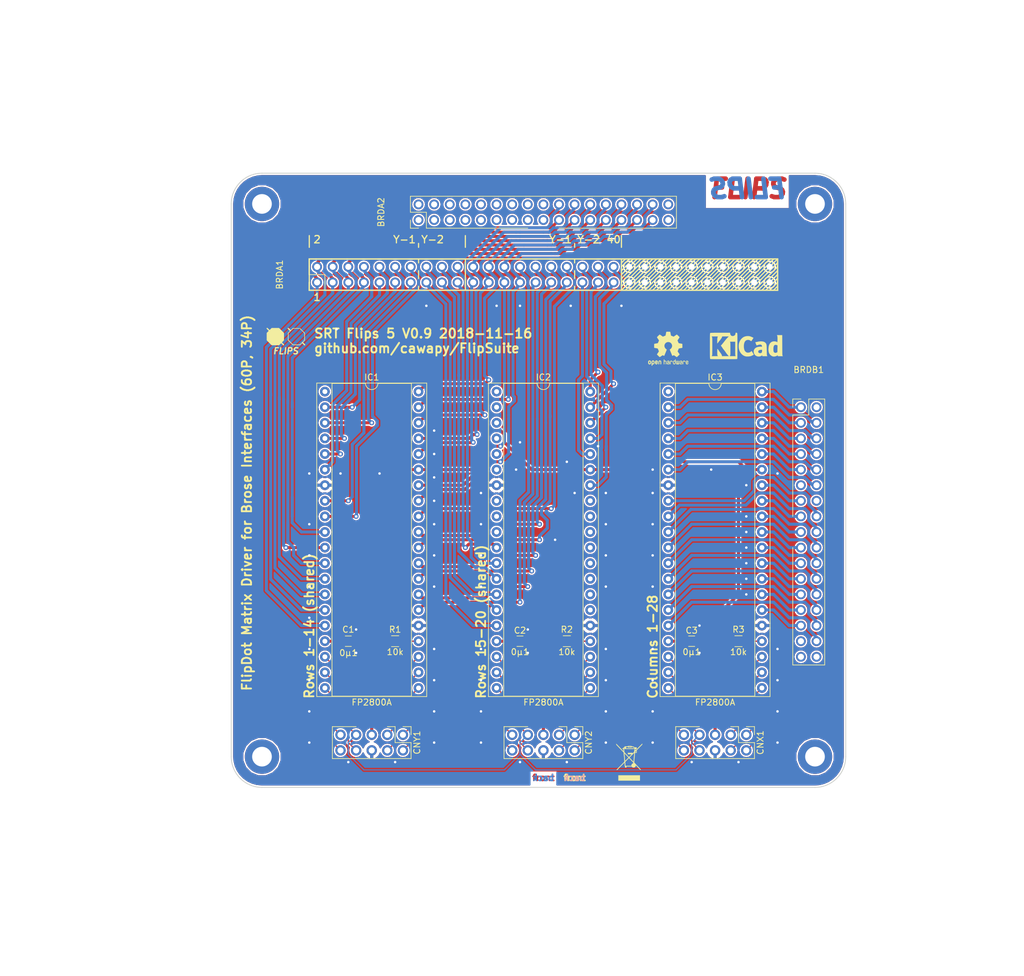
<source format=kicad_pcb>
(kicad_pcb (version 20171130) (host pcbnew "(5.0.1)-3")
  (title_block (title "Flips 5") (date 2018-11-16) (rev V0.9) (company SRT) (comment 1 "FlipDot Matrix Driver for Brose Interfaces (60P, 34P)") (comment 2 "SRT Flips M F100-BR"))
  (layers (0 F.Cu signal) (31 B.Cu signal) (34 B.Paste user) (35 F.Paste user) (36 B.SilkS user) (37 F.SilkS user) (38 B.Mask user) (39 F.Mask user) (44 Edge.Cuts user))
  (net 0 "")
  (net 1 "Net-(IC1-Pad1)")
  (net 2 "Net-(IC2-Pad1)")
  (net 3 "Net-(IC2-Pad2)")
  (net 4 "Net-(IC2-Pad3)")
  (net 5 "Net-(IC2-Pad4)")
  (net 6 "Net-(IC2-Pad5)")
  (net 7 "Net-(IC2-Pad6)")
  (net 8 "Net-(IC2-Pad26)")
  (net 9 "Net-(IC2-Pad27)")
  (net 10 "Net-(IC2-Pad8)")
  (net 11 "Net-(IC2-Pad28)")
  (net 12 "Net-(IC2-Pad9)")
  (net 13 "Net-(IC2-Pad29)")
  (net 14 "Net-(IC2-Pad10)")
  (net 15 "Net-(IC2-Pad30)")
  (net 16 "Net-(IC2-Pad31)")
  (net 17 "Net-(IC2-Pad32)")
  (net 18 "Net-(IC2-Pad33)")
  (net 19 /SY1)
  (net 20 /SY2)
  (net 21 /SY3)
  (net 22 /SY4)
  (net 23 /SY5)
  (net 24 /SY6)
  (net 25 /SY7)
  (net 26 /SY8)
  (net 27 /SY9)
  (net 28 /SY10)
  (net 29 /SY11)
  (net 30 /SY12)
  (net 31 /SY13)
  (net 32 /SY14)
  (net 33 /SY15)
  (net 34 /SY16)
  (net 35 /SY17)
  (net 36 /SY18)
  (net 37 /SY19)
  (net 38 /SY20)
  (net 39 /X.B1)
  (net 40 /X.B0)
  (net 41 /X.EN)
  (net 42 /X.POL)
  (net 43 /X.A1)
  (net 44 /X.A0)
  (net 45 /X.A2)
  (net 46 /X18)
  (net 47 /X20)
  (net 48 /X17)
  (net 49 /X16)
  (net 50 /X15)
  (net 51 /X1)
  (net 52 /X2)
  (net 53 /X19)
  (net 54 /X3)
  (net 55 /X21)
  (net 56 /X4)
  (net 57 /X28)
  (net 58 /X6)
  (net 59 /X26)
  (net 60 /X5)
  (net 61 /X27)
  (net 62 /X7)
  (net 63 /X25)
  (net 64 /X14)
  (net 65 /X24)
  (net 66 /X12)
  (net 67 /X23)
  (net 68 /X22)
  (net 69 /X8)
  (net 70 /X9)
  (net 71 /X10)
  (net 72 /X13)
  (net 73 /X11)
  (net 74 "Net-(IC3-Pad1)")
  (net 75 /Y1.A2)
  (net 76 /Y1.A0)
  (net 77 /Y1.A1)
  (net 78 /Y1.POL)
  (net 79 /Y1.EN)
  (net 80 /Y1.B0)
  (net 81 /Y1.B1)
  (net 82 /Y2.A2)
  (net 83 /Y2.A0)
  (net 84 /Y2.A1)
  (net 85 /Y2.POL)
  (net 86 /Y2.EN)
  (net 87 /Y2.B0)
  (net 88 /Y2.B1)
  (net 89 "Net-(BRDA1-Pad41)")
  (net 90 "Net-(BRDA1-Pad42)")
  (net 91 "Net-(BRDA1-Pad43)")
  (net 92 "Net-(BRDA1-Pad44)")
  (net 93 "Net-(BRDA1-Pad45)")
  (net 94 "Net-(BRDA1-Pad46)")
  (net 95 "Net-(BRDA1-Pad47)")
  (net 96 "Net-(BRDA1-Pad48)")
  (net 97 "Net-(BRDA1-Pad49)")
  (net 98 "Net-(BRDA1-Pad50)")
  (net 99 "Net-(BRDA1-Pad51)")
  (net 100 "Net-(BRDA1-Pad52)")
  (net 101 "Net-(BRDA1-Pad53)")
  (net 102 "Net-(BRDA1-Pad54)")
  (net 103 "Net-(BRDA1-Pad55)")
  (net 104 "Net-(BRDA1-Pad56)")
  (net 105 "Net-(BRDA1-Pad57)")
  (net 106 "Net-(BRDA1-Pad58)")
  (net 107 "Net-(BRDA1-Pad59)")
  (net 108 "Net-(BRDA1-Pad60)")
  (net 109 "Net-(BRDA2-Pad1)")
  (net 110 "Net-(BRDA2-Pad2)")
  (net 111 "Net-(BRDA2-Pad17)")
  (net 112 "Net-(BRDA2-Pad18)")
  (net 113 "Net-(BRDA2-Pad33)")
  (net 114 "Net-(BRDA2-Pad34)")
  (net 115 "Net-(BRDB1-Pad33)")
  (net 116 "Net-(BRDB1-Pad34)")
  (net 117 "Net-(BRDB1-Pad2)")
  (net 118 "Net-(BRDB1-Pad11)")
  (net 119 "Net-(BRDB1-Pad14)")
  (net 120 "Net-(BRDB1-Pad31)")
  (net 121 /~RY1)
  (net 122 /~RY2)
  (net 123 /~RY3)
  (net 124 /~RY4)
  (net 125 /~RY5)
  (net 126 /~RY6)
  (net 127 /~RY7)
  (net 128 /~RY8)
  (net 129 /~RY9)
  (net 130 /~RY10)
  (net 131 /~RY11)
  (net 132 /~RY12)
  (net 133 /~RY13)
  (net 134 /~RY14)
  (net 135 /~RY15)
  (net 136 /~RY16)
  (net 137 /~RY17)
  (net 138 /~RY18)
  (net 139 /~RY19)
  (net 140 /~RY20)
  (net 141 "Net-(BRDA2-Pad3)")
  (net 142 "Net-(BRDA2-Pad4)")
  (net 143 "Net-(BRDA2-Pad5)")
  (net 144 "Net-(BRDA2-Pad6)")
  (net 145 "Net-(BRDA2-Pad7)")
  (net 146 "Net-(BRDA2-Pad8)")
  (net 147 "Net-(BRDA2-Pad9)")
  (net 148 "Net-(BRDA2-Pad10)")
  (net 149 "Net-(BRDA2-Pad11)")
  (net 150 "Net-(BRDA2-Pad12)")
  (net 151 "Net-(BRDA2-Pad13)")
  (net 152 "Net-(BRDA2-Pad14)")
  (net 153 "Net-(BRDA2-Pad15)")
  (net 154 "Net-(BRDA2-Pad16)")
  (net 155 /VCC)
  (net 156 /GND)
  (net 157 /HV)
  (module Mounting_Holes:MountingHole_3.2mm_M3_DIN965_Pad (layer F.Cu) (at 55.8 145.8)
    (fp_text reference REF** hide)
    (fp_text value MountingHole_3.2mm_M3_DIN965_Pad)
    (pad 1 thru_hole circle (at 0 0) (size 5.6 5.6) (drill 3.2) (layers *.Cu *.Mask))
  )
  (module Mounting_Holes:MountingHole_3.2mm_M3_DIN965_Pad (layer F.Cu) (at 145.8 145.8)
    (fp_text reference REF** hide)
    (fp_text value MountingHole_3.2mm_M3_DIN965_Pad)
    (pad 1 thru_hole circle (at 0 0) (size 5.6 5.6) (drill 3.2) (layers *.Cu *.Mask))
  )
  (module Mounting_Holes:MountingHole_3.2mm_M3_DIN965_Pad (layer F.Cu) (at 145.8 55.8)
    (fp_text reference REF** hide)
    (fp_text value MountingHole_3.2mm_M3_DIN965_Pad)
    (pad 1 thru_hole circle (at 0 0) (size 5.6 5.6) (drill 3.2) (layers *.Cu *.Mask))
  )
  (module Mounting_Holes:MountingHole_3.2mm_M3_DIN965_Pad (layer F.Cu) (at 55.8 55.8)
    (fp_text reference REF** hide)
    (fp_text value MountingHole_3.2mm_M3_DIN965_Pad)
    (pad 1 thru_hole circle (at 0 0) (size 5.6 5.6) (drill 3.2) (layers *.Cu *.Mask))
  )
  (module Symbols:WEEE-Logo_4.2x6mm_SilkScreen (layer F.Cu) (at 115.57 146.685)
    (fp_text reference REF*** hide)
    (fp_text value WEEE-Logo_4.2x6mm_SilkScreen hide)
  )
  (module Housings_DIP:DIP-40_W15.24mm_Socket (layer F.Cu) (at 121.92 86.36)
    (fp_text reference IC3 (at 7.62 -2.33) (layer F.SilkS))
    (fp_text value FP2800A (at 7.62 50.59) (layer F.SilkS))
    (pad 40 thru_hole oval (at 15.24 0) (size 1.6 1.6) (drill 0.8) (layers *.Cu *.Mask) (net 46 /X18))
    (pad 20 thru_hole oval (at 0 48.26) (size 1.6 1.6) (drill 0.8) (layers *.Cu *.Mask) (net 45 /X.A2))
    (pad 39 thru_hole oval (at 15.24 2.54) (size 1.6 1.6) (drill 0.8) (layers *.Cu *.Mask) (net 47 /X20))
    (pad 19 thru_hole oval (at 0 45.72) (size 1.6 1.6) (drill 0.8) (layers *.Cu *.Mask) (net 44 /X.A0))
    (pad 38 thru_hole oval (at 15.24 5.08) (size 1.6 1.6) (drill 0.8) (layers *.Cu *.Mask) (net 48 /X17))
    (pad 18 thru_hole oval (at 0 43.18) (size 1.6 1.6) (drill 0.8) (layers *.Cu *.Mask) (net 43 /X.A1))
    (pad 37 thru_hole oval (at 15.24 7.62) (size 1.6 1.6) (drill 0.8) (layers *.Cu *.Mask) (net 49 /X16))
    (pad 17 thru_hole oval (at 0 40.64) (size 1.6 1.6) (drill 0.8) (layers *.Cu *.Mask) (net 155 /VCC))
    (pad 36 thru_hole oval (at 15.24 10.16) (size 1.6 1.6) (drill 0.8) (layers *.Cu *.Mask) (net 50 /X15))
    (pad 16 thru_hole oval (at 0 38.1) (size 1.6 1.6) (drill 0.8) (layers *.Cu *.Mask) (net 51 /X1))
    (pad 35 thru_hole oval (at 15.24 12.7) (size 1.6 1.6) (drill 0.8) (layers *.Cu *.Mask) (net 157 /HV))
    (pad 15 thru_hole oval (at 0 35.56) (size 1.6 1.6) (drill 0.8) (layers *.Cu *.Mask) (net 52 /X2))
    (pad 34 thru_hole oval (at 15.24 15.24) (size 1.6 1.6) (drill 0.8) (layers *.Cu *.Mask) (net 53 /X19))
    (pad 14 thru_hole oval (at 0 33.02) (size 1.6 1.6) (drill 0.8) (layers *.Cu *.Mask) (net 54 /X3))
    (pad 33 thru_hole oval (at 15.24 17.78) (size 1.6 1.6) (drill 0.8) (layers *.Cu *.Mask) (net 55 /X21))
    (pad 13 thru_hole oval (at 0 30.48) (size 1.6 1.6) (drill 0.8) (layers *.Cu *.Mask) (net 56 /X4))
    (pad 32 thru_hole oval (at 15.24 20.32) (size 1.6 1.6) (drill 0.8) (layers *.Cu *.Mask) (net 57 /X28))
    (pad 12 thru_hole oval (at 0 27.94) (size 1.6 1.6) (drill 0.8) (layers *.Cu *.Mask) (net 58 /X6))
    (pad 31 thru_hole oval (at 15.24 22.86) (size 1.6 1.6) (drill 0.8) (layers *.Cu *.Mask) (net 59 /X26))
    (pad 11 thru_hole oval (at 0 25.4) (size 1.6 1.6) (drill 0.8) (layers *.Cu *.Mask) (net 60 /X5))
    (pad 30 thru_hole oval (at 15.24 25.4) (size 1.6 1.6) (drill 0.8) (layers *.Cu *.Mask) (net 61 /X27))
    (pad 10 thru_hole oval (at 0 22.86) (size 1.6 1.6) (drill 0.8) (layers *.Cu *.Mask) (net 62 /X7))
    (pad 29 thru_hole oval (at 15.24 27.94) (size 1.6 1.6) (drill 0.8) (layers *.Cu *.Mask) (net 63 /X25))
    (pad 9 thru_hole oval (at 0 20.32) (size 1.6 1.6) (drill 0.8) (layers *.Cu *.Mask) (net 64 /X14))
    (pad 28 thru_hole oval (at 15.24 30.48) (size 1.6 1.6) (drill 0.8) (layers *.Cu *.Mask) (net 65 /X24))
    (pad 8 thru_hole oval (at 0 17.78) (size 1.6 1.6) (drill 0.8) (layers *.Cu *.Mask) (net 66 /X12))
    (pad 27 thru_hole oval (at 15.24 33.02) (size 1.6 1.6) (drill 0.8) (layers *.Cu *.Mask) (net 67 /X23))
    (pad 7 thru_hole oval (at 0 15.24) (size 1.6 1.6) (drill 0.8) (layers *.Cu *.Mask) (net 156 /GND))
    (pad 26 thru_hole oval (at 15.24 35.56) (size 1.6 1.6) (drill 0.8) (layers *.Cu *.Mask) (net 68 /X22))
    (pad 6 thru_hole oval (at 0 12.7) (size 1.6 1.6) (drill 0.8) (layers *.Cu *.Mask) (net 69 /X8))
    (pad 25 thru_hole oval (at 15.24 38.1) (size 1.6 1.6) (drill 0.8) (layers *.Cu *.Mask) (net 156 /GND))
    (pad 5 thru_hole oval (at 0 10.16) (size 1.6 1.6) (drill 0.8) (layers *.Cu *.Mask) (net 70 /X9))
    (pad 24 thru_hole oval (at 15.24 40.64) (size 1.6 1.6) (drill 0.8) (layers *.Cu *.Mask) (net 41 /X.EN))
    (pad 4 thru_hole oval (at 0 7.62) (size 1.6 1.6) (drill 0.8) (layers *.Cu *.Mask) (net 71 /X10))
    (pad 23 thru_hole oval (at 15.24 43.18) (size 1.6 1.6) (drill 0.8) (layers *.Cu *.Mask) (net 42 /X.POL))
    (pad 3 thru_hole oval (at 0 5.08) (size 1.6 1.6) (drill 0.8) (layers *.Cu *.Mask) (net 72 /X13))
    (pad 22 thru_hole oval (at 15.24 45.72) (size 1.6 1.6) (drill 0.8) (layers *.Cu *.Mask) (net 39 /X.B1))
    (pad 2 thru_hole oval (at 0 2.54) (size 1.6 1.6) (drill 0.8) (layers *.Cu *.Mask) (net 73 /X11))
    (pad 21 thru_hole oval (at 15.24 48.26) (size 1.6 1.6) (drill 0.8) (layers *.Cu *.Mask) (net 40 /X.B0))
    (pad 1 thru_hole circle (at 0 0) (size 1.6 1.6) (drill 0.8) (layers *.Cu *.Mask) (net 74 "Net-(IC3-Pad1)"))
  )
  (module Own:Pin_Header_Angle_Shrouded_2x17_Pitch2.54mm_ConvNumbering (layer F.Cu) (at 143.51 88.9)
    (fp_text reference BRDB1 (at 1.27 -6.096) (layer F.SilkS))
    (fp_text value Conn_02x17_Odd_Even hide)
    (pad 1 thru_hole oval (at 0 0) (size 1.6 1.6) (drill 1) (layers *.Cu *.Mask) (net 46 /X18))
    (pad 2 thru_hole oval (at 2.54 0) (size 1.6 1.6) (drill 1) (layers *.Cu *.Mask) (net 117 "Net-(BRDB1-Pad2)"))
    (pad 3 thru_hole oval (at 0 2.54) (size 1.6 1.6) (drill 1) (layers *.Cu *.Mask) (net 47 /X20))
    (pad 4 thru_hole oval (at 2.54 2.54) (size 1.6 1.6) (drill 1) (layers *.Cu *.Mask) (net 73 /X11))
    (pad 5 thru_hole oval (at 0 5.08) (size 1.6 1.6) (drill 1) (layers *.Cu *.Mask) (net 48 /X17))
    (pad 6 thru_hole oval (at 2.54 5.08) (size 1.6 1.6) (drill 1) (layers *.Cu *.Mask) (net 72 /X13))
    (pad 7 thru_hole oval (at 0 7.62) (size 1.6 1.6) (drill 1) (layers *.Cu *.Mask) (net 49 /X16))
    (pad 8 thru_hole oval (at 2.54 7.62) (size 1.6 1.6) (drill 1) (layers *.Cu *.Mask) (net 71 /X10))
    (pad 9 thru_hole oval (at 0 10.16) (size 1.6 1.6) (drill 1) (layers *.Cu *.Mask) (net 50 /X15))
    (pad 10 thru_hole oval (at 2.54 10.16) (size 1.6 1.6) (drill 1) (layers *.Cu *.Mask) (net 70 /X9))
    (pad 11 thru_hole oval (at 0 12.7) (size 1.6 1.6) (drill 1) (layers *.Cu *.Mask) (net 118 "Net-(BRDB1-Pad11)"))
    (pad 12 thru_hole oval (at 2.54 12.7) (size 1.6 1.6) (drill 1) (layers *.Cu *.Mask) (net 69 /X8))
    (pad 13 thru_hole oval (at 0 15.24) (size 1.6 1.6) (drill 1) (layers *.Cu *.Mask) (net 53 /X19))
    (pad 14 thru_hole oval (at 2.54 15.24) (size 1.6 1.6) (drill 1) (layers *.Cu *.Mask) (net 119 "Net-(BRDB1-Pad14)"))
    (pad 15 thru_hole oval (at 0 17.78) (size 1.6 1.6) (drill 1) (layers *.Cu *.Mask) (net 55 /X21))
    (pad 16 thru_hole oval (at 2.54 17.78) (size 1.6 1.6) (drill 1) (layers *.Cu *.Mask) (net 66 /X12))
    (pad 17 thru_hole oval (at 0 20.32) (size 1.6 1.6) (drill 1) (layers *.Cu *.Mask) (net 57 /X28))
    (pad 18 thru_hole oval (at 2.54 20.32) (size 1.6 1.6) (drill 1) (layers *.Cu *.Mask) (net 64 /X14))
    (pad 19 thru_hole oval (at 0 22.86) (size 1.6 1.6) (drill 1) (layers *.Cu *.Mask) (net 59 /X26))
    (pad 20 thru_hole oval (at 2.54 22.86) (size 1.6 1.6) (drill 1) (layers *.Cu *.Mask) (net 62 /X7))
    (pad 21 thru_hole oval (at 0 25.4) (size 1.6 1.6) (drill 1) (layers *.Cu *.Mask) (net 61 /X27))
    (pad 22 thru_hole oval (at 2.54 25.4) (size 1.6 1.6) (drill 1) (layers *.Cu *.Mask) (net 60 /X5))
    (pad 23 thru_hole oval (at 0 27.94) (size 1.6 1.6) (drill 1) (layers *.Cu *.Mask) (net 63 /X25))
    (pad 24 thru_hole oval (at 2.54 27.94) (size 1.6 1.6) (drill 1) (layers *.Cu *.Mask) (net 58 /X6))
    (pad 25 thru_hole oval (at 0 30.48) (size 1.6 1.6) (drill 1) (layers *.Cu *.Mask) (net 65 /X24))
    (pad 26 thru_hole oval (at 2.54 30.48) (size 1.6 1.6) (drill 1) (layers *.Cu *.Mask) (net 56 /X4))
    (pad 27 thru_hole oval (at 0 33.02) (size 1.6 1.6) (drill 1) (layers *.Cu *.Mask) (net 67 /X23))
    (pad 28 thru_hole oval (at 2.54 33.02) (size 1.6 1.6) (drill 1) (layers *.Cu *.Mask) (net 54 /X3))
    (pad 29 thru_hole oval (at 0 35.56) (size 1.6 1.6) (drill 1) (layers *.Cu *.Mask) (net 68 /X22))
    (pad 30 thru_hole oval (at 2.54 35.56) (size 1.6 1.6) (drill 1) (layers *.Cu *.Mask) (net 52 /X2))
    (pad 31 thru_hole oval (at 0 38.1) (size 1.6 1.6) (drill 1) (layers *.Cu *.Mask) (net 120 "Net-(BRDB1-Pad31)"))
    (pad 32 thru_hole oval (at 2.54 38.1) (size 1.6 1.6) (drill 1) (layers *.Cu *.Mask) (net 51 /X1))
    (pad 33 thru_hole oval (at 0 40.64) (size 1.6 1.6) (drill 1) (layers *.Cu *.Mask) (net 115 "Net-(BRDB1-Pad33)"))
    (pad 34 thru_hole oval (at 2.54 40.64) (size 1.6 1.6) (drill 1) (layers *.Cu *.Mask) (net 116 "Net-(BRDB1-Pad34)"))
  )
  (module Own:Pin_Header_Angle_Shrouded_2x05_Pitch2.54mm (layer F.Cu) (at 78.74 142.24 270)
    (fp_text reference CNY1 (at 1.27 -2.286 270) (layer F.SilkS))
    (fp_text value UFP2810 hide)
    (pad 10 thru_hole oval (at 2.54 10.16 270) (size 1.7 1.7) (drill 1) (layers *.Cu *.Mask) (net 75 /Y1.A2))
    (pad 9 thru_hole oval (at 0 10.16 270) (size 1.7 1.7) (drill 1) (layers *.Cu *.Mask) (net 76 /Y1.A0))
    (pad 8 thru_hole oval (at 2.54 7.62 270) (size 1.7 1.7) (drill 1) (layers *.Cu *.Mask) (net 77 /Y1.A1))
    (pad 7 thru_hole oval (at 0 7.62 270) (size 1.7 1.7) (drill 1) (layers *.Cu *.Mask) (net 155 /VCC))
    (pad 6 thru_hole oval (at 2.54 5.08 270) (size 1.7 1.7) (drill 1) (layers *.Cu *.Mask) (net 156 /GND))
    (pad 5 thru_hole oval (at 0 5.08 270) (size 1.7 1.7) (drill 1) (layers *.Cu *.Mask) (net 157 /HV))
    (pad 4 thru_hole oval (at 2.54 2.54 270) (size 1.7 1.7) (drill 1) (layers *.Cu *.Mask) (net 78 /Y1.POL))
    (pad 3 thru_hole oval (at 0 2.54 270) (size 1.7 1.7) (drill 1) (layers *.Cu *.Mask) (net 79 /Y1.EN))
    (pad 2 thru_hole oval (at 2.54 0 270) (size 1.7 1.7) (drill 1) (layers *.Cu *.Mask) (net 80 /Y1.B0))
    (pad 1 thru_hole circle (at 0 0 270) (size 1.7 1.7) (drill 1) (layers *.Cu *.Mask) (net 81 /Y1.B1))
  )
  (module Own:Pin_Header_Angle_Shrouded_2x05_Pitch2.54mm (layer F.Cu) (at 106.68 142.24 270)
    (fp_text reference CNY2 (at 1.27 -2.286 270) (layer F.SilkS))
    (fp_text value UFP2810 hide)
    (pad 10 thru_hole oval (at 2.54 10.16 270) (size 1.7 1.7) (drill 1) (layers *.Cu *.Mask) (net 82 /Y2.A2))
    (pad 9 thru_hole oval (at 0 10.16 270) (size 1.7 1.7) (drill 1) (layers *.Cu *.Mask) (net 83 /Y2.A0))
    (pad 8 thru_hole oval (at 2.54 7.62 270) (size 1.7 1.7) (drill 1) (layers *.Cu *.Mask) (net 84 /Y2.A1))
    (pad 7 thru_hole oval (at 0 7.62 270) (size 1.7 1.7) (drill 1) (layers *.Cu *.Mask) (net 155 /VCC))
    (pad 6 thru_hole oval (at 2.54 5.08 270) (size 1.7 1.7) (drill 1) (layers *.Cu *.Mask) (net 156 /GND))
    (pad 5 thru_hole oval (at 0 5.08 270) (size 1.7 1.7) (drill 1) (layers *.Cu *.Mask) (net 157 /HV))
    (pad 4 thru_hole oval (at 2.54 2.54 270) (size 1.7 1.7) (drill 1) (layers *.Cu *.Mask) (net 85 /Y2.POL))
    (pad 3 thru_hole oval (at 0 2.54 270) (size 1.7 1.7) (drill 1) (layers *.Cu *.Mask) (net 86 /Y2.EN))
    (pad 2 thru_hole oval (at 2.54 0 270) (size 1.7 1.7) (drill 1) (layers *.Cu *.Mask) (net 87 /Y2.B0))
    (pad 1 thru_hole circle (at 0 0 270) (size 1.7 1.7) (drill 1) (layers *.Cu *.Mask) (net 88 /Y2.B1))
  )
  (module Own:Pin_Header_Angle_Shrouded_2x05_Pitch2.54mm (layer F.Cu) (at 134.62 142.24 270)
    (fp_text reference CNX1 (at 1.27 -2.286 270) (layer F.SilkS))
    (fp_text value UFP2810 hide)
    (pad 10 thru_hole oval (at 2.54 10.16 270) (size 1.7 1.7) (drill 1) (layers *.Cu *.Mask) (net 45 /X.A2))
    (pad 9 thru_hole oval (at 0 10.16 270) (size 1.7 1.7) (drill 1) (layers *.Cu *.Mask) (net 44 /X.A0))
    (pad 8 thru_hole oval (at 2.54 7.62 270) (size 1.7 1.7) (drill 1) (layers *.Cu *.Mask) (net 43 /X.A1))
    (pad 7 thru_hole oval (at 0 7.62 270) (size 1.7 1.7) (drill 1) (layers *.Cu *.Mask) (net 155 /VCC))
    (pad 6 thru_hole oval (at 2.54 5.08 270) (size 1.7 1.7) (drill 1) (layers *.Cu *.Mask) (net 156 /GND))
    (pad 5 thru_hole oval (at 0 5.08 270) (size 1.7 1.7) (drill 1) (layers *.Cu *.Mask) (net 157 /HV))
    (pad 4 thru_hole oval (at 2.54 2.54 270) (size 1.7 1.7) (drill 1) (layers *.Cu *.Mask) (net 42 /X.POL))
    (pad 3 thru_hole oval (at 0 2.54 270) (size 1.7 1.7) (drill 1) (layers *.Cu *.Mask) (net 41 /X.EN))
    (pad 2 thru_hole oval (at 2.54 0 270) (size 1.7 1.7) (drill 1) (layers *.Cu *.Mask) (net 40 /X.B0))
    (pad 1 thru_hole circle (at 0 0 270) (size 1.7 1.7) (drill 1) (layers *.Cu *.Mask) (net 39 /X.B1))
  )
  (module Housings_DIP:DIP-40_W15.24mm_Socket (layer F.Cu) (at 66.04 86.36)
    (fp_text reference IC1 (at 7.62 -2.33) (layer F.SilkS))
    (fp_text value FP2800A (at 7.62 50.59) (layer F.SilkS))
    (pad 40 thru_hole oval (at 15.24 0) (size 1.6 1.6) (drill 0.8) (layers *.Cu *.Mask) (net 124 /~RY4))
    (pad 20 thru_hole oval (at 0 48.26) (size 1.6 1.6) (drill 0.8) (layers *.Cu *.Mask) (net 75 /Y1.A2))
    (pad 39 thru_hole oval (at 15.24 2.54) (size 1.6 1.6) (drill 0.8) (layers *.Cu *.Mask) (net 126 /~RY6))
    (pad 19 thru_hole oval (at 0 45.72) (size 1.6 1.6) (drill 0.8) (layers *.Cu *.Mask) (net 76 /Y1.A0))
    (pad 38 thru_hole oval (at 15.24 5.08) (size 1.6 1.6) (drill 0.8) (layers *.Cu *.Mask) (net 123 /~RY3))
    (pad 18 thru_hole oval (at 0 43.18) (size 1.6 1.6) (drill 0.8) (layers *.Cu *.Mask) (net 77 /Y1.A1))
    (pad 37 thru_hole oval (at 15.24 7.62) (size 1.6 1.6) (drill 0.8) (layers *.Cu *.Mask) (net 122 /~RY2))
    (pad 17 thru_hole oval (at 0 40.64) (size 1.6 1.6) (drill 0.8) (layers *.Cu *.Mask) (net 155 /VCC))
    (pad 36 thru_hole oval (at 15.24 10.16) (size 1.6 1.6) (drill 0.8) (layers *.Cu *.Mask) (net 121 /~RY1))
    (pad 16 thru_hole oval (at 0 38.1) (size 1.6 1.6) (drill 0.8) (layers *.Cu *.Mask) (net 19 /SY1))
    (pad 35 thru_hole oval (at 15.24 12.7) (size 1.6 1.6) (drill 0.8) (layers *.Cu *.Mask) (net 157 /HV))
    (pad 15 thru_hole oval (at 0 35.56) (size 1.6 1.6) (drill 0.8) (layers *.Cu *.Mask) (net 20 /SY2))
    (pad 34 thru_hole oval (at 15.24 15.24) (size 1.6 1.6) (drill 0.8) (layers *.Cu *.Mask) (net 125 /~RY5))
    (pad 14 thru_hole oval (at 0 33.02) (size 1.6 1.6) (drill 0.8) (layers *.Cu *.Mask) (net 21 /SY3))
    (pad 33 thru_hole oval (at 15.24 17.78) (size 1.6 1.6) (drill 0.8) (layers *.Cu *.Mask) (net 127 /~RY7))
    (pad 13 thru_hole oval (at 0 30.48) (size 1.6 1.6) (drill 0.8) (layers *.Cu *.Mask) (net 22 /SY4))
    (pad 32 thru_hole oval (at 15.24 20.32) (size 1.6 1.6) (drill 0.8) (layers *.Cu *.Mask) (net 134 /~RY14))
    (pad 12 thru_hole oval (at 0 27.94) (size 1.6 1.6) (drill 0.8) (layers *.Cu *.Mask) (net 24 /SY6))
    (pad 31 thru_hole oval (at 15.24 22.86) (size 1.6 1.6) (drill 0.8) (layers *.Cu *.Mask) (net 132 /~RY12))
    (pad 11 thru_hole oval (at 0 25.4) (size 1.6 1.6) (drill 0.8) (layers *.Cu *.Mask) (net 23 /SY5))
    (pad 30 thru_hole oval (at 15.24 25.4) (size 1.6 1.6) (drill 0.8) (layers *.Cu *.Mask) (net 133 /~RY13))
    (pad 10 thru_hole oval (at 0 22.86) (size 1.6 1.6) (drill 0.8) (layers *.Cu *.Mask) (net 25 /SY7))
    (pad 29 thru_hole oval (at 15.24 27.94) (size 1.6 1.6) (drill 0.8) (layers *.Cu *.Mask) (net 131 /~RY11))
    (pad 9 thru_hole oval (at 0 20.32) (size 1.6 1.6) (drill 0.8) (layers *.Cu *.Mask) (net 32 /SY14))
    (pad 28 thru_hole oval (at 15.24 30.48) (size 1.6 1.6) (drill 0.8) (layers *.Cu *.Mask) (net 130 /~RY10))
    (pad 8 thru_hole oval (at 0 17.78) (size 1.6 1.6) (drill 0.8) (layers *.Cu *.Mask) (net 30 /SY12))
    (pad 27 thru_hole oval (at 15.24 33.02) (size 1.6 1.6) (drill 0.8) (layers *.Cu *.Mask) (net 129 /~RY9))
    (pad 7 thru_hole oval (at 0 15.24) (size 1.6 1.6) (drill 0.8) (layers *.Cu *.Mask) (net 156 /GND))
    (pad 26 thru_hole oval (at 15.24 35.56) (size 1.6 1.6) (drill 0.8) (layers *.Cu *.Mask) (net 128 /~RY8))
    (pad 6 thru_hole oval (at 0 12.7) (size 1.6 1.6) (drill 0.8) (layers *.Cu *.Mask) (net 26 /SY8))
    (pad 25 thru_hole oval (at 15.24 38.1) (size 1.6 1.6) (drill 0.8) (layers *.Cu *.Mask) (net 156 /GND))
    (pad 5 thru_hole oval (at 0 10.16) (size 1.6 1.6) (drill 0.8) (layers *.Cu *.Mask) (net 27 /SY9))
    (pad 24 thru_hole oval (at 15.24 40.64) (size 1.6 1.6) (drill 0.8) (layers *.Cu *.Mask) (net 79 /Y1.EN))
    (pad 4 thru_hole oval (at 0 7.62) (size 1.6 1.6) (drill 0.8) (layers *.Cu *.Mask) (net 28 /SY10))
    (pad 23 thru_hole oval (at 15.24 43.18) (size 1.6 1.6) (drill 0.8) (layers *.Cu *.Mask) (net 78 /Y1.POL))
    (pad 3 thru_hole oval (at 0 5.08) (size 1.6 1.6) (drill 0.8) (layers *.Cu *.Mask) (net 31 /SY13))
    (pad 22 thru_hole oval (at 15.24 45.72) (size 1.6 1.6) (drill 0.8) (layers *.Cu *.Mask) (net 81 /Y1.B1))
    (pad 2 thru_hole oval (at 0 2.54) (size 1.6 1.6) (drill 0.8) (layers *.Cu *.Mask) (net 29 /SY11))
    (pad 21 thru_hole oval (at 15.24 48.26) (size 1.6 1.6) (drill 0.8) (layers *.Cu *.Mask) (net 80 /Y1.B0))
    (pad 1 thru_hole circle (at 0 0) (size 1.6 1.6) (drill 0.8) (layers *.Cu *.Mask) (net 1 "Net-(IC1-Pad1)"))
  )
  (module Housings_DIP:DIP-40_W15.24mm_Socket (layer F.Cu) (at 93.98 86.36)
    (fp_text reference IC2 (at 7.62 -2.33) (layer F.SilkS))
    (fp_text value FP2800A (at 7.62 50.59) (layer F.SilkS))
    (pad 1 thru_hole circle (at 0 0) (size 1.6 1.6) (drill 0.8) (layers *.Cu *.Mask) (net 2 "Net-(IC2-Pad1)"))
    (pad 21 thru_hole oval (at 15.24 48.26) (size 1.6 1.6) (drill 0.8) (layers *.Cu *.Mask) (net 87 /Y2.B0))
    (pad 2 thru_hole oval (at 0 2.54) (size 1.6 1.6) (drill 0.8) (layers *.Cu *.Mask) (net 3 "Net-(IC2-Pad2)"))
    (pad 22 thru_hole oval (at 15.24 45.72) (size 1.6 1.6) (drill 0.8) (layers *.Cu *.Mask) (net 88 /Y2.B1))
    (pad 3 thru_hole oval (at 0 5.08) (size 1.6 1.6) (drill 0.8) (layers *.Cu *.Mask) (net 4 "Net-(IC2-Pad3)"))
    (pad 23 thru_hole oval (at 15.24 43.18) (size 1.6 1.6) (drill 0.8) (layers *.Cu *.Mask) (net 85 /Y2.POL))
    (pad 4 thru_hole oval (at 0 7.62) (size 1.6 1.6) (drill 0.8) (layers *.Cu *.Mask) (net 5 "Net-(IC2-Pad4)"))
    (pad 24 thru_hole oval (at 15.24 40.64) (size 1.6 1.6) (drill 0.8) (layers *.Cu *.Mask) (net 86 /Y2.EN))
    (pad 5 thru_hole oval (at 0 10.16) (size 1.6 1.6) (drill 0.8) (layers *.Cu *.Mask) (net 6 "Net-(IC2-Pad5)"))
    (pad 25 thru_hole oval (at 15.24 38.1) (size 1.6 1.6) (drill 0.8) (layers *.Cu *.Mask) (net 156 /GND))
    (pad 6 thru_hole oval (at 0 12.7) (size 1.6 1.6) (drill 0.8) (layers *.Cu *.Mask) (net 7 "Net-(IC2-Pad6)"))
    (pad 26 thru_hole oval (at 15.24 35.56) (size 1.6 1.6) (drill 0.8) (layers *.Cu *.Mask) (net 8 "Net-(IC2-Pad26)"))
    (pad 7 thru_hole oval (at 0 15.24) (size 1.6 1.6) (drill 0.8) (layers *.Cu *.Mask) (net 156 /GND))
    (pad 27 thru_hole oval (at 15.24 33.02) (size 1.6 1.6) (drill 0.8) (layers *.Cu *.Mask) (net 9 "Net-(IC2-Pad27)"))
    (pad 8 thru_hole oval (at 0 17.78) (size 1.6 1.6) (drill 0.8) (layers *.Cu *.Mask) (net 10 "Net-(IC2-Pad8)"))
    (pad 28 thru_hole oval (at 15.24 30.48) (size 1.6 1.6) (drill 0.8) (layers *.Cu *.Mask) (net 11 "Net-(IC2-Pad28)"))
    (pad 9 thru_hole oval (at 0 20.32) (size 1.6 1.6) (drill 0.8) (layers *.Cu *.Mask) (net 12 "Net-(IC2-Pad9)"))
    (pad 29 thru_hole oval (at 15.24 27.94) (size 1.6 1.6) (drill 0.8) (layers *.Cu *.Mask) (net 13 "Net-(IC2-Pad29)"))
    (pad 10 thru_hole oval (at 0 22.86) (size 1.6 1.6) (drill 0.8) (layers *.Cu *.Mask) (net 14 "Net-(IC2-Pad10)"))
    (pad 30 thru_hole oval (at 15.24 25.4) (size 1.6 1.6) (drill 0.8) (layers *.Cu *.Mask) (net 15 "Net-(IC2-Pad30)"))
    (pad 11 thru_hole oval (at 0 25.4) (size 1.6 1.6) (drill 0.8) (layers *.Cu *.Mask) (net 37 /SY19))
    (pad 31 thru_hole oval (at 15.24 22.86) (size 1.6 1.6) (drill 0.8) (layers *.Cu *.Mask) (net 16 "Net-(IC2-Pad31)"))
    (pad 12 thru_hole oval (at 0 27.94) (size 1.6 1.6) (drill 0.8) (layers *.Cu *.Mask) (net 38 /SY20))
    (pad 32 thru_hole oval (at 15.24 20.32) (size 1.6 1.6) (drill 0.8) (layers *.Cu *.Mask) (net 17 "Net-(IC2-Pad32)"))
    (pad 13 thru_hole oval (at 0 30.48) (size 1.6 1.6) (drill 0.8) (layers *.Cu *.Mask) (net 36 /SY18))
    (pad 33 thru_hole oval (at 15.24 17.78) (size 1.6 1.6) (drill 0.8) (layers *.Cu *.Mask) (net 18 "Net-(IC2-Pad33)"))
    (pad 14 thru_hole oval (at 0 33.02) (size 1.6 1.6) (drill 0.8) (layers *.Cu *.Mask) (net 35 /SY17))
    (pad 34 thru_hole oval (at 15.24 15.24) (size 1.6 1.6) (drill 0.8) (layers *.Cu *.Mask) (net 139 /~RY19))
    (pad 15 thru_hole oval (at 0 35.56) (size 1.6 1.6) (drill 0.8) (layers *.Cu *.Mask) (net 34 /SY16))
    (pad 35 thru_hole oval (at 15.24 12.7) (size 1.6 1.6) (drill 0.8) (layers *.Cu *.Mask) (net 157 /HV))
    (pad 16 thru_hole oval (at 0 38.1) (size 1.6 1.6) (drill 0.8) (layers *.Cu *.Mask) (net 33 /SY15))
    (pad 36 thru_hole oval (at 15.24 10.16) (size 1.6 1.6) (drill 0.8) (layers *.Cu *.Mask) (net 135 /~RY15))
    (pad 17 thru_hole oval (at 0 40.64) (size 1.6 1.6) (drill 0.8) (layers *.Cu *.Mask) (net 155 /VCC))
    (pad 37 thru_hole oval (at 15.24 7.62) (size 1.6 1.6) (drill 0.8) (layers *.Cu *.Mask) (net 136 /~RY16))
    (pad 18 thru_hole oval (at 0 43.18) (size 1.6 1.6) (drill 0.8) (layers *.Cu *.Mask) (net 84 /Y2.A1))
    (pad 38 thru_hole oval (at 15.24 5.08) (size 1.6 1.6) (drill 0.8) (layers *.Cu *.Mask) (net 137 /~RY17))
    (pad 19 thru_hole oval (at 0 45.72) (size 1.6 1.6) (drill 0.8) (layers *.Cu *.Mask) (net 83 /Y2.A0))
    (pad 39 thru_hole oval (at 15.24 2.54) (size 1.6 1.6) (drill 0.8) (layers *.Cu *.Mask) (net 140 /~RY20))
    (pad 20 thru_hole oval (at 0 48.26) (size 1.6 1.6) (drill 0.8) (layers *.Cu *.Mask) (net 82 /Y2.A2))
    (pad 40 thru_hole oval (at 15.24 0) (size 1.6 1.6) (drill 0.8) (layers *.Cu *.Mask) (net 138 /~RY18))
  )
  (module Symbols:Symbol_KiCAD-Logo_CopperAndSilkScreenTop (layer F.Cu) (at 134.62 78.74)
    (fp_text reference REF** hide)
    (fp_text value "KiCAD Logo" hide)
  )
  (module Symbols:OSHW-Logo2_7.3x6mm_SilkScreen (layer F.Cu) (at 121.92 79.375)
    (fp_text reference REF*** hide)
    (fp_text value OSHW-Logo2_7.3x6mm_SilkScreen hide)
  )
  (module Capacitors_SMD:C_0805_HandSoldering (layer F.Cu) (at 69.85 127 180)
    (fp_text reference C1 (at 0 1.905 180) (layer F.SilkS))
    (fp_text value 0μ1 (at -0.02 -1.905 180) (layer F.SilkS))
    (pad 2 smd rect (at 1.25 0 180) (size 1.5 1.25) (layers F.Cu F.Paste F.Mask) (net 155 /VCC))
    (pad 1 smd rect (at -1.25 0 180) (size 1.5 1.25) (layers F.Cu F.Paste F.Mask) (net 156 /GND))
  )
  (module Capacitors_SMD:C_0805_HandSoldering (layer F.Cu) (at 97.79 127)
    (fp_text reference C2 (at 0 -1.75) (layer F.SilkS))
    (fp_text value 0μ1 (at 0 1.75) (layer F.SilkS))
    (pad 1 smd rect (at -1.25 0) (size 1.5 1.25) (layers F.Cu F.Paste F.Mask) (net 155 /VCC))
    (pad 2 smd rect (at 1.25 0) (size 1.5 1.25) (layers F.Cu F.Paste F.Mask) (net 156 /GND))
  )
  (module Capacitors_SMD:C_0805_HandSoldering (layer F.Cu) (at 125.73 127)
    (fp_text reference C3 (at 0 -1.75) (layer F.SilkS))
    (fp_text value 0μ1 (at 0 1.75) (layer F.SilkS))
    (pad 2 smd rect (at 1.25 0) (size 1.5 1.25) (layers F.Cu F.Paste F.Mask) (net 156 /GND))
    (pad 1 smd rect (at -1.25 0) (size 1.5 1.25) (layers F.Cu F.Paste F.Mask) (net 155 /VCC))
  )
  (module Own:Pin_Header_Angle_Shrouded_2x17_Pitch2.54mm_ConvNumbering (layer F.Cu) (at 81.28 58.42 90)
    (fp_text reference BRDA2 (at 1.27 -6.096 90) (layer F.SilkS))
    (fp_text value Conn_02x17_Odd_Even hide)
    (pad 1 thru_hole oval (at 0 0 90) (size 1.6 1.6) (drill 1) (layers *.Cu *.Mask) (net 109 "Net-(BRDA2-Pad1)"))
    (pad 2 thru_hole oval (at 2.54 0 90) (size 1.6 1.6) (drill 1) (layers *.Cu *.Mask) (net 110 "Net-(BRDA2-Pad2)"))
    (pad 3 thru_hole oval (at 0 2.54 90) (size 1.6 1.6) (drill 1) (layers *.Cu *.Mask) (net 141 "Net-(BRDA2-Pad3)"))
    (pad 4 thru_hole oval (at 2.54 2.54 90) (size 1.6 1.6) (drill 1) (layers *.Cu *.Mask) (net 142 "Net-(BRDA2-Pad4)"))
    (pad 5 thru_hole oval (at 0 5.08 90) (size 1.6 1.6) (drill 1) (layers *.Cu *.Mask) (net 143 "Net-(BRDA2-Pad5)"))
    (pad 6 thru_hole oval (at 2.54 5.08 90) (size 1.6 1.6) (drill 1) (layers *.Cu *.Mask) (net 144 "Net-(BRDA2-Pad6)"))
    (pad 7 thru_hole oval (at 0 7.62 90) (size 1.6 1.6) (drill 1) (layers *.Cu *.Mask) (net 145 "Net-(BRDA2-Pad7)"))
    (pad 8 thru_hole oval (at 2.54 7.62 90) (size 1.6 1.6) (drill 1) (layers *.Cu *.Mask) (net 146 "Net-(BRDA2-Pad8)"))
    (pad 9 thru_hole oval (at 0 10.16 90) (size 1.6 1.6) (drill 1) (layers *.Cu *.Mask) (net 147 "Net-(BRDA2-Pad9)"))
    (pad 10 thru_hole oval (at 2.54 10.16 90) (size 1.6 1.6) (drill 1) (layers *.Cu *.Mask) (net 148 "Net-(BRDA2-Pad10)"))
    (pad 11 thru_hole oval (at 0 12.7 90) (size 1.6 1.6) (drill 1) (layers *.Cu *.Mask) (net 149 "Net-(BRDA2-Pad11)"))
    (pad 12 thru_hole oval (at 2.54 12.7 90) (size 1.6 1.6) (drill 1) (layers *.Cu *.Mask) (net 150 "Net-(BRDA2-Pad12)"))
    (pad 13 thru_hole oval (at 0 15.24 90) (size 1.6 1.6) (drill 1) (layers *.Cu *.Mask) (net 151 "Net-(BRDA2-Pad13)"))
    (pad 14 thru_hole oval (at 2.54 15.24 90) (size 1.6 1.6) (drill 1) (layers *.Cu *.Mask) (net 152 "Net-(BRDA2-Pad14)"))
    (pad 15 thru_hole oval (at 0 17.78 90) (size 1.6 1.6) (drill 1) (layers *.Cu *.Mask) (net 153 "Net-(BRDA2-Pad15)"))
    (pad 16 thru_hole oval (at 2.54 17.78 90) (size 1.6 1.6) (drill 1) (layers *.Cu *.Mask) (net 154 "Net-(BRDA2-Pad16)"))
    (pad 17 thru_hole oval (at 0 20.32 90) (size 1.6 1.6) (drill 1) (layers *.Cu *.Mask) (net 111 "Net-(BRDA2-Pad17)"))
    (pad 18 thru_hole oval (at 2.54 20.32 90) (size 1.6 1.6) (drill 1) (layers *.Cu *.Mask) (net 112 "Net-(BRDA2-Pad18)"))
    (pad 19 thru_hole oval (at 0 22.86 90) (size 1.6 1.6) (drill 1) (layers *.Cu *.Mask) (net 19 /SY1))
    (pad 20 thru_hole oval (at 2.54 22.86 90) (size 1.6 1.6) (drill 1) (layers *.Cu *.Mask) (net 121 /~RY1))
    (pad 21 thru_hole oval (at 0 25.4 90) (size 1.6 1.6) (drill 1) (layers *.Cu *.Mask) (net 20 /SY2))
    (pad 22 thru_hole oval (at 2.54 25.4 90) (size 1.6 1.6) (drill 1) (layers *.Cu *.Mask) (net 122 /~RY2))
    (pad 23 thru_hole oval (at 0 27.94 90) (size 1.6 1.6) (drill 1) (layers *.Cu *.Mask) (net 21 /SY3))
    (pad 24 thru_hole oval (at 2.54 27.94 90) (size 1.6 1.6) (drill 1) (layers *.Cu *.Mask) (net 123 /~RY3))
    (pad 25 thru_hole oval (at 0 30.48 90) (size 1.6 1.6) (drill 1) (layers *.Cu *.Mask) (net 22 /SY4))
    (pad 26 thru_hole oval (at 2.54 30.48 90) (size 1.6 1.6) (drill 1) (layers *.Cu *.Mask) (net 124 /~RY4))
    (pad 27 thru_hole oval (at 0 33.02 90) (size 1.6 1.6) (drill 1) (layers *.Cu *.Mask) (net 23 /SY5))
    (pad 28 thru_hole oval (at 2.54 33.02 90) (size 1.6 1.6) (drill 1) (layers *.Cu *.Mask) (net 125 /~RY5))
    (pad 29 thru_hole oval (at 0 35.56 90) (size 1.6 1.6) (drill 1) (layers *.Cu *.Mask) (net 24 /SY6))
    (pad 30 thru_hole oval (at 2.54 35.56 90) (size 1.6 1.6) (drill 1) (layers *.Cu *.Mask) (net 126 /~RY6))
    (pad 31 thru_hole oval (at 0 38.1 90) (size 1.6 1.6) (drill 1) (layers *.Cu *.Mask) (net 25 /SY7))
    (pad 32 thru_hole oval (at 2.54 38.1 90) (size 1.6 1.6) (drill 1) (layers *.Cu *.Mask) (net 127 /~RY7))
    (pad 33 thru_hole oval (at 0 40.64 90) (size 1.6 1.6) (drill 1) (layers *.Cu *.Mask) (net 113 "Net-(BRDA2-Pad33)"))
    (pad 34 thru_hole oval (at 2.54 40.64 90) (size 1.6 1.6) (drill 1) (layers *.Cu *.Mask) (net 114 "Net-(BRDA2-Pad34)"))
  )
  (module Own:Pin_Header_Straight_Shrouded_2x30_Pitch2.54mm_ConvNumbering (layer F.Cu) (at 64.77 68.58 90)
    (fp_text reference BRDA1 (at 1.27 -6.096 90) (layer F.SilkS))
    (fp_text value Conn_02x30_Odd_Even hide)
    (pad 1 thru_hole oval (at 0 0 90) (size 1.6 1.6) (drill 1) (layers *.Cu *.Mask) (net 19 /SY1))
    (pad 2 thru_hole oval (at 2.54 0 90) (size 1.6 1.6) (drill 1) (layers *.Cu *.Mask) (net 20 /SY2))
    (pad 3 thru_hole oval (at 0 2.54 90) (size 1.6 1.6) (drill 1) (layers *.Cu *.Mask) (net 21 /SY3))
    (pad 4 thru_hole oval (at 2.54 2.54 90) (size 1.6 1.6) (drill 1) (layers *.Cu *.Mask) (net 22 /SY4))
    (pad 5 thru_hole oval (at 0 5.08 90) (size 1.6 1.6) (drill 1) (layers *.Cu *.Mask) (net 23 /SY5))
    (pad 6 thru_hole oval (at 2.54 5.08 90) (size 1.6 1.6) (drill 1) (layers *.Cu *.Mask) (net 24 /SY6))
    (pad 7 thru_hole oval (at 0 7.62 90) (size 1.6 1.6) (drill 1) (layers *.Cu *.Mask) (net 25 /SY7))
    (pad 8 thru_hole oval (at 2.54 7.62 90) (size 1.6 1.6) (drill 1) (layers *.Cu *.Mask) (net 26 /SY8))
    (pad 9 thru_hole oval (at 0 10.16 90) (size 1.6 1.6) (drill 1) (layers *.Cu *.Mask) (net 27 /SY9))
    (pad 10 thru_hole oval (at 2.54 10.16 90) (size 1.6 1.6) (drill 1) (layers *.Cu *.Mask) (net 28 /SY10))
    (pad 11 thru_hole oval (at 0 12.7 90) (size 1.6 1.6) (drill 1) (layers *.Cu *.Mask) (net 29 /SY11))
    (pad 12 thru_hole oval (at 2.54 12.7 90) (size 1.6 1.6) (drill 1) (layers *.Cu *.Mask) (net 30 /SY12))
    (pad 13 thru_hole oval (at 0 15.24 90) (size 1.6 1.6) (drill 1) (layers *.Cu *.Mask) (net 31 /SY13))
    (pad 14 thru_hole oval (at 2.54 15.24 90) (size 1.6 1.6) (drill 1) (layers *.Cu *.Mask) (net 32 /SY14))
    (pad 15 thru_hole oval (at 0 17.78 90) (size 1.6 1.6) (drill 1) (layers *.Cu *.Mask) (net 33 /SY15))
    (pad 16 thru_hole oval (at 2.54 17.78 90) (size 1.6 1.6) (drill 1) (layers *.Cu *.Mask) (net 34 /SY16))
    (pad 17 thru_hole oval (at 0 20.32 90) (size 1.6 1.6) (drill 1) (layers *.Cu *.Mask) (net 35 /SY17))
    (pad 18 thru_hole oval (at 2.54 20.32 90) (size 1.6 1.6) (drill 1) (layers *.Cu *.Mask) (net 36 /SY18))
    (pad 19 thru_hole oval (at 0 22.86 90) (size 1.6 1.6) (drill 1) (layers *.Cu *.Mask) (net 37 /SY19))
    (pad 20 thru_hole oval (at 2.54 22.86 90) (size 1.6 1.6) (drill 1) (layers *.Cu *.Mask) (net 38 /SY20))
    (pad 21 thru_hole oval (at 0 25.4 90) (size 1.6 1.6) (drill 1) (layers *.Cu *.Mask) (net 121 /~RY1))
    (pad 22 thru_hole oval (at 2.54 25.4 90) (size 1.6 1.6) (drill 1) (layers *.Cu *.Mask) (net 122 /~RY2))
    (pad 23 thru_hole oval (at 0 27.94 90) (size 1.6 1.6) (drill 1) (layers *.Cu *.Mask) (net 123 /~RY3))
    (pad 24 thru_hole oval (at 2.54 27.94 90) (size 1.6 1.6) (drill 1) (layers *.Cu *.Mask) (net 124 /~RY4))
    (pad 25 thru_hole oval (at 0 30.48 90) (size 1.6 1.6) (drill 1) (layers *.Cu *.Mask) (net 125 /~RY5))
    (pad 26 thru_hole oval (at 2.54 30.48 90) (size 1.6 1.6) (drill 1) (layers *.Cu *.Mask) (net 126 /~RY6))
    (pad 27 thru_hole oval (at 0 33.02 90) (size 1.6 1.6) (drill 1) (layers *.Cu *.Mask) (net 127 /~RY7))
    (pad 28 thru_hole oval (at 2.54 33.02 90) (size 1.6 1.6) (drill 1) (layers *.Cu *.Mask) (net 128 /~RY8))
    (pad 29 thru_hole oval (at 0 35.56 90) (size 1.6 1.6) (drill 1) (layers *.Cu *.Mask) (net 129 /~RY9))
    (pad 30 thru_hole oval (at 2.54 35.56 90) (size 1.6 1.6) (drill 1) (layers *.Cu *.Mask) (net 130 /~RY10))
    (pad 31 thru_hole oval (at 0 38.1 90) (size 1.6 1.6) (drill 1) (layers *.Cu *.Mask) (net 131 /~RY11))
    (pad 32 thru_hole oval (at 2.54 38.1 90) (size 1.6 1.6) (drill 1) (layers *.Cu *.Mask) (net 132 /~RY12))
    (pad 33 thru_hole oval (at 0 40.64 90) (size 1.6 1.6) (drill 1) (layers *.Cu *.Mask) (net 133 /~RY13))
    (pad 34 thru_hole oval (at 2.54 40.64 90) (size 1.6 1.6) (drill 1) (layers *.Cu *.Mask) (net 134 /~RY14))
    (pad 35 thru_hole oval (at 0 43.18 90) (size 1.6 1.6) (drill 1) (layers *.Cu *.Mask) (net 135 /~RY15))
    (pad 36 thru_hole oval (at 2.54 43.18 90) (size 1.6 1.6) (drill 1) (layers *.Cu *.Mask) (net 136 /~RY16))
    (pad 37 thru_hole oval (at 0 45.72 90) (size 1.6 1.6) (drill 1) (layers *.Cu *.Mask) (net 137 /~RY17))
    (pad 38 thru_hole oval (at 2.54 45.72 90) (size 1.6 1.6) (drill 1) (layers *.Cu *.Mask) (net 138 /~RY18))
    (pad 39 thru_hole oval (at 0 48.26 90) (size 1.6 1.6) (drill 1) (layers *.Cu *.Mask) (net 139 /~RY19))
    (pad 40 thru_hole oval (at 2.54 48.26 90) (size 1.6 1.6) (drill 1) (layers *.Cu *.Mask) (net 140 /~RY20))
    (pad 41 thru_hole oval (at 0 50.8 90) (size 1.6 1.6) (drill 1) (layers *.Cu *.Mask) (net 89 "Net-(BRDA1-Pad41)"))
    (pad 42 thru_hole oval (at 2.54 50.8 90) (size 1.6 1.6) (drill 1) (layers *.Cu *.Mask) (net 90 "Net-(BRDA1-Pad42)"))
    (pad 43 thru_hole oval (at 0 53.34 90) (size 1.6 1.6) (drill 1) (layers *.Cu *.Mask) (net 91 "Net-(BRDA1-Pad43)"))
    (pad 44 thru_hole oval (at 2.54 53.34 90) (size 1.6 1.6) (drill 1) (layers *.Cu *.Mask) (net 92 "Net-(BRDA1-Pad44)"))
    (pad 45 thru_hole oval (at 0 55.88 90) (size 1.6 1.6) (drill 1) (layers *.Cu *.Mask) (net 93 "Net-(BRDA1-Pad45)"))
    (pad 46 thru_hole oval (at 2.54 55.88 90) (size 1.6 1.6) (drill 1) (layers *.Cu *.Mask) (net 94 "Net-(BRDA1-Pad46)"))
    (pad 47 thru_hole oval (at 0 58.42 90) (size 1.6 1.6) (drill 1) (layers *.Cu *.Mask) (net 95 "Net-(BRDA1-Pad47)"))
    (pad 48 thru_hole oval (at 2.54 58.42 90) (size 1.6 1.6) (drill 1) (layers *.Cu *.Mask) (net 96 "Net-(BRDA1-Pad48)"))
    (pad 49 thru_hole oval (at 0 60.96 90) (size 1.6 1.6) (drill 1) (layers *.Cu *.Mask) (net 97 "Net-(BRDA1-Pad49)"))
    (pad 50 thru_hole oval (at 2.54 60.96 90) (size 1.6 1.6) (drill 1) (layers *.Cu *.Mask) (net 98 "Net-(BRDA1-Pad50)"))
    (pad 51 thru_hole oval (at 0 63.5 90) (size 1.6 1.6) (drill 1) (layers *.Cu *.Mask) (net 99 "Net-(BRDA1-Pad51)"))
    (pad 52 thru_hole oval (at 2.54 63.5 90) (size 1.6 1.6) (drill 1) (layers *.Cu *.Mask) (net 100 "Net-(BRDA1-Pad52)"))
    (pad 53 thru_hole oval (at 0 66.04 90) (size 1.6 1.6) (drill 1) (layers *.Cu *.Mask) (net 101 "Net-(BRDA1-Pad53)"))
    (pad 54 thru_hole oval (at 2.54 66.04 90) (size 1.6 1.6) (drill 1) (layers *.Cu *.Mask) (net 102 "Net-(BRDA1-Pad54)"))
    (pad 55 thru_hole oval (at 0 68.58 90) (size 1.6 1.6) (drill 1) (layers *.Cu *.Mask) (net 103 "Net-(BRDA1-Pad55)"))
    (pad 56 thru_hole oval (at 2.54 68.58 90) (size 1.6 1.6) (drill 1) (layers *.Cu *.Mask) (net 104 "Net-(BRDA1-Pad56)"))
    (pad 57 thru_hole oval (at 0 71.12 90) (size 1.6 1.6) (drill 1) (layers *.Cu *.Mask) (net 105 "Net-(BRDA1-Pad57)"))
    (pad 58 thru_hole oval (at 2.54 71.12 90) (size 1.6 1.6) (drill 1) (layers *.Cu *.Mask) (net 106 "Net-(BRDA1-Pad58)"))
    (pad 59 thru_hole oval (at 0 73.66 90) (size 1.6 1.6) (drill 1) (layers *.Cu *.Mask) (net 107 "Net-(BRDA1-Pad59)"))
    (pad 60 thru_hole oval (at 2.54 73.66 90) (size 1.6 1.6) (drill 1) (layers *.Cu *.Mask) (net 108 "Net-(BRDA1-Pad60)"))
  )
  (module Resistors_SMD:R_0805_HandSoldering (layer F.Cu) (at 77.47 127)
    (fp_text reference R1 (at 0 -1.905) (layer F.SilkS))
    (fp_text value 10k (at 0 1.75) (layer F.SilkS))
    (pad 1 smd rect (at -1.35 0) (size 1.5 1.3) (layers F.Cu F.Paste F.Mask) (net 156 /GND))
    (pad 2 smd rect (at 1.35 0) (size 1.5 1.3) (layers F.Cu F.Paste F.Mask) (net 79 /Y1.EN))
  )
  (module Resistors_SMD:R_0805_HandSoldering (layer F.Cu) (at 105.41 127)
    (fp_text reference R2 (at 0 -1.905) (layer F.SilkS))
    (fp_text value 10k (at 0 1.75) (layer F.SilkS))
    (pad 2 smd rect (at 1.35 0) (size 1.5 1.3) (layers F.Cu F.Paste F.Mask) (net 86 /Y2.EN))
    (pad 1 smd rect (at -1.35 0) (size 1.5 1.3) (layers F.Cu F.Paste F.Mask) (net 156 /GND))
  )
  (module Resistors_SMD:R_0805_HandSoldering (layer F.Cu) (at 133.35 127)
    (fp_text reference R3 (at 0 -1.905 180) (layer F.SilkS))
    (fp_text value 10k (at 0 1.75) (layer F.SilkS))
    (pad 2 smd rect (at 1.35 0) (size 1.5 1.3) (layers F.Cu F.Paste F.Mask) (net 41 /X.EN))
    (pad 1 smd rect (at -1.35 0) (size 1.5 1.3) (layers F.Cu F.Paste F.Mask) (net 156 /GND))
  )
  (module Own:FlipsLogo-Mittel (layer F.Cu) (at 59.69 78.74)
    (fp_text reference REF** hide)
    (fp_text value FlipsLogo-Mittel)
    (fp_text user FLIPS (at 0 1.016) (layer F.SilkS) (effects (font (thickness 0.2) italic)))
  )
  (gr_text "Y-1 Y-2" (at 106.68 61.595) (layer F.SilkS) (effects (font (size 1.2 1.2) (thickness 0.2))))
  (gr_text "Columns 1-28" (at 119.38 136.525 90) (layer F.SilkS) (effects (font (size 1.5 1.5) (thickness 0.3)) (justify left)))
  (gr_arc (start 55.8 145.8) (end 50.8 145.8) (angle -90) (layer Edge.Cuts) (width 0.15))
  (gr_arc (start 145.8 145.8) (end 145.8 150.8) (angle -90) (layer Edge.Cuts) (width 0.15))
  (gr_arc (start 145.8 55.8) (end 150.8 55.8) (angle -90) (layer Edge.Cuts) (width 0.15))
  (gr_arc (start 55.8 55.8) (end 55.8 50.8) (angle -90) (layer Edge.Cuts) (width 0.15))
  (gr_line (start 150.8 145.8) (end 150.8 55.8) (layer Edge.Cuts) (width 0.15))
  (gr_line (start 55.8 150.8) (end 145.8 150.8) (layer Edge.Cuts) (width 0.15))
  (gr_line (start 50.8 55.8) (end 50.8 145.8) (angle 90) (layer Edge.Cuts) (width 0.15))
  (gr_line (start 55.8 50.8) (end 145.8 50.8) (angle 90) (layer Edge.Cuts) (width 0.15))
  (gr_text back (at 106.68 149.225) (layer B.SilkS) (effects (font (size 1 1) (thickness 0.25)) (justify mirror)))
  (gr_text front (at 106.68 149.225) (layer F.SilkS) (effects (font (size 1 1) (thickness 0.25))))
  (gr_text front (at 101.6 149.225) (layer F.Cu) (effects (font (size 1 1) (thickness 0.25))))
  (gr_text back (at 101.6 149.225) (layer B.Cu) (effects (font (size 1 1) (thickness 0.25)) (justify mirror)))
  (gr_text FLIPS (at 128.27 53.34) (layer B.Cu) (effects (font (size 3 3) (thickness 0.75) italic) (justify right mirror)))
  (gr_text FLIPS (at 128.27 53.34) (layer F.Cu) (effects (font (size 3 3) (thickness 0.75) italic) (justify left)))
  (gr_text "Y-1 Y-2" (at 81.28 61.595) (layer F.SilkS) (effects (font (size 1.2 1.2) (thickness 0.2))))
  (gr_line (start 63.5 62.865) (end 63.5 60.96) (angle 90) (layer F.SilkS) (width 0.2))
  (gr_line (start 114.3 62.865) (end 114.3 60.96) (angle 90) (layer F.SilkS) (width 0.2))
  (gr_line (start 106.68 62.865) (end 106.68 62.23) (angle 90) (layer F.SilkS) (width 0.2))
  (gr_line (start 88.9 62.865) (end 88.9 60.96) (angle 90) (layer F.SilkS) (width 0.2))
  (gr_line (start 81.28 62.865) (end 81.28 62.23) (angle 90) (layer F.SilkS) (width 0.2))
  (gr_text "SRT Flips 5 V0.9 2018-11-16\ngithub.com/cawapy/FlipSuite" (at 64.135 78.105) (layer F.SilkS) (effects (font (size 1.5 1.5) (thickness 0.3)) (justify left)))
  (gr_text 40 (at 113.03 61.595) (layer F.SilkS) (effects (font (size 1.2 1.2) (thickness 0.2))))
  (gr_text 2 (at 64.77 61.595) (layer F.SilkS) (effects (font (size 1.2 1.2) (thickness 0.2))))
  (gr_text 1 (at 64.77 70.993) (layer F.SilkS) (effects (font (size 1.2 1.2) (thickness 0.2))))
  (gr_line (start 81.28 69.85) (end 81.28 69.215) (angle 90) (layer F.SilkS) (width 0.2))
  (gr_line (start 81.28 65.405) (end 81.28 64.77) (angle 90) (layer F.SilkS) (width 0.2))
  (gr_line (start 106.68 65.405) (end 106.68 64.77) (angle 90) (layer F.SilkS) (width 0.2))
  (gr_line (start 106.68 67.945) (end 106.68 66.675) (angle 90) (layer F.SilkS) (width 0.2))
  (gr_line (start 106.68 69.85) (end 106.68 69.215) (angle 90) (layer F.SilkS) (width 0.2))
  (gr_line (start 81.28 67.945) (end 81.28 66.675) (angle 90) (layer F.SilkS) (width 0.2))
  (gr_line (start 127 69.85) (end 132.08 64.77) (angle 90) (layer F.SilkS) (width 0.2))
  (gr_line (start 133.985 67.945) (end 132.08 69.85) (angle 90) (layer F.SilkS) (width 0.2))
  (gr_line (start 131.445 69.85) (end 133.985 67.31) (angle 90) (layer F.SilkS) (width 0.2))
  (gr_line (start 134.62 66.04) (end 130.81 69.85) (angle 90) (layer F.SilkS) (width 0.2))
  (gr_line (start 130.175 69.85) (end 134.62 65.405) (angle 90) (layer F.SilkS) (width 0.2))
  (gr_line (start 134.62 64.77) (end 129.54 69.85) (angle 90) (layer F.SilkS) (width 0.2))
  (gr_line (start 128.905 69.85) (end 133.985 64.77) (angle 90) (layer F.SilkS) (width 0.2))
  (gr_line (start 133.35 64.77) (end 128.27 69.85) (angle 90) (layer F.SilkS) (width 0.2))
  (gr_line (start 127.635 69.85) (end 132.715 64.77) (angle 90) (layer F.SilkS) (width 0.2))
  (gr_line (start 131.445 64.77) (end 126.365 69.85) (angle 90) (layer F.SilkS) (width 0.2))
  (gr_line (start 125.73 69.85) (end 130.81 64.77) (angle 90) (layer F.SilkS) (width 0.2))
  (gr_line (start 130.175 64.77) (end 125.095 69.85) (angle 90) (layer F.SilkS) (width 0.2))
  (gr_line (start 124.46 69.85) (end 129.54 64.77) (angle 90) (layer F.SilkS) (width 0.2))
  (gr_line (start 128.905 64.77) (end 123.825 69.85) (angle 90) (layer F.SilkS) (width 0.2))
  (gr_line (start 123.19 69.85) (end 128.27 64.77) (angle 90) (layer F.SilkS) (width 0.2))
  (gr_line (start 127.635 64.77) (end 122.555 69.85) (angle 90) (layer F.SilkS) (width 0.2))
  (gr_line (start 121.92 69.85) (end 127 64.77) (angle 90) (layer F.SilkS) (width 0.2))
  (gr_line (start 126.365 64.77) (end 121.285 69.85) (angle 90) (layer F.SilkS) (width 0.2))
  (gr_line (start 120.65 69.85) (end 125.73 64.77) (angle 90) (layer F.SilkS) (width 0.2))
  (gr_line (start 120.015 69.85) (end 125.095 64.77) (angle 90) (layer F.SilkS) (width 0.2))
  (gr_line (start 124.46 64.77) (end 119.38 69.85) (angle 90) (layer F.SilkS) (width 0.2))
  (gr_line (start 118.745 69.85) (end 123.825 64.77) (angle 90) (layer F.SilkS) (width 0.2))
  (gr_line (start 123.19 64.77) (end 118.11 69.85) (angle 90) (layer F.SilkS) (width 0.2))
  (gr_line (start 118.11 69.215) (end 122.555 64.77) (angle 90) (layer F.SilkS) (width 0.2))
  (gr_line (start 117.475 69.215) (end 121.92 64.77) (angle 90) (layer F.SilkS) (width 0.2))
  (gr_line (start 121.285 64.77) (end 118.745 67.31) (angle 90) (layer F.SilkS) (width 0.2))
  (gr_line (start 119.38 66.04) (end 120.65 64.77) (angle 90) (layer F.SilkS) (width 0.2))
  (gr_line (start 139.7 69.85) (end 114.3 69.85) (angle 90) (layer F.SilkS) (width 0.2))
  (gr_line (start 139.7 64.77) (end 139.7 69.85) (angle 90) (layer F.SilkS) (width 0.2))
  (gr_line (start 139.7 64.77) (end 114.3 64.77) (angle 90) (layer F.SilkS) (width 0.2))
  (gr_line (start 135.255 64.77) (end 134.62 65.405) (angle 90) (layer F.SilkS) (width 0.2))
  (gr_line (start 135.89 64.77) (end 134.62 66.04) (angle 90) (layer F.SilkS) (width 0.2))
  (gr_line (start 136.525 64.77) (end 133.985 67.31) (angle 90) (layer F.SilkS) (width 0.2))
  (gr_line (start 137.16 64.77) (end 133.35 68.58) (angle 90) (layer F.SilkS) (width 0.2))
  (gr_line (start 137.795 64.77) (end 132.715 69.85) (angle 90) (layer F.SilkS) (width 0.2))
  (gr_line (start 133.35 69.85) (end 138.43 64.77) (angle 90) (layer F.SilkS) (width 0.2))
  (gr_line (start 139.065 64.77) (end 133.985 69.85) (angle 90) (layer F.SilkS) (width 0.2))
  (gr_line (start 139.7 64.77) (end 134.62 69.85) (angle 90) (layer F.SilkS) (width 0.2))
  (gr_line (start 139.7 65.405) (end 135.255 69.85) (angle 90) (layer F.SilkS) (width 0.2))
  (gr_line (start 139.7 66.04) (end 135.89 69.85) (angle 90) (layer F.SilkS) (width 0.2))
  (gr_line (start 139.7 66.675) (end 136.525 69.85) (angle 90) (layer F.SilkS) (width 0.2))
  (gr_line (start 139.7 67.31) (end 137.16 69.85) (angle 90) (layer F.SilkS) (width 0.2))
  (gr_line (start 137.795 69.85) (end 139.7 67.945) (angle 90) (layer F.SilkS) (width 0.2))
  (gr_line (start 139.7 68.58) (end 138.43 69.85) (angle 90) (layer F.SilkS) (width 0.2))
  (gr_line (start 139.065 69.85) (end 139.7 69.215) (angle 90) (layer F.SilkS) (width 0.2))
  (gr_line (start 117.475 69.85) (end 118.11 69.215) (angle 90) (layer F.SilkS) (width 0.2))
  (gr_line (start 116.84 69.85) (end 118.11 68.58) (angle 90) (layer F.SilkS) (width 0.2))
  (gr_line (start 118.745 67.31) (end 116.205 69.85) (angle 90) (layer F.SilkS) (width 0.2))
  (gr_line (start 115.57 69.85) (end 119.38 66.04) (angle 90) (layer F.SilkS) (width 0.2))
  (gr_line (start 114.935 69.85) (end 120.015 64.77) (angle 90) (layer F.SilkS) (width 0.2))
  (gr_line (start 114.3 69.85) (end 119.38 64.77) (angle 90) (layer F.SilkS) (width 0.2))
  (gr_line (start 114.3 69.215) (end 118.745 64.77) (angle 90) (layer F.SilkS) (width 0.2))
  (gr_line (start 114.3 68.58) (end 118.11 64.77) (angle 90) (layer F.SilkS) (width 0.2))
  (gr_line (start 114.3 67.945) (end 117.475 64.77) (angle 90) (layer F.SilkS) (width 0.2))
  (gr_line (start 114.3 67.31) (end 116.84 64.77) (angle 90) (layer F.SilkS) (width 0.2))
  (gr_line (start 114.3 66.675) (end 116.205 64.77) (angle 90) (layer F.SilkS) (width 0.2))
  (gr_line (start 114.3 66.04) (end 115.57 64.77) (angle 90) (layer F.SilkS) (width 0.2))
  (gr_line (start 114.3 65.405) (end 114.935 64.77) (angle 90) (layer F.SilkS) (width 0.2))
  (gr_line (start 114.3 69.85) (end 88.9 69.85) (angle 90) (layer F.SilkS) (width 0.2))
  (gr_line (start 114.3 64.77) (end 114.3 69.85) (angle 90) (layer F.SilkS) (width 0.2))
  (gr_line (start 88.9 64.77) (end 114.3 64.77) (angle 90) (layer F.SilkS) (width 0.2))
  (gr_line (start 63.5 69.85) (end 63.5 64.77) (angle 90) (layer F.SilkS) (width 0.2))
  (gr_line (start 88.9 69.85) (end 63.5 69.85) (angle 90) (layer F.SilkS) (width 0.2))
  (gr_line (start 88.9 64.77) (end 88.9 69.85) (angle 90) (layer F.SilkS) (width 0.2))
  (gr_line (start 63.5 64.77) (end 88.9 64.77) (angle 90) (layer F.SilkS) (width 0.2))
  (gr_text "Rows 1-14 (shared)" (at 63.5 136.525 90) (layer F.SilkS) (effects (font (size 1.5 1.5) (thickness 0.3)) (justify left)))
  (gr_text "Rows 15-20 (shared)" (at 91.44 136.525 90) (layer F.SilkS) (effects (font (size 1.5 1.5) (thickness 0.3)) (justify left)))
  (gr_text "FlipDot Matrix Driver for Brose Interfaces (60P, 34P)" (at 53.34 135.255 90) (layer F.SilkS) (effects (font (size 1.5 1.5) (thickness 0.3)) (justify left)))
  (segment (start 64.77 67.945) (end 64.77 68.58) (width 0.5) (layer F.Cu) (net 19))
  (segment (start 56.515 79.150288) (end 56.515 118.745) (width 0.5) (layer B.Cu) (net 19))
  (segment (start 64.77 70.895288) (end 56.515 79.150288) (width 0.5) (layer B.Cu) (net 19))
  (segment (start 64.77 68.58) (end 64.77 70.895288) (width 0.5) (layer B.Cu) (net 19))
  (segment (start 62.23 124.46) (end 56.515 118.745) (width 0.5) (layer B.Cu) (net 19))
  (segment (start 62.23 124.46) (end 66.04 124.46) (width 0.5) (layer B.Cu) (net 19))
  (segment (start 64.77 67.945) (end 63.5 66.675) (width 0.5) (layer F.Cu) (net 19))
  (segment (start 102.87 59.69) (end 104.14 58.42) (width 0.5) (layer F.Cu) (net 19))
  (segment (start 69.215 59.69) (end 102.87 59.69) (width 0.5) (layer F.Cu) (net 19))
  (segment (start 63.5 66.675) (end 63.5 65.405) (width 0.5) (layer F.Cu) (net 19))
  (segment (start 63.5 65.405) (end 69.215 59.69) (width 0.5) (layer F.Cu) (net 19))
  (segment (start 64.77 66.04) (end 64.77 66.675) (width 0.5) (layer B.Cu) (net 20))
  (segment (start 66.04 70.61524) (end 66.04 67.945) (width 0.5) (layer B.Cu) (net 20))
  (segment (start 57.215002 79.440238) (end 66.04 70.61524) (width 0.5) (layer B.Cu) (net 20))
  (segment (start 57.215002 79.440238) (end 57.215002 86.995) (width 0.5) (layer B.Cu) (net 20))
  (segment (start 64.77 66.675) (end 66.04 67.945) (width 0.5) (layer B.Cu) (net 20))
  (segment (start 57.215002 116.905002) (end 57.215002 86.995) (width 0.5) (layer B.Cu) (net 20))
  (segment (start 57.215002 86.995) (end 57.215002 86.64995) (width 0.5) (layer B.Cu) (net 20))
  (segment (start 66.04 121.92) (end 62.23 121.92) (width 0.5) (layer B.Cu) (net 20))
  (segment (start 62.23 121.92) (end 57.215002 116.905002) (width 0.5) (layer B.Cu) (net 20))
  (segment (start 64.77 66.04) (end 64.77 65.405) (width 0.5) (layer F.Cu) (net 20))
  (segment (start 69.784998 60.390002) (end 102.4255 60.390002) (width 0.5) (layer F.Cu) (net 20))
  (segment (start 64.77 65.405) (end 69.784998 60.390002) (width 0.5) (layer F.Cu) (net 20))
  (segment (start 102.4255 60.390002) (end 103.15995 60.390002) (width 0.5) (layer F.Cu) (net 20))
  (segment (start 105.41 59.69) (end 106.68 58.42) (width 0.5) (layer F.Cu) (net 20))
  (segment (start 103.859952 59.69) (end 105.41 59.69) (width 0.5) (layer F.Cu) (net 20))
  (segment (start 103.15995 60.390002) (end 103.859952 59.69) (width 0.5) (layer F.Cu) (net 20))
  (segment (start 67.31 67.945) (end 67.31 68.58) (width 0.5) (layer F.Cu) (net 21))
  (segment (start 57.915004 115.065004) (end 57.915004 79.730188) (width 0.5) (layer B.Cu) (net 21))
  (segment (start 67.31 70.335192) (end 57.915004 79.730188) (width 0.5) (layer B.Cu) (net 21))
  (segment (start 67.31 68.58) (end 67.31 70.335192) (width 0.5) (layer B.Cu) (net 21))
  (segment (start 62.23 119.38) (end 57.915004 115.065004) (width 0.5) (layer B.Cu) (net 21))
  (segment (start 62.23 119.38) (end 66.04 119.38) (width 0.5) (layer B.Cu) (net 21))
  (segment (start 67.31 67.945) (end 66.04 66.675) (width 0.5) (layer F.Cu) (net 21))
  (segment (start 107.95 59.69) (end 109.22 58.42) (width 0.5) (layer F.Cu) (net 21))
  (segment (start 70.354996 61.090004) (end 102.87 61.090004) (width 0.5) (layer F.Cu) (net 21))
  (segment (start 66.04 66.675) (end 66.04 65.405) (width 0.5) (layer F.Cu) (net 21))
  (segment (start 66.04 65.405) (end 70.354996 61.090004) (width 0.5) (layer F.Cu) (net 21))
  (segment (start 102.87 61.090004) (end 103.4499 61.090004) (width 0.5) (layer F.Cu) (net 21))
  (segment (start 106.399952 59.69) (end 107.95 59.69) (width 0.5) (layer F.Cu) (net 21))
  (segment (start 105.69995 60.390002) (end 106.399952 59.69) (width 0.5) (layer F.Cu) (net 21))
  (segment (start 104.149902 60.390002) (end 105.69995 60.390002) (width 0.5) (layer F.Cu) (net 21))
  (segment (start 103.4499 61.090004) (end 104.149902 60.390002) (width 0.5) (layer F.Cu) (net 21))
  (segment (start 71.98985 61.790006) (end 71.755 61.790006) (width 0.5) (layer F.Cu) (net 22))
  (segment (start 67.31 66.04) (end 67.31 66.675) (width 0.5) (layer B.Cu) (net 22))
  (segment (start 68.58 70.055144) (end 68.58 67.945) (width 0.5) (layer B.Cu) (net 22))
  (segment (start 58.615006 80.020138) (end 68.58 70.055144) (width 0.5) (layer B.Cu) (net 22))
  (segment (start 58.615006 80.020138) (end 58.615006 87.63) (width 0.5) (layer B.Cu) (net 22))
  (segment (start 67.31 66.675) (end 68.58 67.945) (width 0.5) (layer B.Cu) (net 22))
  (segment (start 58.615006 113.225006) (end 58.615006 87.63) (width 0.5) (layer B.Cu) (net 22))
  (segment (start 58.615006 87.63) (end 58.615006 87.22985) (width 0.5) (layer B.Cu) (net 22))
  (segment (start 66.04 116.84) (end 62.23 116.84) (width 0.5) (layer B.Cu) (net 22))
  (segment (start 62.23 116.84) (end 58.615006 113.225006) (width 0.5) (layer B.Cu) (net 22))
  (segment (start 111.76 58.42) (end 110.49 59.69) (width 0.5) (layer F.Cu) (net 22))
  (segment (start 102.235 61.790006) (end 71.755 61.790006) (width 0.5) (layer F.Cu) (net 22))
  (segment (start 67.31 66.04) (end 67.31 65.405) (width 0.5) (layer F.Cu) (net 22))
  (segment (start 70.924994 61.790006) (end 71.755 61.790006) (width 0.5) (layer F.Cu) (net 22))
  (segment (start 67.31 65.405) (end 70.924994 61.790006) (width 0.5) (layer F.Cu) (net 22))
  (segment (start 102.235 61.790006) (end 103.73985 61.790006) (width 0.5) (layer F.Cu) (net 22))
  (segment (start 108.939952 59.69) (end 110.49 59.69) (width 0.5) (layer F.Cu) (net 22))
  (segment (start 108.23995 60.390002) (end 108.939952 59.69) (width 0.5) (layer F.Cu) (net 22))
  (segment (start 106.689902 60.390002) (end 108.23995 60.390002) (width 0.5) (layer F.Cu) (net 22))
  (segment (start 105.9899 61.090004) (end 106.689902 60.390002) (width 0.5) (layer F.Cu) (net 22))
  (segment (start 104.439852 61.090004) (end 105.9899 61.090004) (width 0.5) (layer F.Cu) (net 22))
  (segment (start 103.73985 61.790006) (end 104.439852 61.090004) (width 0.5) (layer F.Cu) (net 22))
  (segment (start 71.494992 62.490008) (end 102.87 62.490008) (width 0.5) (layer F.Cu) (net 23))
  (segment (start 114.3 58.42) (end 113.03 59.69) (width 0.5) (layer F.Cu) (net 23))
  (segment (start 69.85 67.945) (end 69.85 68.58) (width 0.5) (layer F.Cu) (net 23))
  (segment (start 68.58 65.405) (end 71.494992 62.490008) (width 0.5) (layer F.Cu) (net 23))
  (segment (start 68.58 66.675) (end 68.58 65.405) (width 0.5) (layer F.Cu) (net 23))
  (segment (start 68.58 66.675) (end 69.85 67.945) (width 0.5) (layer F.Cu) (net 23))
  (segment (start 59.315008 111.385008) (end 59.315008 87.63) (width 0.5) (layer B.Cu) (net 23))
  (via (at 59.69 111.76) (size 0.8) (drill 0.4) (layers F.Cu B.Cu) (net 23))
  (segment (start 59.69 111.76) (end 59.315008 111.385008) (width 0.5) (layer B.Cu) (net 23))
  (segment (start 66.04 111.76) (end 59.69 111.76) (width 0.5) (layer F.Cu) (net 23))
  (segment (start 59.315008 87.63) (end 59.315008 87.5198) (width 0.5) (layer B.Cu) (net 23))
  (segment (start 69.85 68.58) (end 69.85 69.775096) (width 0.5) (layer B.Cu) (net 23))
  (segment (start 59.315008 80.310088) (end 59.315008 87.63) (width 0.5) (layer B.Cu) (net 23))
  (segment (start 69.85 69.775096) (end 59.315008 80.310088) (width 0.5) (layer B.Cu) (net 23))
  (segment (start 102.87 62.490008) (end 104.0298 62.490008) (width 0.5) (layer F.Cu) (net 23))
  (segment (start 111.479952 59.69) (end 113.03 59.69) (width 0.5) (layer F.Cu) (net 23))
  (segment (start 110.77995 60.390002) (end 111.479952 59.69) (width 0.5) (layer F.Cu) (net 23))
  (segment (start 109.229902 60.390002) (end 110.77995 60.390002) (width 0.5) (layer F.Cu) (net 23))
  (segment (start 108.5299 61.090004) (end 109.229902 60.390002) (width 0.5) (layer F.Cu) (net 23))
  (segment (start 106.979852 61.090004) (end 108.5299 61.090004) (width 0.5) (layer F.Cu) (net 23))
  (segment (start 106.27985 61.790006) (end 106.979852 61.090004) (width 0.5) (layer F.Cu) (net 23))
  (segment (start 104.729802 61.790006) (end 106.27985 61.790006) (width 0.5) (layer F.Cu) (net 23))
  (segment (start 104.0298 62.490008) (end 104.729802 61.790006) (width 0.5) (layer F.Cu) (net 23))
  (segment (start 72.56975 63.19001) (end 73.025 63.19001) (width 0.5) (layer F.Cu) (net 24))
  (segment (start 69.85 66.04) (end 69.85 66.675) (width 0.5) (layer B.Cu) (net 24))
  (segment (start 71.12 69.495048) (end 71.12 67.945) (width 0.5) (layer B.Cu) (net 24))
  (segment (start 60.01501 80.600038) (end 71.12 69.495048) (width 0.5) (layer B.Cu) (net 24))
  (segment (start 60.01501 80.600038) (end 60.01501 88.265) (width 0.5) (layer B.Cu) (net 24))
  (segment (start 69.85 66.675) (end 71.12 67.945) (width 0.5) (layer B.Cu) (net 24))
  (segment (start 60.01501 110.81501) (end 60.96 111.76) (width 0.5) (layer B.Cu) (net 24))
  (segment (start 62.23 114.3) (end 66.04 114.3) (width 0.5) (layer B.Cu) (net 24))
  (segment (start 60.96 113.03) (end 60.96 111.76) (width 0.5) (layer B.Cu) (net 24))
  (segment (start 62.23 114.3) (end 60.96 113.03) (width 0.5) (layer B.Cu) (net 24))
  (segment (start 60.01501 91.44) (end 60.01501 110.81501) (width 0.5) (layer B.Cu) (net 24))
  (segment (start 60.01501 107.64001) (end 60.01501 110.81501) (width 0.5) (layer B.Cu) (net 24))
  (segment (start 60.01501 110.81501) (end 60.01501 88.265) (width 0.5) (layer B.Cu) (net 24))
  (segment (start 60.01501 88.265) (end 60.01501 87.80975) (width 0.5) (layer B.Cu) (net 24))
  (segment (start 116.84 58.42) (end 115.57 59.69) (width 0.5) (layer F.Cu) (net 24))
  (segment (start 103.505 63.19001) (end 73.025 63.19001) (width 0.5) (layer F.Cu) (net 24))
  (segment (start 69.85 66.04) (end 69.85 65.405) (width 0.5) (layer F.Cu) (net 24))
  (segment (start 72.06499 63.19001) (end 73.025 63.19001) (width 0.5) (layer F.Cu) (net 24))
  (segment (start 69.85 65.405) (end 72.06499 63.19001) (width 0.5) (layer F.Cu) (net 24))
  (segment (start 114.019952 59.69) (end 115.57 59.69) (width 0.5) (layer F.Cu) (net 24))
  (segment (start 113.31995 60.390002) (end 114.019952 59.69) (width 0.5) (layer F.Cu) (net 24))
  (segment (start 111.769902 60.390002) (end 113.31995 60.390002) (width 0.5) (layer F.Cu) (net 24))
  (segment (start 111.0699 61.090004) (end 111.769902 60.390002) (width 0.5) (layer F.Cu) (net 24))
  (segment (start 109.519852 61.090004) (end 111.0699 61.090004) (width 0.5) (layer F.Cu) (net 24))
  (segment (start 108.81985 61.790006) (end 109.519852 61.090004) (width 0.5) (layer F.Cu) (net 24))
  (segment (start 107.269802 61.790006) (end 108.81985 61.790006) (width 0.5) (layer F.Cu) (net 24))
  (segment (start 106.5698 62.490008) (end 107.269802 61.790006) (width 0.5) (layer F.Cu) (net 24))
  (segment (start 106.045 62.490008) (end 106.5698 62.490008) (width 0.5) (layer F.Cu) (net 24))
  (segment (start 106.045 62.490008) (end 105.019752 62.490008) (width 0.5) (layer F.Cu) (net 24))
  (segment (start 104.31975 63.19001) (end 103.505 63.19001) (width 0.5) (layer F.Cu) (net 24))
  (segment (start 105.019752 62.490008) (end 104.31975 63.19001) (width 0.5) (layer F.Cu) (net 24))
  (segment (start 103.505 63.890012) (end 73.025 63.890012) (width 0.5) (layer F.Cu) (net 25))
  (segment (start 119.38 58.42) (end 118.11 59.69) (width 0.5) (layer F.Cu) (net 25))
  (segment (start 72.39 67.945) (end 72.39 68.58) (width 0.5) (layer F.Cu) (net 25))
  (segment (start 71.12 66.675) (end 72.39 67.945) (width 0.5) (layer F.Cu) (net 25))
  (segment (start 71.12 66.675) (end 71.12 65.405) (width 0.5) (layer F.Cu) (net 25))
  (segment (start 66.04 109.22) (end 62.23 109.22) (width 0.5) (layer B.Cu) (net 25))
  (segment (start 60.715012 107.705012) (end 60.715012 106.68) (width 0.5) (layer B.Cu) (net 25))
  (segment (start 62.23 109.22) (end 60.715012 107.705012) (width 0.5) (layer B.Cu) (net 25))
  (segment (start 60.715012 106.68) (end 60.715012 88.9) (width 0.5) (layer B.Cu) (net 25))
  (segment (start 60.715012 88.9) (end 60.715012 88.0997) (width 0.5) (layer B.Cu) (net 25))
  (segment (start 60.715012 106.68) (end 60.715012 103.505) (width 0.5) (layer B.Cu) (net 25))
  (segment (start 71.12 65.405) (end 72.634988 63.890012) (width 0.5) (layer F.Cu) (net 25))
  (segment (start 72.634988 63.890012) (end 72.780012 63.890012) (width 0.5) (layer F.Cu) (net 25))
  (segment (start 72.39 68.58) (end 72.39 69.215) (width 0.5) (layer B.Cu) (net 25))
  (segment (start 60.715012 80.889988) (end 60.715012 88.9) (width 0.5) (layer B.Cu) (net 25))
  (segment (start 72.39 69.215) (end 60.715012 80.889988) (width 0.5) (layer B.Cu) (net 25))
  (segment (start 103.505 63.890012) (end 104.6097 63.890012) (width 0.5) (layer F.Cu) (net 25))
  (segment (start 116.559952 59.69) (end 118.11 59.69) (width 0.5) (layer F.Cu) (net 25))
  (segment (start 115.85995 60.390002) (end 116.559952 59.69) (width 0.5) (layer F.Cu) (net 25))
  (segment (start 114.309902 60.390002) (end 115.85995 60.390002) (width 0.5) (layer F.Cu) (net 25))
  (segment (start 113.6099 61.090004) (end 114.309902 60.390002) (width 0.5) (layer F.Cu) (net 25))
  (segment (start 112.059852 61.090004) (end 113.6099 61.090004) (width 0.5) (layer F.Cu) (net 25))
  (segment (start 111.35985 61.790006) (end 112.059852 61.090004) (width 0.5) (layer F.Cu) (net 25))
  (segment (start 109.809802 61.790006) (end 111.35985 61.790006) (width 0.5) (layer F.Cu) (net 25))
  (segment (start 109.1098 62.490008) (end 109.809802 61.790006) (width 0.5) (layer F.Cu) (net 25))
  (segment (start 107.559752 62.490008) (end 109.1098 62.490008) (width 0.5) (layer F.Cu) (net 25))
  (segment (start 106.85975 63.19001) (end 107.559752 62.490008) (width 0.5) (layer F.Cu) (net 25))
  (segment (start 105.309702 63.19001) (end 106.85975 63.19001) (width 0.5) (layer F.Cu) (net 25))
  (segment (start 104.6097 63.890012) (end 105.309702 63.19001) (width 0.5) (layer F.Cu) (net 25))
  (segment (start 72.39 66.04) (end 72.39 66.675) (width 0.5) (layer B.Cu) (net 26))
  (segment (start 73.66 70.895288) (end 73.66 67.945) (width 0.5) (layer B.Cu) (net 26))
  (segment (start 73.66 70.895288) (end 72.595144 71.960144) (width 0.5) (layer B.Cu) (net 26))
  (segment (start 72.39 66.675) (end 73.66 67.945) (width 0.5) (layer B.Cu) (net 26))
  (segment (start 66.04 99.06) (end 67.31 97.79) (width 0.5) (layer B.Cu) (net 26))
  (segment (start 72.595144 71.960144) (end 72.277644 72.277644) (width 0.5) (layer B.Cu) (net 26))
  (segment (start 69.589992 74.965296) (end 72.595144 71.960144) (width 0.5) (layer B.Cu) (net 26))
  (segment (start 69.589992 86.190138) (end 69.589992 74.965296) (width 0.5) (layer B.Cu) (net 26))
  (segment (start 68.682565 87.097565) (end 69.589992 86.190138) (width 0.5) (layer B.Cu) (net 26))
  (segment (start 67.31 97.79) (end 67.31 88.47013) (width 0.5) (layer B.Cu) (net 26))
  (segment (start 67.31 88.47013) (end 69.000065 86.780065) (width 0.5) (layer B.Cu) (net 26))
  (segment (start 69.000065 86.780065) (end 68.682565 87.097565) (width 0.5) (layer B.Cu) (net 26))
  (segment (start 66.04 96.52) (end 68.58 96.52) (width 0.5) (layer F.Cu) (net 27))
  (segment (start 70.289994 86.480088) (end 68.010002 88.76008) (width 0.5) (layer B.Cu) (net 27))
  (segment (start 70.289994 75.255246) (end 70.289994 86.480088) (width 0.5) (layer B.Cu) (net 27))
  (segment (start 74.93 70.61524) (end 70.289994 75.255246) (width 0.5) (layer B.Cu) (net 27))
  (segment (start 74.93 70.61524) (end 74.93 68.58) (width 0.5) (layer B.Cu) (net 27))
  (segment (start 68.010002 88.76008) (end 68.010002 95.950002) (width 0.5) (layer B.Cu) (net 27))
  (segment (start 68.010002 95.950002) (end 68.58 96.52) (width 0.5) (layer B.Cu) (net 27))
  (via (at 68.58 96.52) (size 0.8) (drill 0.4) (layers F.Cu B.Cu) (net 27))
  (segment (start 66.04 93.98) (end 69.215 93.98) (width 0.5) (layer F.Cu) (net 28))
  (segment (start 76.2 70.335192) (end 76.2 67.945) (width 0.5) (layer B.Cu) (net 28))
  (segment (start 73.585096 72.950096) (end 76.2 70.335192) (width 0.5) (layer B.Cu) (net 28))
  (segment (start 74.93 66.675) (end 74.93 66.04) (width 0.5) (layer B.Cu) (net 28))
  (segment (start 74.93 66.675) (end 76.2 67.945) (width 0.5) (layer B.Cu) (net 28))
  (via (at 69.215 93.98) (size 0.8) (drill 0.4) (layers F.Cu B.Cu) (net 28))
  (segment (start 68.710004 93.475004) (end 69.215 93.98) (width 0.5) (layer B.Cu) (net 28))
  (segment (start 68.710004 89.050029) (end 68.710004 93.475004) (width 0.5) (layer B.Cu) (net 28))
  (segment (start 68.710004 89.050029) (end 70.989996 86.770037) (width 0.5) (layer B.Cu) (net 28))
  (segment (start 70.989996 86.770037) (end 70.989996 75.545196) (width 0.5) (layer B.Cu) (net 28))
  (segment (start 70.989996 75.545196) (end 73.585096 72.950096) (width 0.5) (layer B.Cu) (net 28))
  (via (at 70.485 88.9) (size 0.8) (drill 0.4) (layers F.Cu B.Cu) (net 29))
  (segment (start 70.485 88.9) (end 66.04 88.9) (width 0.5) (layer F.Cu) (net 29))
  (segment (start 77.47 68.58) (end 77.47 70.055144) (width 0.5) (layer B.Cu) (net 29))
  (segment (start 71.689998 87.695002) (end 70.485 88.9) (width 0.5) (layer B.Cu) (net 29))
  (segment (start 71.689998 75.835146) (end 71.689998 87.695002) (width 0.5) (layer B.Cu) (net 29))
  (segment (start 77.47 70.055144) (end 71.689998 75.835146) (width 0.5) (layer B.Cu) (net 29))
  (segment (start 66.04 104.14) (end 69.85 104.14) (width 0.5) (layer F.Cu) (net 30))
  (segment (start 78.74 69.775096) (end 78.74 67.945) (width 0.5) (layer B.Cu) (net 30))
  (segment (start 72.39 76.125096) (end 78.74 69.775096) (width 0.5) (layer B.Cu) (net 30))
  (segment (start 72.39 87.349964) (end 72.39 76.125096) (width 0.5) (layer B.Cu) (net 30))
  (segment (start 77.47 66.675) (end 78.74 67.945) (width 0.5) (layer B.Cu) (net 30))
  (segment (start 77.47 66.675) (end 77.47 66.04) (width 0.5) (layer B.Cu) (net 30))
  (segment (start 72.39 93.05505) (end 70.485 94.96005) (width 0.5) (layer B.Cu) (net 30))
  (segment (start 70.485 103.505) (end 69.85 104.14) (width 0.5) (layer B.Cu) (net 30))
  (via (at 69.85 104.14) (size 0.8) (drill 0.4) (layers F.Cu B.Cu) (net 30))
  (segment (start 70.485 94.96005) (end 70.485 103.505) (width 0.5) (layer B.Cu) (net 30))
  (segment (start 72.39 87.349964) (end 72.39 93.05505) (width 0.5) (layer B.Cu) (net 30))
  (segment (start 66.04 91.44) (end 73.66 91.44) (width 0.5) (layer F.Cu) (net 31))
  (segment (start 73.090002 76.415046) (end 73.090002 87.639926) (width 0.5) (layer B.Cu) (net 31))
  (segment (start 80.01 69.495048) (end 73.090002 76.415046) (width 0.5) (layer B.Cu) (net 31))
  (segment (start 80.01 69.495048) (end 80.01 68.58) (width 0.5) (layer B.Cu) (net 31))
  (segment (start 73.090002 87.639926) (end 73.090002 90.870002) (width 0.5) (layer B.Cu) (net 31))
  (segment (start 73.090002 90.870002) (end 73.66 91.44) (width 0.5) (layer B.Cu) (net 31))
  (via (at 73.66 91.44) (size 0.8) (drill 0.4) (layers F.Cu B.Cu) (net 31))
  (segment (start 71.12 106.68) (end 66.04 106.68) (width 0.5) (layer F.Cu) (net 32))
  (segment (start 73.725002 92.71) (end 71.185002 95.25) (width 0.5) (layer B.Cu) (net 32))
  (segment (start 74.295 92.140002) (end 73.725002 92.71) (width 0.5) (layer B.Cu) (net 32))
  (segment (start 73.790004 87.929887) (end 73.790004 88.265) (width 0.5) (layer B.Cu) (net 32))
  (segment (start 73.790004 88.265) (end 73.790004 90.365006) (width 0.5) (layer B.Cu) (net 32))
  (segment (start 73.790004 90.365006) (end 74.579999 91.155001) (width 0.5) (layer B.Cu) (net 32))
  (segment (start 74.579999 91.155001) (end 74.579999 91.855003) (width 0.5) (layer B.Cu) (net 32))
  (segment (start 74.579999 91.855003) (end 74.360002 92.075) (width 0.5) (layer B.Cu) (net 32))
  (segment (start 74.579999 91.855003) (end 73.725002 92.71) (width 0.5) (layer B.Cu) (net 32))
  (via (at 71.12 106.68) (size 0.8) (drill 0.4) (layers F.Cu B.Cu) (net 32))
  (segment (start 71.185002 106.614998) (end 71.12 106.68) (width 0.5) (layer B.Cu) (net 32))
  (segment (start 71.185002 95.25) (end 71.185002 106.614998) (width 0.5) (layer B.Cu) (net 32))
  (segment (start 80.01 66.04) (end 80.01 66.675) (width 0.5) (layer B.Cu) (net 32))
  (segment (start 73.790004 76.704996) (end 73.790004 88.265) (width 0.5) (layer B.Cu) (net 32))
  (segment (start 81.28 69.215) (end 73.790004 76.704996) (width 0.5) (layer B.Cu) (net 32))
  (segment (start 81.28 67.945) (end 81.28 69.215) (width 0.5) (layer B.Cu) (net 32))
  (segment (start 80.01 66.675) (end 81.28 67.945) (width 0.5) (layer B.Cu) (net 32))
  (segment (start 85.725 120.015) (end 85.725 84.455) (width 0.5) (layer B.Cu) (net 33))
  (segment (start 93.98 124.46) (end 90.17 124.46) (width 0.5) (layer B.Cu) (net 33))
  (segment (start 90.17 124.46) (end 85.725 120.015) (width 0.5) (layer B.Cu) (net 33))
  (segment (start 85.725 84.455) (end 85.725 72.109952) (width 0.5) (layer B.Cu) (net 33))
  (segment (start 82.55 68.934952) (end 82.55 68.58) (width 0.5) (layer B.Cu) (net 33))
  (segment (start 85.725 72.109952) (end 82.55 68.934952) (width 0.5) (layer B.Cu) (net 33))
  (segment (start 83.82 69.215) (end 83.82 67.945) (width 0.5) (layer B.Cu) (net 34))
  (segment (start 89.88005 120.080002) (end 86.42502 116.624972) (width 0.5) (layer B.Cu) (net 34))
  (segment (start 86.425011 115.57) (end 86.425011 84.455) (width 0.5) (layer B.Cu) (net 34))
  (segment (start 93.98 121.92) (end 92.140002 120.080002) (width 0.5) (layer B.Cu) (net 34))
  (segment (start 86.42502 115.57) (end 86.425011 115.57) (width 0.5) (layer B.Cu) (net 34))
  (segment (start 86.42502 116.624972) (end 86.42502 115.57) (width 0.5) (layer B.Cu) (net 34))
  (segment (start 92.140002 120.080002) (end 89.88005 120.080002) (width 0.5) (layer B.Cu) (net 34))
  (segment (start 82.55 66.04) (end 82.55 66.675) (width 0.5) (layer B.Cu) (net 34))
  (segment (start 82.55 66.675) (end 83.82 67.945) (width 0.5) (layer B.Cu) (net 34))
  (segment (start 83.82 69.215) (end 85.725 71.12) (width 0.5) (layer B.Cu) (net 34))
  (segment (start 86.42502 84.455) (end 86.425011 84.455) (width 0.5) (layer B.Cu) (net 34))
  (segment (start 86.42502 71.82002) (end 86.42502 84.455) (width 0.5) (layer B.Cu) (net 34))
  (segment (start 85.725 71.12) (end 86.42502 71.82002) (width 0.5) (layer B.Cu) (net 34))
  (segment (start 90.17 119.38) (end 87.125022 116.335022) (width 0.5) (layer B.Cu) (net 35))
  (segment (start 93.98 119.38) (end 90.17 119.38) (width 0.5) (layer B.Cu) (net 35))
  (segment (start 87.125022 116.335022) (end 87.125022 84.455) (width 0.5) (layer B.Cu) (net 35))
  (segment (start 87.125022 84.455) (end 87.125022 70.969974) (width 0.5) (layer B.Cu) (net 35))
  (segment (start 85.09 68.934952) (end 85.09 68.58) (width 0.5) (layer B.Cu) (net 35))
  (segment (start 87.125022 70.969974) (end 85.09 68.934952) (width 0.5) (layer B.Cu) (net 35))
  (segment (start 86.36 69.215) (end 86.36 67.945) (width 0.5) (layer B.Cu) (net 36))
  (segment (start 87.825033 83.585138) (end 87.825042 83.585147) (width 0.5) (layer B.Cu) (net 36))
  (segment (start 87.825033 112.309985) (end 87.825033 83.585138) (width 0.5) (layer B.Cu) (net 36))
  (segment (start 93.98 116.84) (end 92.140002 115.000002) (width 0.5) (layer B.Cu) (net 36))
  (segment (start 90.51505 115.000002) (end 87.825033 112.309985) (width 0.5) (layer B.Cu) (net 36))
  (segment (start 92.140002 115.000002) (end 90.51505 115.000002) (width 0.5) (layer B.Cu) (net 36))
  (segment (start 87.825033 112.309985) (end 87.825024 112.309985) (width 0.5) (layer B.Cu) (net 36))
  (segment (start 86.36 67.945) (end 85.09 66.675) (width 0.5) (layer B.Cu) (net 36))
  (segment (start 85.09 66.675) (end 85.09 66.04) (width 0.5) (layer B.Cu) (net 36))
  (segment (start 86.36 69.215) (end 86.995 69.85) (width 0.5) (layer B.Cu) (net 36))
  (segment (start 86.995 69.85) (end 87.63 70.485) (width 0.5) (layer B.Cu) (net 36))
  (segment (start 86.995 69.85) (end 87.825042 70.680042) (width 0.5) (layer B.Cu) (net 36))
  (segment (start 87.825042 83.82) (end 87.825042 83.585147) (width 0.5) (layer B.Cu) (net 36))
  (segment (start 87.825042 70.680042) (end 87.825042 83.82) (width 0.5) (layer B.Cu) (net 36))
  (via (at 88.9 111.76) (size 0.8) (drill 0.4) (layers F.Cu B.Cu) (net 37))
  (segment (start 88.525044 84.455) (end 88.525044 71.755) (width 0.5) (layer B.Cu) (net 37))
  (segment (start 89.469998 111.190002) (end 93.410002 111.190002) (width 0.5) (layer F.Cu) (net 37))
  (segment (start 93.410002 111.190002) (end 93.98 111.76) (width 0.5) (layer F.Cu) (net 37))
  (segment (start 88.9 111.76) (end 89.469998 111.190002) (width 0.5) (layer F.Cu) (net 37))
  (segment (start 88.525044 111.385044) (end 88.9 111.76) (width 0.5) (layer B.Cu) (net 37))
  (segment (start 88.525044 111.385044) (end 88.525044 84.455) (width 0.5) (layer B.Cu) (net 37))
  (segment (start 87.63 68.58) (end 87.63 68.954947) (width 0.5) (layer B.Cu) (net 37))
  (segment (start 88.525053 71.755) (end 88.525044 71.755) (width 0.5) (layer B.Cu) (net 37))
  (segment (start 88.525053 69.85) (end 88.525053 71.755) (width 0.5) (layer B.Cu) (net 37))
  (segment (start 87.63 68.954947) (end 88.525053 69.85) (width 0.5) (layer B.Cu) (net 37))
  (segment (start 89.225055 83.82) (end 89.225055 109.22) (width 0.5) (layer B.Cu) (net 38))
  (segment (start 93.98 114.3) (end 90.805 114.3) (width 0.5) (layer B.Cu) (net 38))
  (segment (start 89.8525 113.3475) (end 90.805 114.3) (width 0.5) (layer B.Cu) (net 38))
  (segment (start 89.8525 110.8075) (end 89.225046 110.180046) (width 0.5) (layer B.Cu) (net 38))
  (segment (start 89.225046 110.180046) (end 89.225046 109.22) (width 0.5) (layer B.Cu) (net 38))
  (segment (start 89.225046 109.22) (end 89.225055 109.22) (width 0.5) (layer B.Cu) (net 38))
  (segment (start 89.8525 110.8075) (end 89.8525 113.3475) (width 0.5) (layer B.Cu) (net 38))
  (segment (start 87.63 66.04) (end 87.63 66.675) (width 0.5) (layer B.Cu) (net 38))
  (segment (start 88.9 67.945) (end 88.9 69.215) (width 0.5) (layer B.Cu) (net 38))
  (segment (start 87.63 66.675) (end 88.9 67.945) (width 0.5) (layer B.Cu) (net 38))
  (segment (start 89.225055 83.82) (end 89.225055 69.540055) (width 0.5) (layer B.Cu) (net 38))
  (segment (start 89.225055 69.540055) (end 88.9 69.215) (width 0.5) (layer B.Cu) (net 38))
  (segment (start 134.62 142.24) (end 135.489998 141.370002) (width 0.2) (layer F.Cu) (net 39))
  (segment (start 135.489998 133.750002) (end 137.16 132.08) (width 0.2) (layer F.Cu) (net 39))
  (segment (start 135.489998 141.370002) (end 135.489998 133.750002) (width 0.2) (layer F.Cu) (net 39))
  (segment (start 137.16 134.62) (end 135.89 135.89) (width 0.2) (layer F.Cu) (net 40))
  (segment (start 135.89 143.51) (end 134.62 144.78) (width 0.2) (layer F.Cu) (net 40))
  (segment (start 135.89 135.89) (end 135.89 143.51) (width 0.2) (layer F.Cu) (net 40))
  (segment (start 132.08 142.24) (end 134.689994 139.630006) (width 0.2) (layer F.Cu) (net 41))
  (segment (start 134.689994 139.630006) (end 134.689994 127.149994) (width 0.2) (layer F.Cu) (net 41))
  (segment (start 134.689994 127.149994) (end 134.62 127.08) (width 0.2) (layer F.Cu) (net 41))
  (segment (start 137.16 127) (end 134.7 127) (width 0.2) (layer F.Cu) (net 41))
  (segment (start 134.7 127) (end 134.62 127.08) (width 0.2) (layer F.Cu) (net 41))
  (segment (start 133.35 143.51) (end 132.08 144.78) (width 0.2) (layer F.Cu) (net 42))
  (segment (start 133.35 141.605) (end 133.35 143.51) (width 0.2) (layer F.Cu) (net 42))
  (segment (start 133.35 141.605) (end 135.089996 139.865004) (width 0.2) (layer F.Cu) (net 42))
  (segment (start 135.089996 131.610004) (end 137.16 129.54) (width 0.2) (layer F.Cu) (net 42))
  (segment (start 135.089996 139.865004) (end 135.089996 131.610004) (width 0.2) (layer F.Cu) (net 42))
  (segment (start 121.92 129.54) (end 123.990004 131.610004) (width 0.2) (layer F.Cu) (net 43))
  (segment (start 127 144.78) (end 125.73 143.51) (width 0.2) (layer F.Cu) (net 43))
  (segment (start 123.990004 139.795692) (end 123.990004 131.610004) (width 0.2) (layer F.Cu) (net 43))
  (segment (start 125.73 141.535688) (end 123.990004 139.795692) (width 0.2) (layer F.Cu) (net 43))
  (segment (start 125.73 143.51) (end 125.73 141.535688) (width 0.2) (layer F.Cu) (net 43))
  (segment (start 124.46 142.24) (end 123.590002 141.370002) (width 0.2) (layer F.Cu) (net 44))
  (segment (start 123.590002 133.750002) (end 121.92 132.08) (width 0.2) (layer F.Cu) (net 44))
  (segment (start 123.590002 141.370002) (end 123.590002 133.750002) (width 0.2) (layer F.Cu) (net 44))
  (segment (start 121.92 134.62) (end 123.19 135.89) (width 0.2) (layer F.Cu) (net 45))
  (segment (start 123.19 143.51) (end 124.46 144.78) (width 0.2) (layer F.Cu) (net 45))
  (segment (start 123.19 135.89) (end 123.19 143.51) (width 0.2) (layer F.Cu) (net 45))
  (segment (start 137.16 86.36) (end 139.065 86.36) (width 0.5) (layer B.Cu) (net 46))
  (segment (start 141.605 88.9) (end 143.51 88.9) (width 0.5) (layer B.Cu) (net 46))
  (segment (start 139.065 86.36) (end 141.605 88.9) (width 0.5) (layer B.Cu) (net 46))
  (segment (start 137.16 88.9) (end 139.065 88.9) (width 0.5) (layer B.Cu) (net 47))
  (segment (start 141.605 91.44) (end 143.51 91.44) (width 0.5) (layer B.Cu) (net 47))
  (segment (start 139.065 88.9) (end 141.605 91.44) (width 0.5) (layer B.Cu) (net 47))
  (segment (start 137.16 91.44) (end 139.065 91.44) (width 0.5) (layer B.Cu) (net 48))
  (segment (start 141.605 93.98) (end 143.51 93.98) (width 0.5) (layer B.Cu) (net 48))
  (segment (start 139.065 91.44) (end 141.605 93.98) (width 0.5) (layer B.Cu) (net 48))
  (segment (start 137.16 93.98) (end 139.065 93.98) (width 0.5) (layer B.Cu) (net 49))
  (segment (start 139.065 93.98) (end 140.97 95.885) (width 0.5) (layer B.Cu) (net 49))
  (segment (start 139.065 93.98) (end 141.605 96.52) (width 0.5) (layer B.Cu) (net 49))
  (segment (start 141.605 96.52) (end 143.51 96.52) (width 0.5) (layer B.Cu) (net 49))
  (segment (start 137.16 96.52) (end 139.065 96.52) (width 0.5) (layer B.Cu) (net 50))
  (segment (start 141.605 99.06) (end 143.51 99.06) (width 0.5) (layer B.Cu) (net 50))
  (segment (start 139.065 96.52) (end 141.605 99.06) (width 0.5) (layer B.Cu) (net 50))
  (segment (start 125.73 120.65) (end 121.92 124.46) (width 0.5) (layer B.Cu) (net 51))
  (segment (start 139.065 120.65) (end 125.73 120.65) (width 0.5) (layer B.Cu) (net 51))
  (segment (start 141.605 123.19) (end 139.065 120.65) (width 0.5) (layer B.Cu) (net 51))
  (segment (start 144.145 123.19) (end 141.605 123.19) (width 0.5) (layer B.Cu) (net 51))
  (segment (start 144.78 123.825) (end 144.145 123.19) (width 0.5) (layer B.Cu) (net 51))
  (segment (start 144.78 124.46) (end 144.78 123.825) (width 0.5) (layer B.Cu) (net 51))
  (segment (start 146.05 127) (end 146.05 126.365) (width 0.5) (layer B.Cu) (net 51))
  (segment (start 144.78 125.095) (end 144.78 124.46) (width 0.5) (layer B.Cu) (net 51))
  (segment (start 145.415 125.73) (end 144.78 125.095) (width 0.5) (layer B.Cu) (net 51))
  (segment (start 146.05 126.365) (end 145.415 125.73) (width 0.5) (layer B.Cu) (net 51))
  (segment (start 146.05 124.46) (end 146.05 123.825) (width 0.5) (layer B.Cu) (net 52))
  (segment (start 125.73 118.11) (end 121.92 121.92) (width 0.5) (layer B.Cu) (net 52))
  (segment (start 139.065 118.11) (end 125.73 118.11) (width 0.5) (layer B.Cu) (net 52))
  (segment (start 141.605 120.65) (end 139.065 118.11) (width 0.5) (layer B.Cu) (net 52))
  (segment (start 144.145 120.65) (end 141.605 120.65) (width 0.5) (layer B.Cu) (net 52))
  (segment (start 144.78 121.285) (end 144.145 120.65) (width 0.5) (layer B.Cu) (net 52))
  (segment (start 144.78 122.555) (end 144.78 121.285) (width 0.5) (layer B.Cu) (net 52))
  (segment (start 146.05 123.825) (end 144.78 122.555) (width 0.5) (layer B.Cu) (net 52))
  (segment (start 137.16 101.6) (end 139.065 101.6) (width 0.5) (layer B.Cu) (net 53))
  (segment (start 141.605 104.14) (end 143.51 104.14) (width 0.5) (layer B.Cu) (net 53))
  (segment (start 139.065 101.6) (end 141.605 104.14) (width 0.5) (layer B.Cu) (net 53))
  (segment (start 146.05 121.92) (end 146.05 121.285) (width 0.5) (layer B.Cu) (net 54))
  (segment (start 125.73 115.57) (end 121.92 119.38) (width 0.5) (layer B.Cu) (net 54))
  (segment (start 139.065 115.57) (end 125.73 115.57) (width 0.5) (layer B.Cu) (net 54))
  (segment (start 141.605 118.11) (end 139.065 115.57) (width 0.5) (layer B.Cu) (net 54))
  (segment (start 144.145 118.11) (end 141.605 118.11) (width 0.5) (layer B.Cu) (net 54))
  (segment (start 144.78 118.745) (end 144.145 118.11) (width 0.5) (layer B.Cu) (net 54))
  (segment (start 144.78 120.015) (end 144.78 118.745) (width 0.5) (layer B.Cu) (net 54))
  (segment (start 146.05 121.285) (end 144.78 120.015) (width 0.5) (layer B.Cu) (net 54))
  (segment (start 137.16 104.14) (end 139.065 104.14) (width 0.5) (layer B.Cu) (net 55))
  (segment (start 141.605 106.68) (end 143.51 106.68) (width 0.5) (layer B.Cu) (net 55))
  (segment (start 139.065 104.14) (end 141.605 106.68) (width 0.5) (layer B.Cu) (net 55))
  (segment (start 146.05 119.38) (end 146.05 118.745) (width 0.5) (layer B.Cu) (net 56))
  (segment (start 125.73 113.03) (end 121.92 116.84) (width 0.5) (layer B.Cu) (net 56))
  (segment (start 139.065 113.03) (end 125.73 113.03) (width 0.5) (layer B.Cu) (net 56))
  (segment (start 141.605 115.57) (end 139.065 113.03) (width 0.5) (layer B.Cu) (net 56))
  (segment (start 144.145 115.57) (end 141.605 115.57) (width 0.5) (layer B.Cu) (net 56))
  (segment (start 144.78 116.205) (end 144.145 115.57) (width 0.5) (layer B.Cu) (net 56))
  (segment (start 144.78 117.475) (end 144.78 116.205) (width 0.5) (layer B.Cu) (net 56))
  (segment (start 146.05 118.745) (end 144.78 117.475) (width 0.5) (layer B.Cu) (net 56))
  (segment (start 137.16 106.68) (end 139.065 106.68) (width 0.5) (layer B.Cu) (net 57))
  (segment (start 141.605 109.22) (end 143.51 109.22) (width 0.5) (layer B.Cu) (net 57))
  (segment (start 139.065 106.68) (end 141.605 109.22) (width 0.5) (layer B.Cu) (net 57))
  (segment (start 146.05 116.84) (end 146.05 116.205) (width 0.5) (layer B.Cu) (net 58))
  (segment (start 125.73 110.49) (end 121.92 114.3) (width 0.5) (layer B.Cu) (net 58))
  (segment (start 139.065 110.49) (end 125.73 110.49) (width 0.5) (layer B.Cu) (net 58))
  (segment (start 141.605 113.03) (end 139.065 110.49) (width 0.5) (layer B.Cu) (net 58))
  (segment (start 144.145 113.03) (end 141.605 113.03) (width 0.5) (layer B.Cu) (net 58))
  (segment (start 144.78 113.665) (end 144.145 113.03) (width 0.5) (layer B.Cu) (net 58))
  (segment (start 144.78 114.935) (end 144.78 113.665) (width 0.5) (layer B.Cu) (net 58))
  (segment (start 146.05 116.205) (end 144.78 114.935) (width 0.5) (layer B.Cu) (net 58))
  (segment (start 137.16 109.22) (end 139.065 109.22) (width 0.5) (layer B.Cu) (net 59))
  (segment (start 141.605 111.76) (end 143.51 111.76) (width 0.5) (layer B.Cu) (net 59))
  (segment (start 139.065 109.22) (end 141.605 111.76) (width 0.5) (layer B.Cu) (net 59))
  (segment (start 146.05 114.3) (end 146.05 113.665) (width 0.5) (layer B.Cu) (net 60))
  (segment (start 125.73 107.95) (end 121.92 111.76) (width 0.5) (layer B.Cu) (net 60))
  (segment (start 139.065 107.95) (end 125.73 107.95) (width 0.5) (layer B.Cu) (net 60))
  (segment (start 141.605 110.49) (end 139.065 107.95) (width 0.5) (layer B.Cu) (net 60))
  (segment (start 144.145 110.49) (end 141.605 110.49) (width 0.5) (layer B.Cu) (net 60))
  (segment (start 144.78 111.125) (end 144.145 110.49) (width 0.5) (layer B.Cu) (net 60))
  (segment (start 144.78 112.395) (end 144.78 111.125) (width 0.5) (layer B.Cu) (net 60))
  (segment (start 146.05 113.665) (end 144.78 112.395) (width 0.5) (layer B.Cu) (net 60))
  (segment (start 137.16 111.76) (end 139.065 111.76) (width 0.5) (layer B.Cu) (net 61))
  (segment (start 141.605 114.3) (end 143.51 114.3) (width 0.5) (layer B.Cu) (net 61))
  (segment (start 139.065 111.76) (end 141.605 114.3) (width 0.5) (layer B.Cu) (net 61))
  (segment (start 146.05 111.76) (end 146.05 111.125) (width 0.5) (layer B.Cu) (net 62))
  (segment (start 139.065 105.41) (end 136.525 105.41) (width 0.5) (layer B.Cu) (net 62))
  (segment (start 141.605 107.95) (end 139.065 105.41) (width 0.5) (layer B.Cu) (net 62))
  (segment (start 144.145 107.95) (end 141.605 107.95) (width 0.5) (layer B.Cu) (net 62))
  (segment (start 144.78 108.585) (end 144.145 107.95) (width 0.5) (layer B.Cu) (net 62))
  (segment (start 144.78 109.855) (end 144.78 108.585) (width 0.5) (layer B.Cu) (net 62))
  (segment (start 146.05 111.125) (end 144.78 109.855) (width 0.5) (layer B.Cu) (net 62))
  (segment (start 125.599996 105.540004) (end 121.92 109.22) (width 0.5) (layer B.Cu) (net 62))
  (segment (start 125.599996 105.540004) (end 132.715 105.540004) (width 0.5) (layer B.Cu) (net 62))
  (segment (start 132.715 105.540004) (end 133.2949 105.540004) (width 0.5) (layer B.Cu) (net 62))
  (segment (start 132.715 105.540004) (end 136.394996 105.540004) (width 0.5) (layer B.Cu) (net 62))
  (segment (start 136.394996 105.540004) (end 136.525 105.41) (width 0.5) (layer B.Cu) (net 62))
  (segment (start 137.16 114.3) (end 139.065 114.3) (width 0.5) (layer B.Cu) (net 63))
  (segment (start 141.605 116.84) (end 143.51 116.84) (width 0.5) (layer B.Cu) (net 63))
  (segment (start 139.065 114.3) (end 141.605 116.84) (width 0.5) (layer B.Cu) (net 63))
  (segment (start 146.05 109.22) (end 146.05 108.585) (width 0.5) (layer B.Cu) (net 64))
  (segment (start 136.525 102.87) (end 134.554998 104.840002) (width 0.5) (layer B.Cu) (net 64))
  (segment (start 146.05 108.585) (end 144.78 107.315) (width 0.5) (layer B.Cu) (net 64))
  (segment (start 144.78 107.315) (end 144.78 106.045) (width 0.5) (layer B.Cu) (net 64))
  (segment (start 144.78 106.045) (end 144.145 105.41) (width 0.5) (layer B.Cu) (net 64))
  (segment (start 144.145 105.41) (end 141.605 105.41) (width 0.5) (layer B.Cu) (net 64))
  (segment (start 141.605 105.41) (end 139.065 102.87) (width 0.5) (layer B.Cu) (net 64))
  (segment (start 139.065 102.87) (end 136.525 102.87) (width 0.5) (layer B.Cu) (net 64))
  (segment (start 123.759998 104.840002) (end 121.92 106.68) (width 0.5) (layer B.Cu) (net 64))
  (segment (start 123.759998 104.840002) (end 134.554998 104.840002) (width 0.5) (layer B.Cu) (net 64))
  (segment (start 137.16 116.84) (end 139.065 116.84) (width 0.5) (layer B.Cu) (net 65))
  (segment (start 141.605 119.38) (end 143.51 119.38) (width 0.5) (layer B.Cu) (net 65))
  (segment (start 139.065 116.84) (end 141.605 119.38) (width 0.5) (layer B.Cu) (net 65))
  (segment (start 141.605 102.87) (end 139.065 100.33) (width 0.5) (layer B.Cu) (net 66))
  (segment (start 144.145 102.87) (end 141.605 102.87) (width 0.5) (layer B.Cu) (net 66))
  (segment (start 144.78 103.505) (end 144.145 102.87) (width 0.5) (layer B.Cu) (net 66))
  (segment (start 144.78 104.775) (end 144.78 103.505) (width 0.5) (layer B.Cu) (net 66))
  (segment (start 146.05 106.045) (end 144.78 104.775) (width 0.5) (layer B.Cu) (net 66))
  (segment (start 146.05 106.045) (end 146.05 106.68) (width 0.5) (layer B.Cu) (net 66))
  (segment (start 136.525 100.33) (end 139.065 100.33) (width 0.5) (layer B.Cu) (net 66))
  (segment (start 121.92 104.14) (end 134.265048 104.14) (width 0.5) (layer B.Cu) (net 66))
  (segment (start 135.89 100.965) (end 136.525 100.33) (width 0.5) (layer B.Cu) (net 66))
  (segment (start 135.89 102.515048) (end 135.89 100.965) (width 0.5) (layer B.Cu) (net 66))
  (segment (start 134.265048 104.14) (end 135.89 102.515048) (width 0.5) (layer B.Cu) (net 66))
  (segment (start 137.16 119.38) (end 139.065 119.38) (width 0.5) (layer B.Cu) (net 67))
  (segment (start 141.605 121.92) (end 143.51 121.92) (width 0.5) (layer B.Cu) (net 67))
  (segment (start 139.065 119.38) (end 141.605 121.92) (width 0.5) (layer B.Cu) (net 67))
  (segment (start 137.16 121.92) (end 139.065 121.92) (width 0.5) (layer B.Cu) (net 68))
  (segment (start 141.605 124.46) (end 143.51 124.46) (width 0.5) (layer B.Cu) (net 68))
  (segment (start 139.065 121.92) (end 141.605 124.46) (width 0.5) (layer B.Cu) (net 68))
  (segment (start 144.145 100.33) (end 141.605 100.33) (width 0.5) (layer B.Cu) (net 69))
  (segment (start 141.605 100.33) (end 139.065 97.79) (width 0.5) (layer B.Cu) (net 69))
  (segment (start 139.065 97.79) (end 125.095 97.79) (width 0.5) (layer B.Cu) (net 69))
  (segment (start 121.92 99.06) (end 123.825 99.06) (width 0.5) (layer B.Cu) (net 69))
  (segment (start 123.825 99.06) (end 125.095 97.79) (width 0.5) (layer B.Cu) (net 69))
  (segment (start 144.145 100.33) (end 145.415 101.6) (width 0.5) (layer B.Cu) (net 69))
  (segment (start 145.415 101.6) (end 146.05 101.6) (width 0.5) (layer B.Cu) (net 69))
  (segment (start 125.095 95.25) (end 139.065 95.25) (width 0.5) (layer B.Cu) (net 70))
  (segment (start 141.605 97.79) (end 144.145 97.79) (width 0.5) (layer B.Cu) (net 70))
  (segment (start 139.065 95.25) (end 141.605 97.79) (width 0.5) (layer B.Cu) (net 70))
  (segment (start 121.92 96.52) (end 123.825 96.52) (width 0.5) (layer B.Cu) (net 70))
  (segment (start 123.825 96.52) (end 125.095 95.25) (width 0.5) (layer B.Cu) (net 70))
  (segment (start 144.145 97.79) (end 145.415 99.06) (width 0.5) (layer B.Cu) (net 70))
  (segment (start 145.415 99.06) (end 146.05 99.06) (width 0.5) (layer B.Cu) (net 70))
  (segment (start 125.095 92.71) (end 139.065 92.71) (width 0.5) (layer B.Cu) (net 71))
  (segment (start 141.605 95.25) (end 144.145 95.25) (width 0.5) (layer B.Cu) (net 71))
  (segment (start 139.065 92.71) (end 141.605 95.25) (width 0.5) (layer B.Cu) (net 71))
  (segment (start 121.92 93.98) (end 123.825 93.98) (width 0.5) (layer B.Cu) (net 71))
  (segment (start 123.825 93.98) (end 125.095 92.71) (width 0.5) (layer B.Cu) (net 71))
  (segment (start 144.145 95.25) (end 145.415 96.52) (width 0.5) (layer B.Cu) (net 71))
  (segment (start 145.415 96.52) (end 146.05 96.52) (width 0.5) (layer B.Cu) (net 71))
  (segment (start 141.605 92.71) (end 144.145 92.71) (width 0.5) (layer B.Cu) (net 72))
  (segment (start 139.065 90.17) (end 141.605 92.71) (width 0.5) (layer B.Cu) (net 72))
  (segment (start 125.095 90.17) (end 139.065 90.17) (width 0.5) (layer B.Cu) (net 72))
  (segment (start 121.92 91.44) (end 123.825 91.44) (width 0.5) (layer B.Cu) (net 72))
  (segment (start 123.825 91.44) (end 125.095 90.17) (width 0.5) (layer B.Cu) (net 72))
  (segment (start 144.145 92.71) (end 145.415 93.98) (width 0.5) (layer B.Cu) (net 72))
  (segment (start 145.415 93.98) (end 146.05 93.98) (width 0.5) (layer B.Cu) (net 72))
  (segment (start 144.145 90.17) (end 141.605 90.17) (width 0.5) (layer B.Cu) (net 73))
  (segment (start 141.605 90.17) (end 139.065 87.63) (width 0.5) (layer B.Cu) (net 73))
  (segment (start 139.065 87.63) (end 125.095 87.63) (width 0.5) (layer B.Cu) (net 73))
  (segment (start 121.92 88.9) (end 123.825 88.9) (width 0.5) (layer B.Cu) (net 73))
  (segment (start 123.825 88.9) (end 125.095 87.63) (width 0.5) (layer B.Cu) (net 73))
  (segment (start 144.145 90.17) (end 145.415 91.44) (width 0.5) (layer B.Cu) (net 73))
  (segment (start 145.415 91.44) (end 146.05 91.44) (width 0.5) (layer B.Cu) (net 73))
  (segment (start 66.04 134.62) (end 67.31 135.89) (width 0.2) (layer F.Cu) (net 75))
  (segment (start 67.31 143.51) (end 68.58 144.78) (width 0.2) (layer F.Cu) (net 75))
  (segment (start 67.31 135.89) (end 67.31 143.51) (width 0.2) (layer F.Cu) (net 75))
  (segment (start 67.710002 133.750002) (end 66.04 132.08) (width 0.2) (layer F.Cu) (net 76))
  (segment (start 68.58 142.24) (end 67.710002 141.370002) (width 0.2) (layer F.Cu) (net 76))
  (segment (start 67.710002 141.370002) (end 67.710002 133.750002) (width 0.2) (layer F.Cu) (net 76))
  (segment (start 69.85 143.51) (end 71.12 144.78) (width 0.2) (layer F.Cu) (net 77))
  (segment (start 69.85 141.535688) (end 68.110004 139.795692) (width 0.2) (layer F.Cu) (net 77))
  (segment (start 69.85 141.535688) (end 69.85 143.51) (width 0.2) (layer F.Cu) (net 77))
  (segment (start 68.110004 131.610004) (end 66.04 129.54) (width 0.2) (layer F.Cu) (net 77))
  (segment (start 68.110004 131.610004) (end 68.110004 139.795692) (width 0.2) (layer F.Cu) (net 77))
  (segment (start 76.2 144.78) (end 77.47 143.51) (width 0.2) (layer F.Cu) (net 78))
  (segment (start 77.47 143.51) (end 77.47 141.535688) (width 0.2) (layer F.Cu) (net 78))
  (segment (start 79.209996 131.610004) (end 81.28 129.54) (width 0.2) (layer F.Cu) (net 78))
  (segment (start 79.209996 139.795692) (end 79.209996 131.610004) (width 0.2) (layer F.Cu) (net 78))
  (segment (start 79.209996 139.795692) (end 77.47 141.535688) (width 0.2) (layer F.Cu) (net 78))
  (segment (start 76.2 142.24) (end 78.809994 139.630006) (width 0.2) (layer F.Cu) (net 79))
  (segment (start 78.809994 139.630006) (end 78.809994 127.010006) (width 0.2) (layer F.Cu) (net 79))
  (segment (start 78.809994 127.010006) (end 78.82 127) (width 0.2) (layer F.Cu) (net 79))
  (segment (start 78.82 127) (end 81.28 127) (width 0.2) (layer F.Cu) (net 79))
  (segment (start 81.28 134.62) (end 80.01 135.89) (width 0.2) (layer F.Cu) (net 80))
  (segment (start 80.01 143.51) (end 78.74 144.78) (width 0.2) (layer F.Cu) (net 80))
  (segment (start 80.01 135.89) (end 80.01 143.51) (width 0.2) (layer F.Cu) (net 80))
  (segment (start 78.74 142.24) (end 79.609998 141.370002) (width 0.2) (layer F.Cu) (net 81))
  (segment (start 79.609998 133.750002) (end 81.28 132.08) (width 0.2) (layer F.Cu) (net 81))
  (segment (start 79.609998 141.370002) (end 79.609998 133.750002) (width 0.2) (layer F.Cu) (net 81))
  (segment (start 93.98 134.62) (end 95.25 135.89) (width 0.2) (layer F.Cu) (net 82))
  (segment (start 95.25 143.51) (end 96.52 144.78) (width 0.2) (layer F.Cu) (net 82))
  (segment (start 95.25 135.89) (end 95.25 143.51) (width 0.2) (layer F.Cu) (net 82))
  (segment (start 96.52 142.24) (end 95.650002 141.370002) (width 0.2) (layer F.Cu) (net 83))
  (segment (start 95.650002 133.750002) (end 93.98 132.08) (width 0.2) (layer F.Cu) (net 83))
  (segment (start 95.650002 141.370002) (end 95.650002 133.750002) (width 0.2) (layer F.Cu) (net 83))
  (segment (start 97.79 143.51) (end 99.06 144.78) (width 0.2) (layer F.Cu) (net 84))
  (segment (start 97.79 141.605) (end 97.79 143.51) (width 0.2) (layer F.Cu) (net 84))
  (segment (start 97.79 141.605) (end 96.050004 139.865004) (width 0.2) (layer F.Cu) (net 84))
  (segment (start 96.050004 131.610004) (end 93.98 129.54) (width 0.2) (layer F.Cu) (net 84))
  (segment (start 96.050004 139.865004) (end 96.050004 131.610004) (width 0.2) (layer F.Cu) (net 84))
  (segment (start 105.41 143.51) (end 104.14 144.78) (width 0.2) (layer F.Cu) (net 85))
  (segment (start 105.41 141.605) (end 105.41 143.51) (width 0.2) (layer F.Cu) (net 85))
  (segment (start 105.41 141.605) (end 107.149996 139.865004) (width 0.2) (layer F.Cu) (net 85))
  (segment (start 107.149996 131.610004) (end 109.22 129.54) (width 0.2) (layer F.Cu) (net 85))
  (segment (start 107.149996 139.865004) (end 107.149996 131.610004) (width 0.2) (layer F.Cu) (net 85))
  (segment (start 104.14 142.24) (end 106.749994 139.630006) (width 0.2) (layer F.Cu) (net 86))
  (segment (start 106.749994 139.630006) (end 106.749994 127.149994) (width 0.2) (layer F.Cu) (net 86))
  (segment (start 106.749994 127.149994) (end 106.68 127.08) (width 0.2) (layer F.Cu) (net 86))
  (segment (start 109.22 127) (end 106.76 127) (width 0.2) (layer F.Cu) (net 86))
  (segment (start 106.76 127) (end 106.68 127.08) (width 0.2) (layer F.Cu) (net 86))
  (segment (start 109.22 134.62) (end 107.95 135.89) (width 0.2) (layer F.Cu) (net 87))
  (segment (start 107.95 143.51) (end 106.68 144.78) (width 0.2) (layer F.Cu) (net 87))
  (segment (start 107.95 135.89) (end 107.95 143.51) (width 0.2) (layer F.Cu) (net 87))
  (segment (start 109.22 132.08) (end 107.549998 133.750002) (width 0.2) (layer F.Cu) (net 88))
  (segment (start 106.68 142.24) (end 107.549998 141.370002) (width 0.2) (layer F.Cu) (net 88))
  (segment (start 107.549998 141.370002) (end 107.549998 133.750002) (width 0.2) (layer F.Cu) (net 88))
  (segment (start 90.17 68.58) (end 90.17 67.945) (width 0.5) (layer B.Cu) (net 121))
  (segment (start 102.87 59.055) (end 102.87 57.785) (width 0.5) (layer B.Cu) (net 121))
  (segment (start 96.295288 59.69) (end 97.155 59.69) (width 0.5) (layer B.Cu) (net 121))
  (segment (start 102.235 59.69) (end 102.87 59.055) (width 0.5) (layer B.Cu) (net 121))
  (segment (start 97.155 59.69) (end 102.235 59.69) (width 0.5) (layer B.Cu) (net 121))
  (segment (start 102.87 57.785) (end 104.14 56.515) (width 0.5) (layer B.Cu) (net 121))
  (segment (start 104.14 56.515) (end 104.14 55.88) (width 0.5) (layer B.Cu) (net 121))
  (segment (start 88.9 65.405) (end 89.535 64.77) (width 0.5) (layer B.Cu) (net 121))
  (segment (start 88.9 65.405) (end 88.9 66.675) (width 0.5) (layer B.Cu) (net 121))
  (segment (start 88.9 66.675) (end 90.17 67.945) (width 0.5) (layer B.Cu) (net 121))
  (segment (start 89.925057 93.345) (end 89.925057 83.82) (width 0.5) (layer B.Cu) (net 121))
  (segment (start 81.28 96.52) (end 83.119998 94.680002) (width 0.5) (layer F.Cu) (net 121))
  (segment (start 83.119998 94.680002) (end 88.265 94.680002) (width 0.5) (layer F.Cu) (net 121))
  (segment (start 89.925057 83.82) (end 89.925057 68.824943) (width 0.5) (layer B.Cu) (net 121))
  (segment (start 89.925057 68.824943) (end 90.17 68.58) (width 0.5) (layer B.Cu) (net 121))
  (segment (start 88.265 94.680002) (end 90.104998 94.680002) (width 0.5) (layer F.Cu) (net 121))
  (segment (start 89.925057 94.370057) (end 89.925057 93.345) (width 0.5) (layer B.Cu) (net 121))
  (segment (start 90.17 94.615) (end 89.925057 94.370057) (width 0.5) (layer B.Cu) (net 121))
  (via (at 90.17 94.615) (size 0.8) (drill 0.4) (layers F.Cu B.Cu) (net 121))
  (segment (start 90.104998 94.680002) (end 90.17 94.615) (width 0.5) (layer F.Cu) (net 121))
  (segment (start 89.535 64.77) (end 94.615 59.69) (width 0.5) (layer B.Cu) (net 121))
  (segment (start 94.615 59.69) (end 96.295288 59.69) (width 0.5) (layer B.Cu) (net 121))
  (segment (start 90.625059 92.075) (end 90.625059 84.455) (width 0.5) (layer B.Cu) (net 122))
  (segment (start 91.44 67.945) (end 91.44 69.215) (width 0.5) (layer B.Cu) (net 122))
  (segment (start 90.17 66.04) (end 90.17 66.675) (width 0.5) (layer B.Cu) (net 122))
  (segment (start 90.17 66.675) (end 91.44 67.945) (width 0.5) (layer B.Cu) (net 122))
  (segment (start 81.28 93.98) (end 88.9 93.98) (width 0.5) (layer F.Cu) (net 122))
  (segment (start 105.41 59.055) (end 105.41 57.785) (width 0.5) (layer B.Cu) (net 122))
  (segment (start 104.775 59.69) (end 105.41 59.055) (width 0.5) (layer B.Cu) (net 122))
  (segment (start 97.79 60.390002) (end 101.6 60.390002) (width 0.5) (layer B.Cu) (net 122))
  (segment (start 90.625059 84.455) (end 90.625059 70.029941) (width 0.5) (layer B.Cu) (net 122))
  (segment (start 90.625059 70.029941) (end 91.44 69.215) (width 0.5) (layer B.Cu) (net 122))
  (segment (start 90.625059 92.075) (end 90.625059 93.165059) (width 0.5) (layer B.Cu) (net 122))
  (segment (start 89.535 93.98) (end 88.9 93.98) (width 0.5) (layer F.Cu) (net 122))
  (segment (start 90.17 93.345) (end 89.535 93.98) (width 0.5) (layer F.Cu) (net 122))
  (segment (start 90.805 93.345) (end 90.17 93.345) (width 0.5) (layer F.Cu) (net 122))
  (via (at 90.805 93.345) (size 0.8) (drill 0.4) (layers F.Cu B.Cu) (net 122))
  (segment (start 90.625059 93.165059) (end 90.805 93.345) (width 0.5) (layer B.Cu) (net 122))
  (segment (start 105.41 57.785) (end 106.68 56.515) (width 0.5) (layer B.Cu) (net 122))
  (segment (start 106.68 56.515) (end 106.68 55.88) (width 0.5) (layer B.Cu) (net 122))
  (segment (start 101.6 60.390002) (end 102.52495 60.390002) (width 0.5) (layer B.Cu) (net 122))
  (segment (start 103.224952 59.69) (end 104.775 59.69) (width 0.5) (layer B.Cu) (net 122))
  (segment (start 102.52495 60.390002) (end 103.224952 59.69) (width 0.5) (layer B.Cu) (net 122))
  (segment (start 97.79 60.390002) (end 97.155 60.390002) (width 0.5) (layer B.Cu) (net 122))
  (segment (start 97.155 60.390002) (end 95.184998 60.390002) (width 0.5) (layer B.Cu) (net 122))
  (segment (start 90.17 65.405) (end 90.17 66.04) (width 0.5) (layer B.Cu) (net 122))
  (segment (start 95.184998 60.390002) (end 90.17 65.405) (width 0.5) (layer B.Cu) (net 122))
  (segment (start 91.325061 88.9) (end 91.325061 84.455) (width 0.5) (layer B.Cu) (net 123))
  (segment (start 92.71 68.58) (end 92.71 67.945) (width 0.5) (layer B.Cu) (net 123))
  (segment (start 102.8149 61.090004) (end 103.514902 60.390002) (width 0.5) (layer B.Cu) (net 123))
  (segment (start 107.95 59.055) (end 107.95 57.785) (width 0.5) (layer B.Cu) (net 123))
  (segment (start 107.315 59.69) (end 107.95 59.055) (width 0.5) (layer B.Cu) (net 123))
  (segment (start 97.79 61.090004) (end 102.235 61.090004) (width 0.5) (layer B.Cu) (net 123))
  (segment (start 107.95 57.785) (end 109.22 56.515) (width 0.5) (layer B.Cu) (net 123))
  (segment (start 109.22 56.515) (end 109.22 55.88) (width 0.5) (layer B.Cu) (net 123))
  (segment (start 102.235 61.090004) (end 102.8149 61.090004) (width 0.5) (layer B.Cu) (net 123))
  (segment (start 105.764952 59.69) (end 107.315 59.69) (width 0.5) (layer B.Cu) (net 123))
  (segment (start 105.06495 60.390002) (end 105.764952 59.69) (width 0.5) (layer B.Cu) (net 123))
  (segment (start 103.514902 60.390002) (end 105.06495 60.390002) (width 0.5) (layer B.Cu) (net 123))
  (segment (start 91.44 66.675) (end 91.44 65.405) (width 0.5) (layer B.Cu) (net 123))
  (segment (start 92.71 67.945) (end 91.44 66.675) (width 0.5) (layer B.Cu) (net 123))
  (segment (start 91.325061 84.455) (end 91.325061 70.319891) (width 0.5) (layer B.Cu) (net 123))
  (segment (start 92.71 68.934952) (end 92.71 68.58) (width 0.5) (layer B.Cu) (net 123))
  (segment (start 91.325061 70.319891) (end 92.71 68.934952) (width 0.5) (layer B.Cu) (net 123))
  (segment (start 91.325061 88.9) (end 91.325061 89.420061) (width 0.5) (layer B.Cu) (net 123))
  (via (at 92.075 90.17) (size 0.8) (drill 0.4) (layers F.Cu B.Cu) (net 123))
  (segment (start 91.325061 89.420061) (end 92.075 90.17) (width 0.5) (layer B.Cu) (net 123))
  (segment (start 92.075 90.17) (end 82.55 90.17) (width 0.5) (layer F.Cu) (net 123))
  (segment (start 82.55 90.17) (end 81.28 91.44) (width 0.5) (layer F.Cu) (net 123))
  (segment (start 91.44 65.405) (end 95.754996 61.090004) (width 0.5) (layer B.Cu) (net 123))
  (segment (start 95.754996 61.090004) (end 97.79 61.090004) (width 0.5) (layer B.Cu) (net 123))
  (segment (start 92.71 66.04) (end 92.71 66.675) (width 0.5) (layer B.Cu) (net 124))
  (segment (start 92.71 66.675) (end 93.98 67.945) (width 0.5) (layer B.Cu) (net 124))
  (segment (start 93.98 67.945) (end 93.98 68.58) (width 0.5) (layer B.Cu) (net 124))
  (segment (start 81.28 86.36) (end 82.55 85.09) (width 0.5) (layer F.Cu) (net 124))
  (segment (start 82.55 85.09) (end 91.44 85.09) (width 0.5) (layer F.Cu) (net 124))
  (segment (start 109.855 59.69) (end 110.49 59.055) (width 0.5) (layer B.Cu) (net 124))
  (segment (start 103.10485 61.790006) (end 103.804852 61.090004) (width 0.5) (layer B.Cu) (net 124))
  (segment (start 103.804852 61.090004) (end 105.3549 61.090004) (width 0.5) (layer B.Cu) (net 124))
  (segment (start 105.3549 61.090004) (end 106.054902 60.390002) (width 0.5) (layer B.Cu) (net 124))
  (segment (start 106.054902 60.390002) (end 107.60495 60.390002) (width 0.5) (layer B.Cu) (net 124))
  (segment (start 107.60495 60.390002) (end 108.304952 59.69) (width 0.5) (layer B.Cu) (net 124))
  (segment (start 108.304952 59.69) (end 109.855 59.69) (width 0.5) (layer B.Cu) (net 124))
  (segment (start 101.6 61.790006) (end 103.10485 61.790006) (width 0.5) (layer B.Cu) (net 124))
  (segment (start 111.76 56.515) (end 111.76 55.88) (width 0.5) (layer B.Cu) (net 124))
  (segment (start 110.49 57.785) (end 111.76 56.515) (width 0.5) (layer B.Cu) (net 124))
  (segment (start 97.79 61.790006) (end 101.6 61.790006) (width 0.5) (layer B.Cu) (net 124))
  (segment (start 110.49 59.055) (end 110.49 57.785) (width 0.5) (layer B.Cu) (net 124))
  (segment (start 92.025063 82.55) (end 92.025063 71.169937) (width 0.5) (layer B.Cu) (net 124))
  (segment (start 93.98 68.58) (end 93.98 69.215) (width 0.5) (layer B.Cu) (net 124))
  (segment (start 93.98 69.215) (end 92.025063 71.169937) (width 0.5) (layer B.Cu) (net 124))
  (segment (start 92.025063 82.55) (end 92.025063 83.770063) (width 0.5) (layer B.Cu) (net 124))
  (segment (start 92.075 85.09) (end 91.44 85.09) (width 0.5) (layer F.Cu) (net 124))
  (segment (start 92.71 84.455) (end 92.075 85.09) (width 0.5) (layer F.Cu) (net 124))
  (via (at 92.71 84.455) (size 0.8) (drill 0.4) (layers F.Cu B.Cu) (net 124))
  (segment (start 92.025063 83.770063) (end 92.71 84.455) (width 0.5) (layer B.Cu) (net 124))
  (segment (start 97.155 61.790006) (end 97.79 61.790006) (width 0.5) (layer B.Cu) (net 124))
  (segment (start 92.71 66.04) (end 92.71 65.405) (width 0.5) (layer B.Cu) (net 124))
  (segment (start 96.324994 61.790006) (end 97.155 61.790006) (width 0.5) (layer B.Cu) (net 124))
  (segment (start 92.71 65.405) (end 96.324994 61.790006) (width 0.5) (layer B.Cu) (net 124))
  (segment (start 93.98 66.675) (end 93.98 65.405) (width 0.5) (layer B.Cu) (net 125))
  (segment (start 113.03 59.055) (end 112.395 59.69) (width 0.5) (layer B.Cu) (net 125))
  (segment (start 103.3948 62.490008) (end 104.094802 61.790006) (width 0.5) (layer B.Cu) (net 125))
  (segment (start 104.094802 61.790006) (end 105.64485 61.790006) (width 0.5) (layer B.Cu) (net 125))
  (segment (start 105.64485 61.790006) (end 106.344852 61.090004) (width 0.5) (layer B.Cu) (net 125))
  (segment (start 106.344852 61.090004) (end 107.8949 61.090004) (width 0.5) (layer B.Cu) (net 125))
  (segment (start 107.8949 61.090004) (end 108.594902 60.390002) (width 0.5) (layer B.Cu) (net 125))
  (segment (start 108.594902 60.390002) (end 110.14495 60.390002) (width 0.5) (layer B.Cu) (net 125))
  (segment (start 110.14495 60.390002) (end 110.844952 59.69) (width 0.5) (layer B.Cu) (net 125))
  (segment (start 110.844952 59.69) (end 112.395 59.69) (width 0.5) (layer B.Cu) (net 125))
  (segment (start 102.235 62.490008) (end 103.3948 62.490008) (width 0.5) (layer B.Cu) (net 125))
  (segment (start 98.425 62.490008) (end 102.235 62.490008) (width 0.5) (layer B.Cu) (net 125))
  (segment (start 113.03 59.055) (end 113.03 57.785) (width 0.5) (layer B.Cu) (net 125))
  (segment (start 113.03 57.785) (end 114.3 56.515) (width 0.5) (layer B.Cu) (net 125))
  (segment (start 114.3 56.515) (end 114.3 55.88) (width 0.5) (layer B.Cu) (net 125))
  (segment (start 93.98 65.405) (end 94.615 64.77) (width 0.5) (layer B.Cu) (net 125))
  (segment (start 95.25 67.945) (end 93.98 66.675) (width 0.5) (layer B.Cu) (net 125))
  (segment (start 95.25 67.945) (end 95.25 68.58) (width 0.5) (layer B.Cu) (net 125))
  (segment (start 83.82 101.6) (end 81.28 101.6) (width 0.5) (layer F.Cu) (net 125))
  (segment (start 85.725 101.6) (end 83.82 101.6) (width 0.5) (layer F.Cu) (net 125))
  (segment (start 86.005048 101.6) (end 85.725 101.6) (width 0.5) (layer F.Cu) (net 125))
  (segment (start 95.25 91.44) (end 95.25 88.265) (width 0.5) (layer B.Cu) (net 125))
  (segment (start 94.9325 87.9475) (end 95.25 88.265) (width 0.5) (layer B.Cu) (net 125))
  (segment (start 94.9325 87.3125) (end 94.9325 87.9475) (width 0.5) (layer B.Cu) (net 125))
  (segment (start 95.25 86.995) (end 94.9325 87.3125) (width 0.5) (layer B.Cu) (net 125))
  (segment (start 95.25 86.995) (end 95.25 68.58) (width 0.5) (layer B.Cu) (net 125))
  (segment (start 95.25 91.44) (end 95.25 94.615) (width 0.5) (layer B.Cu) (net 125))
  (segment (start 92.71 97.435048) (end 90.310024 99.835024) (width 0.5) (layer F.Cu) (net 125))
  (segment (start 90.310024 99.835024) (end 89.180048 100.965) (width 0.5) (layer F.Cu) (net 125))
  (segment (start 92.71 95.885) (end 92.71 97.435048) (width 0.5) (layer F.Cu) (net 125))
  (segment (start 93.345 95.25) (end 92.71 95.885) (width 0.5) (layer F.Cu) (net 125))
  (segment (start 95.25 94.615) (end 94.615 95.25) (width 0.5) (layer B.Cu) (net 125))
  (segment (start 90.310024 99.835024) (end 88.545048 101.6) (width 0.5) (layer F.Cu) (net 125))
  (segment (start 88.545048 101.6) (end 85.725 101.6) (width 0.5) (layer F.Cu) (net 125))
  (segment (start 93.345 95.25) (end 94.615 95.25) (width 0.5) (layer F.Cu) (net 125))
  (via (at 94.615 95.25) (size 0.8) (drill 0.4) (layers F.Cu B.Cu) (net 125))
  (segment (start 94.615 64.77) (end 96.894992 62.490008) (width 0.5) (layer B.Cu) (net 125))
  (segment (start 96.894992 62.490008) (end 98.425 62.490008) (width 0.5) (layer B.Cu) (net 125))
  (segment (start 95.25 66.04) (end 95.25 66.675) (width 0.5) (layer B.Cu) (net 126))
  (segment (start 96.52 67.945) (end 96.52 69.215) (width 0.5) (layer B.Cu) (net 126))
  (segment (start 95.25 66.675) (end 96.52 67.945) (width 0.5) (layer B.Cu) (net 126))
  (segment (start 95.25 87.63) (end 82.55 87.63) (width 0.5) (layer F.Cu) (net 126))
  (segment (start 95.25 87.63) (end 95.885 87.63) (width 0.5) (layer F.Cu) (net 126))
  (segment (start 82.55 87.63) (end 81.28 88.9) (width 0.5) (layer F.Cu) (net 126))
  (segment (start 115.57 59.055) (end 114.935 59.69) (width 0.5) (layer B.Cu) (net 126))
  (segment (start 103.68475 63.19001) (end 104.384752 62.490008) (width 0.5) (layer B.Cu) (net 126))
  (segment (start 104.384752 62.490008) (end 105.9348 62.490008) (width 0.5) (layer B.Cu) (net 126))
  (segment (start 105.9348 62.490008) (end 106.634802 61.790006) (width 0.5) (layer B.Cu) (net 126))
  (segment (start 106.634802 61.790006) (end 108.18485 61.790006) (width 0.5) (layer B.Cu) (net 126))
  (segment (start 108.18485 61.790006) (end 108.884852 61.090004) (width 0.5) (layer B.Cu) (net 126))
  (segment (start 108.884852 61.090004) (end 110.4349 61.090004) (width 0.5) (layer B.Cu) (net 126))
  (segment (start 110.4349 61.090004) (end 111.134902 60.390002) (width 0.5) (layer B.Cu) (net 126))
  (segment (start 111.134902 60.390002) (end 112.68495 60.390002) (width 0.5) (layer B.Cu) (net 126))
  (segment (start 112.68495 60.390002) (end 113.384952 59.69) (width 0.5) (layer B.Cu) (net 126))
  (segment (start 113.384952 59.69) (end 114.935 59.69) (width 0.5) (layer B.Cu) (net 126))
  (segment (start 102.87 63.19001) (end 103.68475 63.19001) (width 0.5) (layer B.Cu) (net 126))
  (segment (start 98.425 63.19001) (end 102.87 63.19001) (width 0.5) (layer B.Cu) (net 126))
  (segment (start 115.57 57.785) (end 115.57 59.055) (width 0.5) (layer B.Cu) (net 126))
  (segment (start 115.57 57.785) (end 116.84 56.515) (width 0.5) (layer B.Cu) (net 126))
  (segment (start 116.84 56.515) (end 116.84 55.88) (width 0.5) (layer B.Cu) (net 126))
  (segment (start 95.950002 69.784998) (end 96.52 69.215) (width 0.5) (layer B.Cu) (net 126))
  (segment (start 95.950002 86.36) (end 95.950002 69.784998) (width 0.5) (layer B.Cu) (net 126))
  (via (at 95.885 87.63) (size 0.8) (drill 0.4) (layers F.Cu B.Cu) (net 126))
  (segment (start 95.950002 86.36) (end 95.950002 87.564998) (width 0.5) (layer B.Cu) (net 126))
  (segment (start 95.950002 87.564998) (end 95.885 87.63) (width 0.5) (layer B.Cu) (net 126))
  (segment (start 95.25 66.04) (end 95.25 65.405) (width 0.5) (layer B.Cu) (net 126))
  (segment (start 97.46499 63.19001) (end 98.425 63.19001) (width 0.5) (layer B.Cu) (net 126))
  (segment (start 95.25 65.405) (end 97.46499 63.19001) (width 0.5) (layer B.Cu) (net 126))
  (segment (start 97.79 67.945) (end 96.52 66.675) (width 0.5) (layer B.Cu) (net 127))
  (segment (start 117.475 59.69) (end 118.11 59.055) (width 0.5) (layer B.Cu) (net 127))
  (segment (start 98.034988 63.890012) (end 102.87 63.890012) (width 0.5) (layer B.Cu) (net 127))
  (segment (start 96.52 65.405) (end 98.034988 63.890012) (width 0.5) (layer B.Cu) (net 127))
  (segment (start 96.52 66.675) (end 96.52 65.405) (width 0.5) (layer B.Cu) (net 127))
  (segment (start 118.11 59.055) (end 118.11 57.785) (width 0.5) (layer B.Cu) (net 127))
  (segment (start 95.950002 88.834998) (end 95.950002 90.17) (width 0.5) (layer B.Cu) (net 127))
  (segment (start 95.950002 92.36495) (end 95.950002 95.184998) (width 0.5) (layer B.Cu) (net 127))
  (segment (start 96.902502 87.882498) (end 95.950002 88.834998) (width 0.5) (layer B.Cu) (net 127))
  (segment (start 96.902502 87.63) (end 96.902502 87.882498) (width 0.5) (layer B.Cu) (net 127))
  (segment (start 96.902502 87.247498) (end 96.902502 87.63) (width 0.5) (layer B.Cu) (net 127))
  (segment (start 96.650004 86.995) (end 96.902502 87.247498) (width 0.5) (layer B.Cu) (net 127))
  (segment (start 96.650004 86.36) (end 96.650004 86.995) (width 0.5) (layer B.Cu) (net 127))
  (segment (start 96.650004 86.36) (end 96.650004 70.074948) (width 0.5) (layer B.Cu) (net 127))
  (segment (start 96.650004 70.074948) (end 97.79 68.934952) (width 0.5) (layer B.Cu) (net 127))
  (segment (start 97.79 68.934952) (end 97.79 68.58) (width 0.5) (layer B.Cu) (net 127))
  (segment (start 95.950002 90.805) (end 95.950002 92.36495) (width 0.5) (layer B.Cu) (net 127))
  (segment (start 95.950002 90.805) (end 95.950002 90.17) (width 0.5) (layer B.Cu) (net 127))
  (segment (start 83.119998 102.300002) (end 81.28 104.14) (width 0.5) (layer F.Cu) (net 127))
  (segment (start 85.725 102.300002) (end 83.119998 102.300002) (width 0.5) (layer F.Cu) (net 127))
  (segment (start 93.345 97.79) (end 89.040024 102.094976) (width 0.5) (layer F.Cu) (net 127))
  (segment (start 94.615 97.79) (end 93.345 97.79) (width 0.5) (layer F.Cu) (net 127))
  (via (at 94.615 97.79) (size 0.8) (drill 0.4) (layers F.Cu B.Cu) (net 127))
  (segment (start 95.25 97.155) (end 94.615 97.79) (width 0.5) (layer B.Cu) (net 127))
  (segment (start 95.25 97.155) (end 95.950002 96.454998) (width 0.5) (layer B.Cu) (net 127))
  (segment (start 95.950002 96.454998) (end 95.950002 95.184998) (width 0.5) (layer B.Cu) (net 127))
  (segment (start 85.725 102.300002) (end 88.834998 102.300002) (width 0.5) (layer F.Cu) (net 127))
  (segment (start 88.834998 102.300002) (end 89.040024 102.094976) (width 0.5) (layer F.Cu) (net 127))
  (segment (start 118.11 57.785) (end 119.38 56.515) (width 0.5) (layer B.Cu) (net 127))
  (segment (start 119.38 56.515) (end 119.38 55.88) (width 0.5) (layer B.Cu) (net 127))
  (segment (start 102.87 63.890012) (end 103.9747 63.890012) (width 0.5) (layer B.Cu) (net 127))
  (segment (start 115.924952 59.69) (end 117.475 59.69) (width 0.5) (layer B.Cu) (net 127))
  (segment (start 115.22495 60.390002) (end 115.924952 59.69) (width 0.5) (layer B.Cu) (net 127))
  (segment (start 113.674902 60.390002) (end 115.22495 60.390002) (width 0.5) (layer B.Cu) (net 127))
  (segment (start 112.9749 61.090004) (end 113.674902 60.390002) (width 0.5) (layer B.Cu) (net 127))
  (segment (start 111.424852 61.090004) (end 112.9749 61.090004) (width 0.5) (layer B.Cu) (net 127))
  (segment (start 110.72485 61.790006) (end 111.424852 61.090004) (width 0.5) (layer B.Cu) (net 127))
  (segment (start 109.174802 61.790006) (end 110.72485 61.790006) (width 0.5) (layer B.Cu) (net 127))
  (segment (start 108.4748 62.490008) (end 109.174802 61.790006) (width 0.5) (layer B.Cu) (net 127))
  (segment (start 106.924752 62.490008) (end 108.4748 62.490008) (width 0.5) (layer B.Cu) (net 127))
  (segment (start 106.22475 63.19001) (end 106.924752 62.490008) (width 0.5) (layer B.Cu) (net 127))
  (segment (start 104.674702 63.19001) (end 106.22475 63.19001) (width 0.5) (layer B.Cu) (net 127))
  (segment (start 103.9747 63.890012) (end 104.674702 63.19001) (width 0.5) (layer B.Cu) (net 127))
  (segment (start 97.79 66.04) (end 97.79 66.675) (width 0.5) (layer B.Cu) (net 128))
  (segment (start 99.06 67.945) (end 99.06 69.215) (width 0.5) (layer B.Cu) (net 128))
  (segment (start 97.79 66.675) (end 99.06 67.945) (width 0.5) (layer B.Cu) (net 128))
  (segment (start 82.55 120.65) (end 81.28 121.92) (width 0.5) (layer F.Cu) (net 128))
  (segment (start 97.79 120.65) (end 82.55 120.65) (width 0.5) (layer F.Cu) (net 128))
  (via (at 97.79 120.65) (size 0.8) (drill 0.4) (layers F.Cu B.Cu) (net 128))
  (segment (start 97.79 104.14) (end 97.79 120.65) (width 0.5) (layer B.Cu) (net 128))
  (segment (start 99.190004 102.739996) (end 97.79 104.14) (width 0.5) (layer B.Cu) (net 128))
  (segment (start 99.190004 90.805) (end 99.190004 102.739996) (width 0.5) (layer B.Cu) (net 128))
  (segment (start 99.190004 90.805) (end 99.190004 69.345004) (width 0.5) (layer B.Cu) (net 128))
  (segment (start 99.190004 69.345004) (end 99.06 69.215) (width 0.5) (layer B.Cu) (net 128))
  (segment (start 99.890006 90.805) (end 99.890006 103.029946) (width 0.5) (layer B.Cu) (net 129))
  (segment (start 99.890006 103.029946) (end 98.490002 104.42995) (width 0.5) (layer B.Cu) (net 129))
  (segment (start 98.490002 104.42995) (end 98.490002 117.540002) (width 0.5) (layer B.Cu) (net 129))
  (segment (start 98.490002 117.540002) (end 99.06 118.11) (width 0.5) (layer B.Cu) (net 129))
  (via (at 99.06 118.11) (size 0.8) (drill 0.4) (layers F.Cu B.Cu) (net 129))
  (segment (start 99.06 118.11) (end 93.345 118.11) (width 0.5) (layer F.Cu) (net 129))
  (segment (start 81.28 119.38) (end 81.849998 119.949998) (width 0.5) (layer F.Cu) (net 129))
  (segment (start 92.71 118.745) (end 93.345 118.11) (width 0.5) (layer F.Cu) (net 129))
  (segment (start 81.849998 119.949998) (end 92.140002 119.949998) (width 0.5) (layer F.Cu) (net 129))
  (segment (start 92.71 119.38) (end 92.71 118.745) (width 0.5) (layer F.Cu) (net 129))
  (segment (start 92.140002 119.949998) (end 92.71 119.38) (width 0.5) (layer F.Cu) (net 129))
  (segment (start 100.33 68.58) (end 99.890006 69.019994) (width 0.5) (layer B.Cu) (net 129))
  (segment (start 99.890006 69.019994) (end 99.890006 90.805) (width 0.5) (layer B.Cu) (net 129))
  (segment (start 100.33 66.04) (end 100.33 66.675) (width 0.5) (layer B.Cu) (net 130))
  (segment (start 100.33 66.675) (end 101.6 67.945) (width 0.5) (layer B.Cu) (net 130))
  (segment (start 101.6 67.945) (end 101.6 69.215) (width 0.5) (layer B.Cu) (net 130))
  (via (at 99.695 115.57) (size 0.8) (drill 0.4) (layers F.Cu B.Cu) (net 130))
  (segment (start 99.190004 115.065004) (end 99.695 115.57) (width 0.5) (layer B.Cu) (net 130))
  (segment (start 99.190004 104.7199) (end 99.190004 115.065004) (width 0.5) (layer B.Cu) (net 130))
  (segment (start 100.590008 103.319896) (end 99.190004 104.7199) (width 0.5) (layer B.Cu) (net 130))
  (segment (start 100.590008 90.805) (end 100.590008 103.319896) (width 0.5) (layer B.Cu) (net 130))
  (segment (start 99.695 115.57) (end 82.55 115.57) (width 0.5) (layer F.Cu) (net 130))
  (segment (start 82.55 115.57) (end 81.28 116.84) (width 0.5) (layer F.Cu) (net 130))
  (segment (start 100.590008 90.805) (end 100.590008 70.224992) (width 0.5) (layer B.Cu) (net 130))
  (segment (start 100.590008 70.224992) (end 101.6 69.215) (width 0.5) (layer B.Cu) (net 130))
  (via (at 100.33 113.03) (size 0.8) (drill 0.4) (layers F.Cu B.Cu) (net 131))
  (segment (start 99.890006 112.590006) (end 100.33 113.03) (width 0.5) (layer B.Cu) (net 131))
  (segment (start 99.890006 105.00985) (end 99.890006 112.590006) (width 0.5) (layer B.Cu) (net 131))
  (segment (start 101.29001 103.609846) (end 99.890006 105.00985) (width 0.5) (layer B.Cu) (net 131))
  (segment (start 101.29001 93.345) (end 101.29001 103.609846) (width 0.5) (layer B.Cu) (net 131))
  (segment (start 93.345 113.03) (end 100.33 113.03) (width 0.5) (layer F.Cu) (net 131))
  (segment (start 81.28 114.3) (end 81.849998 114.869998) (width 0.5) (layer F.Cu) (net 131))
  (segment (start 92.71 113.665) (end 93.345 113.03) (width 0.5) (layer F.Cu) (net 131))
  (segment (start 81.849998 114.869998) (end 92.140002 114.869998) (width 0.5) (layer F.Cu) (net 131))
  (segment (start 92.71 114.3) (end 92.71 113.665) (width 0.5) (layer F.Cu) (net 131))
  (segment (start 92.140002 114.869998) (end 92.71 114.3) (width 0.5) (layer F.Cu) (net 131))
  (segment (start 102.87 68.58) (end 102.87 68.934952) (width 0.5) (layer B.Cu) (net 131))
  (segment (start 101.29001 70.514942) (end 101.29001 93.345) (width 0.5) (layer B.Cu) (net 131))
  (segment (start 102.87 68.934952) (end 101.29001 70.514942) (width 0.5) (layer B.Cu) (net 131))
  (segment (start 102.87 66.04) (end 102.87 66.675) (width 0.5) (layer B.Cu) (net 132))
  (segment (start 104.14 67.945) (end 104.14 69.215) (width 0.5) (layer B.Cu) (net 132))
  (segment (start 102.87 66.675) (end 104.14 67.945) (width 0.5) (layer B.Cu) (net 132))
  (segment (start 93.345 107.95) (end 100.965 107.95) (width 0.5) (layer F.Cu) (net 132))
  (segment (start 101.990012 91.44) (end 101.990012 103.899796) (width 0.5) (layer B.Cu) (net 132))
  (segment (start 101.990012 103.899796) (end 100.590008 105.2998) (width 0.5) (layer B.Cu) (net 132))
  (segment (start 100.590008 105.2998) (end 100.590008 107.575008) (width 0.5) (layer B.Cu) (net 132))
  (segment (start 100.590008 107.575008) (end 100.965 107.95) (width 0.5) (layer B.Cu) (net 132))
  (via (at 100.965 107.95) (size 0.8) (drill 0.4) (layers F.Cu B.Cu) (net 132))
  (segment (start 81.28 109.22) (end 81.849998 109.789998) (width 0.5) (layer F.Cu) (net 132))
  (segment (start 92.71 108.585) (end 93.345 107.95) (width 0.5) (layer F.Cu) (net 132))
  (segment (start 81.849998 109.789998) (end 92.140002 109.789998) (width 0.5) (layer F.Cu) (net 132))
  (segment (start 92.71 109.22) (end 92.71 108.585) (width 0.5) (layer F.Cu) (net 132))
  (segment (start 92.140002 109.789998) (end 92.71 109.22) (width 0.5) (layer F.Cu) (net 132))
  (segment (start 101.990012 91.44) (end 101.990012 71.364988) (width 0.5) (layer B.Cu) (net 132))
  (segment (start 101.990012 71.364988) (end 104.14 69.215) (width 0.5) (layer B.Cu) (net 132))
  (segment (start 102.690014 90.499794) (end 102.690014 90.499794) (width 0.5) (layer B.Cu) (net 133))
  (segment (start 102.690014 90.499794) (end 102.690014 104.189746) (width 0.5) (layer B.Cu) (net 133))
  (segment (start 102.690014 104.189746) (end 101.29001 105.58975) (width 0.5) (layer B.Cu) (net 133))
  (segment (start 101.29001 105.58975) (end 101.29001 106.37001) (width 0.5) (layer B.Cu) (net 133))
  (segment (start 82.55 110.49) (end 81.28 111.76) (width 0.5) (layer F.Cu) (net 133))
  (segment (start 82.55 110.49) (end 100.965 110.49) (width 0.5) (layer F.Cu) (net 133))
  (via (at 100.965 110.49) (size 0.8) (drill 0.4) (layers F.Cu B.Cu) (net 133))
  (segment (start 100.965 110.49) (end 100.965 109.855) (width 0.5) (layer B.Cu) (net 133))
  (segment (start 100.965 109.855) (end 102.235 108.585) (width 0.5) (layer B.Cu) (net 133))
  (segment (start 102.235 107.315) (end 101.29001 106.37001) (width 0.5) (layer B.Cu) (net 133))
  (segment (start 102.235 108.585) (end 102.235 107.315) (width 0.5) (layer B.Cu) (net 133))
  (segment (start 105.41 68.58) (end 105.41 68.934952) (width 0.5) (layer B.Cu) (net 133))
  (segment (start 102.690014 71.654938) (end 102.690014 90.499794) (width 0.5) (layer B.Cu) (net 133))
  (segment (start 105.41 68.934952) (end 102.690014 71.654938) (width 0.5) (layer B.Cu) (net 133))
  (segment (start 102.690014 90.499794) (end 102.690014 90.17) (width 0.5) (layer B.Cu) (net 133))
  (segment (start 102.690014 90.17) (end 102.690014 90.499794) (width 0.5) (layer B.Cu) (net 133))
  (segment (start 105.41 66.04) (end 105.41 66.675) (width 0.5) (layer B.Cu) (net 134))
  (segment (start 105.41 66.675) (end 106.68 67.945) (width 0.5) (layer B.Cu) (net 134))
  (segment (start 106.68 67.945) (end 106.68 69.215) (width 0.5) (layer B.Cu) (net 134))
  (segment (start 103.390016 72.504984) (end 106.68 69.215) (width 0.5) (layer B.Cu) (net 134))
  (segment (start 103.390016 72.504984) (end 103.390016 90.805) (width 0.5) (layer B.Cu) (net 134))
  (segment (start 102.87 105.41) (end 82.55 105.41) (width 0.5) (layer F.Cu) (net 134))
  (segment (start 82.55 105.41) (end 81.28 106.68) (width 0.5) (layer F.Cu) (net 134))
  (via (at 102.87 105.41) (size 0.8) (drill 0.4) (layers F.Cu B.Cu) (net 134))
  (segment (start 103.390016 104.889984) (end 102.87 105.41) (width 0.5) (layer B.Cu) (net 134))
  (segment (start 103.390016 90.805) (end 103.390016 104.889984) (width 0.5) (layer B.Cu) (net 134))
  (segment (start 107.95 68.58) (end 107.95 83.82) (width 0.5) (layer B.Cu) (net 135))
  (segment (start 107.315 84.455) (end 107.95 83.82) (width 0.5) (layer B.Cu) (net 135))
  (segment (start 107.315 93.98) (end 107.315 84.455) (width 0.5) (layer B.Cu) (net 135))
  (segment (start 109.22 96.52) (end 107.95 96.52) (width 0.5) (layer B.Cu) (net 135))
  (segment (start 107.315 95.885) (end 107.315 93.98) (width 0.5) (layer B.Cu) (net 135))
  (segment (start 107.95 96.52) (end 107.315 95.885) (width 0.5) (layer B.Cu) (net 135))
  (segment (start 107.95 66.04) (end 107.95 66.675) (width 0.5) (layer B.Cu) (net 136))
  (segment (start 108.650002 83.885002) (end 108.650002 69.784998) (width 0.5) (layer B.Cu) (net 136))
  (segment (start 108.650002 69.784998) (end 109.22 69.215) (width 0.5) (layer B.Cu) (net 136))
  (segment (start 109.22 84.455) (end 108.650002 83.885002) (width 0.5) (layer B.Cu) (net 136))
  (segment (start 109.22 84.455) (end 110.49 85.725) (width 0.5) (layer B.Cu) (net 136))
  (segment (start 110.49 85.725) (end 110.49 88.9) (width 0.5) (layer B.Cu) (net 136))
  (segment (start 109.22 67.945) (end 109.22 69.215) (width 0.5) (layer B.Cu) (net 136))
  (segment (start 107.95 66.675) (end 109.22 67.945) (width 0.5) (layer B.Cu) (net 136))
  (segment (start 110.49 88.9) (end 111.125 89.535) (width 0.5) (layer B.Cu) (net 136))
  (segment (start 111.125 89.535) (end 111.125 92.075) (width 0.5) (layer B.Cu) (net 136))
  (segment (start 109.22 93.98) (end 110.49 93.98) (width 0.5) (layer B.Cu) (net 136))
  (segment (start 111.125 93.345) (end 111.125 92.075) (width 0.5) (layer B.Cu) (net 136))
  (segment (start 110.49 93.98) (end 111.125 93.345) (width 0.5) (layer B.Cu) (net 136))
  (segment (start 109.22 91.44) (end 111.76 88.9) (width 0.5) (layer F.Cu) (net 137))
  (via (at 111.76 88.9) (size 0.8) (drill 0.4) (layers F.Cu B.Cu) (net 137))
  (segment (start 110.49 68.58) (end 110.49 68.934952) (width 0.5) (layer B.Cu) (net 137))
  (segment (start 111.190002 88.330002) (end 111.76 88.9) (width 0.5) (layer B.Cu) (net 137))
  (segment (start 111.190002 85.43505) (end 111.190002 88.330002) (width 0.5) (layer B.Cu) (net 137))
  (segment (start 109.350004 83.595052) (end 111.190002 85.43505) (width 0.5) (layer B.Cu) (net 137))
  (segment (start 109.350004 70.074948) (end 109.350004 83.595052) (width 0.5) (layer B.Cu) (net 137))
  (segment (start 110.49 68.934952) (end 109.350004 70.074948) (width 0.5) (layer B.Cu) (net 137))
  (segment (start 110.49 66.04) (end 110.49 66.675) (width 0.5) (layer B.Cu) (net 138))
  (segment (start 111.76 69.215) (end 111.76 67.945) (width 0.5) (layer B.Cu) (net 138))
  (segment (start 110.49 66.675) (end 111.76 67.945) (width 0.5) (layer B.Cu) (net 138))
  (segment (start 111.76 69.215) (end 110.49 70.485) (width 0.5) (layer B.Cu) (net 138))
  (segment (start 110.49 70.485) (end 110.050006 70.924994) (width 0.5) (layer B.Cu) (net 138))
  (segment (start 110.050006 70.924994) (end 110.050006 81.28) (width 0.5) (layer B.Cu) (net 138))
  (segment (start 110.050006 81.28) (end 110.050006 82.745006) (width 0.5) (layer B.Cu) (net 138))
  (segment (start 109.22 84.455) (end 109.22 86.36) (width 0.5) (layer F.Cu) (net 138))
  (segment (start 110.49 83.185) (end 109.22 84.455) (width 0.5) (layer F.Cu) (net 138))
  (via (at 110.49 83.185) (size 0.8) (drill 0.4) (layers F.Cu B.Cu) (net 138))
  (segment (start 110.050006 82.745006) (end 110.49 83.185) (width 0.5) (layer B.Cu) (net 138))
  (segment (start 109.22 101.6) (end 110.49 101.6) (width 0.5) (layer B.Cu) (net 139))
  (segment (start 113.03 68.58) (end 113.03 68.934952) (width 0.5) (layer B.Cu) (net 139))
  (segment (start 111.890004 87.760004) (end 112.7125 88.5825) (width 0.5) (layer B.Cu) (net 139))
  (segment (start 111.890004 83.315004) (end 111.890004 87.760004) (width 0.5) (layer B.Cu) (net 139))
  (segment (start 110.750008 82.175008) (end 111.890004 83.315004) (width 0.5) (layer B.Cu) (net 139))
  (segment (start 110.750008 71.214944) (end 110.750008 82.175008) (width 0.5) (layer B.Cu) (net 139))
  (segment (start 113.03 68.934952) (end 110.750008 71.214944) (width 0.5) (layer B.Cu) (net 139))
  (segment (start 112.7125 88.5825) (end 112.7125 89.2175) (width 0.5) (layer B.Cu) (net 139))
  (segment (start 111.825002 95.819998) (end 111.76 95.885) (width 0.5) (layer B.Cu) (net 139))
  (segment (start 111.825002 90.104998) (end 111.825002 95.25) (width 0.5) (layer B.Cu) (net 139))
  (segment (start 111.825002 95.25) (end 111.825002 95.819998) (width 0.5) (layer B.Cu) (net 139))
  (segment (start 112.7125 89.2175) (end 111.825002 90.104998) (width 0.5) (layer B.Cu) (net 139))
  (segment (start 111.825002 95.25) (end 111.825002 100.264998) (width 0.5) (layer B.Cu) (net 139))
  (segment (start 111.825002 100.264998) (end 110.49 101.6) (width 0.5) (layer B.Cu) (net 139))
  (segment (start 113.03 66.04) (end 113.03 66.675) (width 0.5) (layer B.Cu) (net 140))
  (segment (start 114.3 67.945) (end 114.3 69.215) (width 0.5) (layer B.Cu) (net 140))
  (segment (start 113.03 66.675) (end 114.3 67.945) (width 0.5) (layer B.Cu) (net 140))
  (segment (start 109.22 88.9) (end 113.03 85.09) (width 0.5) (layer F.Cu) (net 140))
  (segment (start 114.3 69.215) (end 111.76 71.755) (width 0.5) (layer B.Cu) (net 140))
  (via (at 113.03 85.09) (size 0.8) (drill 0.4) (layers F.Cu B.Cu) (net 140))
  (segment (start 112.590006 84.650006) (end 113.03 85.09) (width 0.5) (layer B.Cu) (net 140))
  (segment (start 112.590006 83.025054) (end 112.590006 84.650006) (width 0.5) (layer B.Cu) (net 140))
  (segment (start 112.254976 82.690024) (end 112.590006 83.025054) (width 0.5) (layer B.Cu) (net 140))
  (segment (start 111.76 71.755) (end 111.45001 72.06499) (width 0.5) (layer B.Cu) (net 140))
  (segment (start 111.45001 72.06499) (end 111.45001 81.885058) (width 0.5) (layer B.Cu) (net 140))
  (segment (start 111.45001 81.885058) (end 112.254976 82.690024) (width 0.5) (layer B.Cu) (net 140))
  (segment (start 127 142.24) (end 124.390006 139.630006) (width 0.2) (layer F.Cu) (net 155))
  (segment (start 124.390006 139.630006) (end 124.390006 129.54) (width 0.2) (layer F.Cu) (net 155))
  (segment (start 124.390006 129.54) (end 124.390006 129.470006) (width 0.2) (layer F.Cu) (net 155))
  (segment (start 124.390006 129.54) (end 124.390006 128.905) (width 0.2) (layer F.Cu) (net 155))
  (segment (start 124.390006 128.905) (end 124.390006 128.339994) (width 0.2) (layer F.Cu) (net 155))
  (segment (start 124.390006 128.905) (end 124.390006 127.089994) (width 0.2) (layer F.Cu) (net 155))
  (segment (start 124.390006 127.089994) (end 124.48 127) (width 0.2) (layer F.Cu) (net 155))
  (segment (start 124.48 127) (end 121.92 127) (width 0.5) (layer F.Cu) (net 155))
  (segment (start 68.6 127) (end 66.04 127) (width 0.5) (layer F.Cu) (net 155))
  (segment (start 71.12 142.24) (end 68.510006 139.630006) (width 0.2) (layer F.Cu) (net 155))
  (segment (start 68.58 127.02) (end 68.6 127) (width 0.2) (layer F.Cu) (net 155))
  (segment (start 68.510006 139.630006) (end 68.510006 128.905) (width 0.2) (layer F.Cu) (net 155))
  (segment (start 68.510006 128.905) (end 68.510006 127.089994) (width 0.2) (layer F.Cu) (net 155))
  (segment (start 68.510006 127.089994) (end 68.6 127) (width 0.2) (layer F.Cu) (net 155))
  (segment (start 68.510006 128.905) (end 68.510006 127.704994) (width 0.2) (layer F.Cu) (net 155))
  (segment (start 93.98 127) (end 96.54 127) (width 0.5) (layer F.Cu) (net 155))
  (segment (start 99.06 142.24) (end 96.450006 139.630006) (width 0.2) (layer F.Cu) (net 155))
  (segment (start 96.450006 139.630006) (end 96.450006 127.089994) (width 0.2) (layer F.Cu) (net 155))
  (segment (start 96.450006 127.089994) (end 96.54 127) (width 0.2) (layer F.Cu) (net 155))
  (segment (start 71.12 142.24) (end 69.85 143.51) (width 0.2) (layer B.Cu) (net 155))
  (segment (start 97.79 143.51) (end 99.06 142.24) (width 0.2) (layer B.Cu) (net 155))
  (segment (start 97.79 145.415) (end 97.79 143.51) (width 0.2) (layer B.Cu) (net 155))
  (segment (start 95.25 147.955) (end 97.79 145.415) (width 0.2) (layer B.Cu) (net 155))
  (segment (start 72.39 147.955) (end 95.25 147.955) (width 0.2) (layer B.Cu) (net 155))
  (segment (start 69.85 145.415) (end 72.39 147.955) (width 0.2) (layer B.Cu) (net 155))
  (segment (start 69.85 143.51) (end 69.85 145.415) (width 0.2) (layer B.Cu) (net 155))
  (segment (start 97.79 145.415) (end 100.33 147.955) (width 0.2) (layer B.Cu) (net 155))
  (segment (start 125.73 143.51) (end 127 142.24) (width 0.2) (layer B.Cu) (net 155))
  (segment (start 125.73 145.415) (end 125.73 143.51) (width 0.2) (layer B.Cu) (net 155))
  (segment (start 123.19 147.955) (end 125.73 145.415) (width 0.2) (layer B.Cu) (net 155))
  (segment (start 100.33 147.955) (end 123.19 147.955) (width 0.2) (layer B.Cu) (net 155))
  (segment (start 127 126.98) (end 126.98 127) (width 0.5) (layer F.Cu) (net 156))
  (via (at 127 128.905) (size 0.8) (drill 0.4) (layers F.Cu B.Cu) (net 156))
  (via (at 127 124.46) (size 0.8) (drill 0.4) (layers F.Cu B.Cu) (net 156))
  (via (at 134.62 101.6) (size 0.8) (drill 0.4) (layers F.Cu B.Cu) (net 156))
  (via (at 125.73 146.685) (size 0.8) (drill 0.4) (layers F.Cu B.Cu) (net 156))
  (via (at 133.35 146.685) (size 0.8) (drill 0.4) (layers F.Cu B.Cu) (net 156))
  (via (at 139.7 143.51) (size 0.8) (drill 0.4) (layers F.Cu B.Cu) (net 156))
  (via (at 139.7 138.43) (size 0.8) (drill 0.4) (layers F.Cu B.Cu) (net 156))
  (via (at 139.7 133.35) (size 0.8) (drill 0.4) (layers F.Cu B.Cu) (net 156))
  (via (at 139.7 128.27) (size 0.8) (drill 0.4) (layers F.Cu B.Cu) (net 156))
  (via (at 119.38 143.51) (size 0.8) (drill 0.4) (layers F.Cu B.Cu) (net 156))
  (via (at 119.38 138.43) (size 0.8) (drill 0.4) (layers F.Cu B.Cu) (net 156))
  (via (at 119.38 133.35) (size 0.8) (drill 0.4) (layers F.Cu B.Cu) (net 156))
  (via (at 119.38 128.27) (size 0.8) (drill 0.4) (layers F.Cu B.Cu) (net 156))
  (via (at 119.38 118.11) (size 0.8) (drill 0.4) (layers F.Cu B.Cu) (net 156))
  (via (at 119.38 113.03) (size 0.8) (drill 0.4) (layers F.Cu B.Cu) (net 156))
  (via (at 119.38 107.95) (size 0.8) (drill 0.4) (layers F.Cu B.Cu) (net 156))
  (via (at 119.38 102.87) (size 0.8) (drill 0.4) (layers F.Cu B.Cu) (net 156))
  (via (at 119.38 99.06) (size 0.8) (drill 0.4) (layers F.Cu B.Cu) (net 156))
  (via (at 128.905 99.06) (size 0.8) (drill 0.4) (layers F.Cu B.Cu) (net 156))
  (via (at 139.7 99.695) (size 0.8) (drill 0.4) (layers F.Cu B.Cu) (net 156))
  (via (at 134.62 119.38) (size 0.8) (drill 0.4) (layers F.Cu B.Cu) (net 156))
  (via (at 134.62 116.84) (size 0.8) (drill 0.4) (layers F.Cu B.Cu) (net 156))
  (via (at 134.62 114.3) (size 0.8) (drill 0.4) (layers F.Cu B.Cu) (net 156))
  (via (at 134.62 111.76) (size 0.8) (drill 0.4) (layers F.Cu B.Cu) (net 156))
  (via (at 134.62 109.22) (size 0.8) (drill 0.4) (layers F.Cu B.Cu) (net 156))
  (via (at 134.62 106.68) (size 0.8) (drill 0.4) (layers F.Cu B.Cu) (net 156))
  (via (at 71.12 125.095) (size 0.8) (drill 0.4) (layers F.Cu B.Cu) (net 156))
  (segment (start 71.1 127) (end 71.1 125.115) (width 0.5) (layer F.Cu) (net 156))
  (segment (start 71.1 125.115) (end 71.12 125.095) (width 0.5) (layer F.Cu) (net 156))
  (via (at 71.12 128.905) (size 0.8) (drill 0.4) (layers F.Cu B.Cu) (net 156))
  (segment (start 71.1 127) (end 71.1 128.885) (width 0.5) (layer F.Cu) (net 156))
  (segment (start 71.1 128.885) (end 71.12 128.905) (width 0.5) (layer F.Cu) (net 156))
  (via (at 83.82 100.33) (size 0.8) (drill 0.4) (layers F.Cu B.Cu) (net 156))
  (via (at 74.93 99.695) (size 0.8) (drill 0.4) (layers F.Cu B.Cu) (net 156))
  (via (at 68.58 99.695) (size 0.8) (drill 0.4) (layers F.Cu B.Cu) (net 156))
  (via (at 63.5 99.695) (size 0.8) (drill 0.4) (layers F.Cu B.Cu) (net 156))
  (via (at 83.82 128.27) (size 0.8) (drill 0.4) (layers F.Cu B.Cu) (net 156))
  (via (at 83.82 133.35) (size 0.8) (drill 0.4) (layers F.Cu B.Cu) (net 156))
  (via (at 83.82 138.43) (size 0.8) (drill 0.4) (layers F.Cu B.Cu) (net 156))
  (via (at 83.82 143.51) (size 0.8) (drill 0.4) (layers F.Cu B.Cu) (net 156))
  (via (at 63.5 143.51) (size 0.8) (drill 0.4) (layers F.Cu B.Cu) (net 156))
  (via (at 63.5 138.43) (size 0.8) (drill 0.4) (layers F.Cu B.Cu) (net 156))
  (via (at 63.5 133.35) (size 0.8) (drill 0.4) (layers F.Cu B.Cu) (net 156))
  (via (at 63.5 128.27) (size 0.8) (drill 0.4) (layers F.Cu B.Cu) (net 156))
  (via (at 63.5 123.19) (size 0.8) (drill 0.4) (layers F.Cu B.Cu) (net 156))
  (via (at 63.5 118.11) (size 0.8) (drill 0.4) (layers F.Cu B.Cu) (net 156))
  (via (at 63.5 113.03) (size 0.8) (drill 0.4) (layers F.Cu B.Cu) (net 156))
  (via (at 63.5 107.95) (size 0.8) (drill 0.4) (layers F.Cu B.Cu) (net 156))
  (via (at 83.82 107.95) (size 0.8) (drill 0.4) (layers F.Cu B.Cu) (net 156))
  (via (at 83.82 113.03) (size 0.8) (drill 0.4) (layers F.Cu B.Cu) (net 156))
  (via (at 83.82 118.11) (size 0.8) (drill 0.4) (layers F.Cu B.Cu) (net 156))
  (via (at 83.82 104.14) (size 0.8) (drill 0.4) (layers F.Cu B.Cu) (net 156))
  (via (at 69.85 146.685) (size 0.8) (drill 0.4) (layers F.Cu B.Cu) (net 156))
  (via (at 77.47 146.685) (size 0.8) (drill 0.4) (layers F.Cu B.Cu) (net 156))
  (segment (start 99.04 128.885) (end 99.06 128.905) (width 0.5) (layer F.Cu) (net 156))
  (via (at 99.06 128.905) (size 0.8) (drill 0.4) (layers F.Cu B.Cu) (net 156))
  (segment (start 99.04 125.115) (end 99.06 125.095) (width 0.5) (layer F.Cu) (net 156))
  (via (at 99.06 125.095) (size 0.8) (drill 0.4) (layers F.Cu B.Cu) (net 156))
  (via (at 97.79 146.685) (size 0.8) (drill 0.4) (layers F.Cu B.Cu) (net 156))
  (via (at 105.41 146.685) (size 0.8) (drill 0.4) (layers F.Cu B.Cu) (net 156))
  (via (at 91.44 143.51) (size 0.8) (drill 0.4) (layers F.Cu B.Cu) (net 156))
  (via (at 91.44 138.43) (size 0.8) (drill 0.4) (layers F.Cu B.Cu) (net 156))
  (via (at 91.44 133.35) (size 0.8) (drill 0.4) (layers F.Cu B.Cu) (net 156))
  (via (at 91.44 128.27) (size 0.8) (drill 0.4) (layers F.Cu B.Cu) (net 156))
  (via (at 91.44 118.11) (size 0.8) (drill 0.4) (layers F.Cu B.Cu) (net 156))
  (via (at 91.44 113.03) (size 0.8) (drill 0.4) (layers F.Cu B.Cu) (net 156))
  (via (at 91.44 107.95) (size 0.8) (drill 0.4) (layers F.Cu B.Cu) (net 156))
  (via (at 91.44 102.87) (size 0.8) (drill 0.4) (layers F.Cu B.Cu) (net 156))
  (via (at 105.41 97.79) (size 0.8) (drill 0.4) (layers F.Cu B.Cu) (net 156))
  (via (at 110.49 95.25) (size 0.8) (drill 0.4) (layers F.Cu B.Cu) (net 156))
  (via (at 111.76 102.87) (size 0.8) (drill 0.4) (layers F.Cu B.Cu) (net 156))
  (via (at 111.76 107.95) (size 0.8) (drill 0.4) (layers F.Cu B.Cu) (net 156))
  (via (at 111.76 113.03) (size 0.8) (drill 0.4) (layers F.Cu B.Cu) (net 156))
  (via (at 111.76 118.11) (size 0.8) (drill 0.4) (layers F.Cu B.Cu) (net 156))
  (via (at 111.76 128.27) (size 0.8) (drill 0.4) (layers F.Cu B.Cu) (net 156))
  (via (at 111.76 133.35) (size 0.8) (drill 0.4) (layers F.Cu B.Cu) (net 156))
  (via (at 111.76 138.43) (size 0.8) (drill 0.4) (layers F.Cu B.Cu) (net 156))
  (via (at 111.76 143.51) (size 0.8) (drill 0.4) (layers F.Cu B.Cu) (net 156))
  (via (at 83.82 96.52) (size 0.8) (drill 0.4) (layers F.Cu B.Cu) (net 156))
  (via (at 83.82 92.71) (size 0.8) (drill 0.4) (layers F.Cu B.Cu) (net 156))
  (via (at 97.79 94.615) (size 0.8) (drill 0.4) (layers F.Cu B.Cu) (net 156))
  (via (at 97.155 99.06) (size 0.8) (drill 0.4) (layers F.Cu B.Cu) (net 156))
  (via (at 103.505 110.49) (size 0.8) (drill 0.4) (layers F.Cu B.Cu) (net 156))
  (via (at 106.68 102.87) (size 0.8) (drill 0.4) (layers F.Cu B.Cu) (net 156))
  (via (at 67.945 76.2) (size 0.8) (drill 0.4) (layers F.Cu B.Cu) (net 156))
  (via (at 93.98 72.39) (size 0.8) (drill 0.4) (layers F.Cu B.Cu) (net 156))
  (via (at 97.79 72.39) (size 0.8) (drill 0.4) (layers F.Cu B.Cu) (net 156))
  (via (at 106.045 72.39) (size 0.8) (drill 0.4) (layers F.Cu B.Cu) (net 156))
  (via (at 82.55 72.39) (size 0.8) (drill 0.4) (layers F.Cu B.Cu) (net 156))
  (via (at 114.3 72.39) (size 0.8) (drill 0.4) (layers F.Cu B.Cu) (net 156))
  (segment (start 129.54 123.19) (end 129.54 142.24) (width 0.5) (layer F.Cu) (net 157))
  (segment (start 133.35 119.38) (end 133.35 100.33) (width 0.5) (layer F.Cu) (net 157))
  (segment (start 129.54 123.19) (end 133.35 119.38) (width 0.5) (layer F.Cu) (net 157))
  (segment (start 133.35 100.33) (end 134.62 99.06) (width 0.5) (layer F.Cu) (net 157))
  (segment (start 134.62 99.06) (end 137.16 99.06) (width 0.5) (layer F.Cu) (net 157))
  (segment (start 81.28 99.06) (end 80.01 99.06) (width 0.5) (layer F.Cu) (net 157))
  (segment (start 77.47 101.6) (end 77.47 118.745) (width 0.5) (layer F.Cu) (net 157))
  (segment (start 80.01 99.06) (end 77.47 101.6) (width 0.5) (layer F.Cu) (net 157))
  (segment (start 77.47 120.65) (end 77.47 118.745) (width 0.5) (layer F.Cu) (net 157))
  (segment (start 73.66 124.46) (end 77.47 120.65) (width 0.5) (layer F.Cu) (net 157))
  (segment (start 73.66 124.46) (end 73.66 142.24) (width 0.5) (layer F.Cu) (net 157))
  (segment (start 105.41 100.33) (end 105.41 119.38) (width 0.5) (layer F.Cu) (net 157))
  (segment (start 105.41 120.65) (end 105.41 119.38) (width 0.5) (layer F.Cu) (net 157))
  (segment (start 106.68 99.06) (end 109.22 99.06) (width 0.5) (layer F.Cu) (net 157))
  (segment (start 105.41 100.33) (end 106.68 99.06) (width 0.5) (layer F.Cu) (net 157))
  (segment (start 101.6 124.46) (end 101.6 142.24) (width 0.5) (layer F.Cu) (net 157))
  (segment (start 109.22 99.06) (end 114.935 99.06) (width 0.5) (layer F.Cu) (net 157))
  (segment (start 133.35 97.79) (end 134.62 99.06) (width 0.5) (layer F.Cu) (net 157))
  (segment (start 116.205 97.79) (end 133.35 97.79) (width 0.5) (layer F.Cu) (net 157))
  (segment (start 114.935 99.06) (end 116.205 97.79) (width 0.5) (layer F.Cu) (net 157))
  (segment (start 81.28 99.06) (end 82.55 99.06) (width 0.5) (layer F.Cu) (net 157))
  (segment (start 82.55 99.06) (end 88.265 99.06) (width 0.5) (layer F.Cu) (net 157))
  (segment (start 104.14 99.06) (end 105.41 100.33) (width 0.5) (layer F.Cu) (net 157))
  (segment (start 92.71 93.345) (end 93.345 92.71) (width 0.5) (layer F.Cu) (net 157))
  (segment (start 93.345 92.71) (end 94.615 92.71) (width 0.5) (layer F.Cu) (net 157))
  (segment (start 94.615 92.71) (end 95.25 93.345) (width 0.5) (layer F.Cu) (net 157))
  (segment (start 101.6 99.06) (end 104.14 99.06) (width 0.5) (layer F.Cu) (net 157))
  (segment (start 101.6 124.46) (end 105.41 120.65) (width 0.5) (layer F.Cu) (net 157))
  (segment (start 92.71 93.98) (end 92.71 93.345) (width 0.5) (layer F.Cu) (net 157))
  (segment (start 92.71 93.98) (end 92.71 94.615) (width 0.5) (layer F.Cu) (net 157))
  (segment (start 95.25 93.345) (end 95.25 94.615) (width 0.5) (layer F.Cu) (net 157))
  (segment (start 99.695 99.06) (end 101.6 99.06) (width 0.5) (layer F.Cu) (net 157))
  (segment (start 95.25 94.615) (end 99.695 99.06) (width 0.5) (layer F.Cu) (net 157))
  (segment (start 92.71 94.615) (end 92.71 94.895048) (width 0.5) (layer F.Cu) (net 157))
  (segment (start 90.095096 99.06) (end 88.265 99.06) (width 0.5) (layer F.Cu) (net 157))
  (segment (start 92.009998 97.145098) (end 90.095096 99.06) (width 0.5) (layer F.Cu) (net 157))
  (segment (start 92.009998 95.59505) (end 92.009998 97.145098) (width 0.5) (layer F.Cu) (net 157))
  (segment (start 92.71 94.895048) (end 92.009998 95.59505) (width 0.5) (layer F.Cu) (net 157))
  (zone (net 156) (net_name /GND) (layer F.Cu) (connect_pads (clearance 0.23)) (min_thickness 0.254) (fill yes (arc_segments 16) (thermal_gap 0.508) (thermal_bridge_width 0.508))
    (polygon (pts (xy 50.8 150.8) (xy 150.8 150.8) (xy 150.8 50.8) (xy 50.8 50.8)))
  )
  (zone (net 156) (net_name /GND) (layer B.Cu) (connect_pads (clearance 0.23)) (min_thickness 0.254) (fill yes (arc_segments 16) (thermal_gap 0.508) (thermal_bridge_width 0.508))
    (polygon (pts (xy 50.8 150.8) (xy 150.8 150.8) (xy 150.8 50.8) (xy 50.8 50.8)))
  )
  (zone (net 0) (net_name "") (layer F.Cu) (connect_pads (clearance 0.23)) (min_thickness 0.2)
    (keepout (tracks not_allowed) (vias not_allowed) (copperpour not_allowed))
    (fill (arc_segments 16) (thermal_gap 0.23) (thermal_bridge_width 0.508))
    (polygon (pts (xy 128.9304 77.1906) (xy 131.9276 77.1398) (xy 131.8006 78.0796) (xy 131.8006 80.1116) (xy 131.8768 80.6704) (xy 128.8542 80.7466) (xy 128.9304 79.502) (xy 128.8796 77.2922)))
  )
)
</source>
